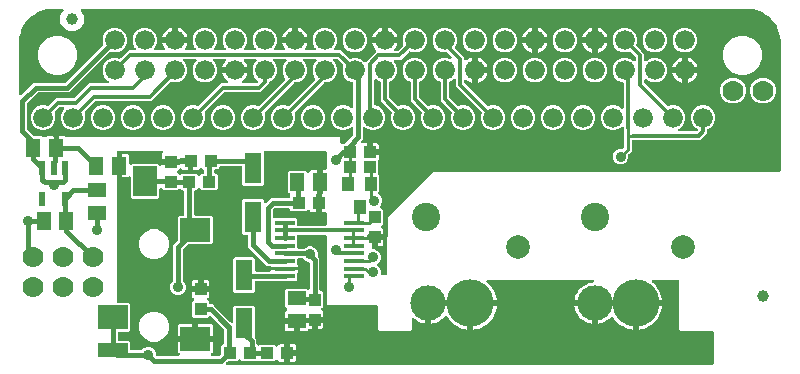
<source format=gbr>
G04 EAGLE Gerber RS-274X export*
G75*
%MOMM*%
%FSLAX34Y34*%
%LPD*%
%INTop Copper*%
%IPPOS*%
%AMOC8*
5,1,8,0,0,1.08239X$1,22.5*%
G01*
%ADD10C,1.676400*%
%ADD11C,1.000000*%
%ADD12R,1.750000X0.400000*%
%ADD13R,1.000000X1.075000*%
%ADD14R,1.075000X1.000000*%
%ADD15R,0.550000X1.200000*%
%ADD16R,1.240000X1.500000*%
%ADD17R,2.500000X2.000000*%
%ADD18R,2.000000X2.500000*%
%ADD19R,2.500000X1.200000*%
%ADD20R,1.400000X2.600000*%
%ADD21R,1.500000X1.240000*%
%ADD22R,1.500000X1.300000*%
%ADD23R,1.300000X1.500000*%
%ADD24C,3.000000*%
%ADD25C,2.400000*%
%ADD26C,4.000000*%
%ADD27C,2.000000*%
%ADD28C,1.778000*%
%ADD29R,1.000000X1.200000*%
%ADD30C,0.406400*%
%ADD31C,0.906400*%
%ADD32C,0.304800*%
%ADD33C,0.254000*%

G36*
X312968Y78556D02*
X312968Y78556D01*
X313087Y78563D01*
X313125Y78576D01*
X313166Y78581D01*
X313276Y78624D01*
X313389Y78661D01*
X313424Y78683D01*
X313461Y78698D01*
X313557Y78767D01*
X313658Y78831D01*
X313686Y78861D01*
X313719Y78884D01*
X313795Y78976D01*
X313876Y79063D01*
X313896Y79098D01*
X313921Y79129D01*
X313972Y79237D01*
X314030Y79341D01*
X314040Y79381D01*
X314057Y79417D01*
X314079Y79534D01*
X314109Y79649D01*
X314113Y79709D01*
X314117Y79729D01*
X314115Y79750D01*
X314119Y79810D01*
X314119Y111052D01*
X314587Y111521D01*
X314648Y111599D01*
X314716Y111671D01*
X314745Y111724D01*
X314782Y111772D01*
X314822Y111863D01*
X314870Y111950D01*
X314885Y112008D01*
X314909Y112064D01*
X314924Y112162D01*
X314949Y112257D01*
X314955Y112357D01*
X314959Y112378D01*
X314957Y112390D01*
X314959Y112418D01*
X314959Y127744D01*
X353586Y166371D01*
X646190Y166371D01*
X646308Y166386D01*
X646427Y166393D01*
X646465Y166406D01*
X646506Y166411D01*
X646616Y166454D01*
X646729Y166491D01*
X646764Y166513D01*
X646801Y166528D01*
X646897Y166598D01*
X646998Y166661D01*
X647026Y166691D01*
X647059Y166714D01*
X647135Y166806D01*
X647216Y166893D01*
X647236Y166928D01*
X647261Y166959D01*
X647312Y167067D01*
X647370Y167171D01*
X647380Y167211D01*
X647397Y167247D01*
X647419Y167364D01*
X647449Y167479D01*
X647453Y167540D01*
X647457Y167560D01*
X647455Y167580D01*
X647459Y167640D01*
X647459Y276604D01*
X647457Y276626D01*
X647455Y276704D01*
X647133Y280801D01*
X647119Y280868D01*
X647115Y280937D01*
X647075Y281093D01*
X644543Y288886D01*
X644492Y288994D01*
X644449Y289104D01*
X644416Y289155D01*
X644407Y289174D01*
X644394Y289190D01*
X644362Y289240D01*
X639546Y295869D01*
X639465Y295956D01*
X639389Y296047D01*
X639342Y296086D01*
X639328Y296101D01*
X639311Y296112D01*
X639265Y296150D01*
X632636Y300966D01*
X632532Y301024D01*
X632432Y301087D01*
X632375Y301110D01*
X632357Y301120D01*
X632338Y301125D01*
X632282Y301147D01*
X624489Y303679D01*
X624421Y303692D01*
X624356Y303714D01*
X624197Y303737D01*
X620100Y304059D01*
X620078Y304058D01*
X620000Y304063D01*
X56297Y304063D01*
X56166Y304047D01*
X56034Y304036D01*
X56009Y304027D01*
X55982Y304023D01*
X55859Y303975D01*
X55734Y303931D01*
X55711Y303916D01*
X55686Y303906D01*
X55579Y303829D01*
X55469Y303755D01*
X55451Y303735D01*
X55429Y303720D01*
X55344Y303617D01*
X55256Y303519D01*
X55243Y303495D01*
X55226Y303475D01*
X55170Y303355D01*
X55108Y303238D01*
X55102Y303211D01*
X55090Y303187D01*
X55066Y303057D01*
X55035Y302928D01*
X55036Y302901D01*
X55031Y302875D01*
X55039Y302743D01*
X55041Y302610D01*
X55049Y302584D01*
X55050Y302557D01*
X55091Y302431D01*
X55127Y302304D01*
X55144Y302269D01*
X55148Y302255D01*
X55160Y302236D01*
X55198Y302159D01*
X57626Y297955D01*
X57626Y292595D01*
X54946Y287954D01*
X50305Y285274D01*
X44945Y285274D01*
X40304Y287954D01*
X37624Y292595D01*
X37624Y297955D01*
X40052Y302159D01*
X40103Y302282D01*
X40160Y302401D01*
X40165Y302428D01*
X40175Y302453D01*
X40195Y302584D01*
X40219Y302714D01*
X40218Y302740D01*
X40222Y302767D01*
X40208Y302899D01*
X40200Y303031D01*
X40191Y303057D01*
X40188Y303083D01*
X40142Y303208D01*
X40102Y303333D01*
X40087Y303356D01*
X40078Y303382D01*
X40002Y303490D01*
X39931Y303602D01*
X39912Y303621D01*
X39896Y303643D01*
X39796Y303729D01*
X39700Y303820D01*
X39676Y303833D01*
X39656Y303851D01*
X39537Y303910D01*
X39421Y303974D01*
X39395Y303980D01*
X39371Y303992D01*
X39241Y304020D01*
X39113Y304053D01*
X39075Y304055D01*
X39060Y304059D01*
X39038Y304058D01*
X38953Y304063D01*
X30000Y304063D01*
X29978Y304061D01*
X29900Y304059D01*
X25803Y303737D01*
X25736Y303723D01*
X25667Y303719D01*
X25511Y303679D01*
X17718Y301147D01*
X17610Y301096D01*
X17500Y301053D01*
X17449Y301020D01*
X17430Y301011D01*
X17414Y300998D01*
X17364Y300966D01*
X10735Y296150D01*
X10648Y296069D01*
X10557Y295993D01*
X10518Y295946D01*
X10503Y295932D01*
X10492Y295915D01*
X10454Y295869D01*
X5638Y289240D01*
X5580Y289136D01*
X5517Y289036D01*
X5494Y288979D01*
X5484Y288961D01*
X5479Y288942D01*
X5457Y288886D01*
X2925Y281093D01*
X2912Y281025D01*
X2890Y280960D01*
X2867Y280801D01*
X2545Y276704D01*
X2546Y276682D01*
X2541Y276604D01*
X2541Y232333D01*
X2558Y232196D01*
X2571Y232057D01*
X2578Y232038D01*
X2581Y232018D01*
X2632Y231889D01*
X2679Y231758D01*
X2690Y231741D01*
X2698Y231722D01*
X2779Y231610D01*
X2857Y231495D01*
X2873Y231481D01*
X2884Y231465D01*
X2992Y231376D01*
X3096Y231284D01*
X3114Y231275D01*
X3129Y231262D01*
X3255Y231203D01*
X3379Y231140D01*
X3399Y231135D01*
X3417Y231126D01*
X3553Y231100D01*
X3689Y231070D01*
X3710Y231070D01*
X3729Y231067D01*
X3868Y231075D01*
X4007Y231080D01*
X4027Y231085D01*
X4047Y231086D01*
X4179Y231129D01*
X4313Y231168D01*
X4330Y231178D01*
X4349Y231184D01*
X4467Y231259D01*
X4587Y231329D01*
X4608Y231348D01*
X4618Y231355D01*
X4632Y231370D01*
X4707Y231436D01*
X12074Y238802D01*
X14826Y241555D01*
X41281Y241555D01*
X41379Y241567D01*
X41478Y241570D01*
X41536Y241587D01*
X41596Y241595D01*
X41688Y241631D01*
X41783Y241659D01*
X41835Y241689D01*
X41892Y241712D01*
X41972Y241770D01*
X42057Y241820D01*
X42133Y241886D01*
X42149Y241898D01*
X42157Y241908D01*
X42178Y241926D01*
X73446Y273194D01*
X73464Y273217D01*
X73486Y273236D01*
X73561Y273342D01*
X73641Y273445D01*
X73652Y273472D01*
X73669Y273496D01*
X73715Y273618D01*
X73767Y273737D01*
X73771Y273766D01*
X73782Y273794D01*
X73796Y273923D01*
X73817Y274051D01*
X73814Y274081D01*
X73817Y274110D01*
X73799Y274238D01*
X73787Y274368D01*
X73777Y274396D01*
X73773Y274425D01*
X73721Y274577D01*
X73285Y275628D01*
X73285Y279772D01*
X74871Y283599D01*
X77801Y286529D01*
X81628Y288115D01*
X85772Y288115D01*
X89599Y286529D01*
X92529Y283599D01*
X94115Y279772D01*
X94115Y275628D01*
X92529Y271801D01*
X89599Y268871D01*
X85772Y267285D01*
X81628Y267285D01*
X80577Y267721D01*
X80549Y267728D01*
X80522Y267742D01*
X80396Y267770D01*
X80270Y267805D01*
X80241Y267805D01*
X80212Y267812D01*
X80082Y267808D01*
X79952Y267810D01*
X79924Y267803D01*
X79894Y267802D01*
X79770Y267766D01*
X79643Y267736D01*
X79617Y267722D01*
X79589Y267714D01*
X79477Y267648D01*
X79362Y267587D01*
X79340Y267567D01*
X79315Y267552D01*
X79194Y267446D01*
X45174Y233425D01*
X18719Y233425D01*
X18621Y233413D01*
X18522Y233410D01*
X18464Y233393D01*
X18404Y233385D01*
X18312Y233349D01*
X18217Y233321D01*
X18165Y233291D01*
X18108Y233268D01*
X18028Y233210D01*
X17943Y233160D01*
X17867Y233094D01*
X17851Y233082D01*
X17843Y233072D01*
X17822Y233054D01*
X9516Y224748D01*
X9456Y224670D01*
X9388Y224598D01*
X9359Y224545D01*
X9322Y224497D01*
X9282Y224406D01*
X9234Y224319D01*
X9219Y224261D01*
X9195Y224205D01*
X9180Y224107D01*
X9155Y224011D01*
X9149Y223911D01*
X9145Y223891D01*
X9147Y223879D01*
X9145Y223851D01*
X9145Y202869D01*
X9157Y202771D01*
X9160Y202672D01*
X9177Y202614D01*
X9185Y202554D01*
X9221Y202462D01*
X9249Y202367D01*
X9279Y202315D01*
X9302Y202258D01*
X9360Y202178D01*
X9410Y202093D01*
X9476Y202017D01*
X9488Y202001D01*
X9498Y201993D01*
X9516Y201972D01*
X14894Y196594D01*
X14972Y196534D01*
X15044Y196466D01*
X15097Y196437D01*
X15145Y196400D01*
X15236Y196360D01*
X15323Y196312D01*
X15381Y196297D01*
X15437Y196273D01*
X15535Y196258D01*
X15631Y196233D01*
X15731Y196227D01*
X15751Y196223D01*
X15763Y196225D01*
X15791Y196223D01*
X21672Y196223D01*
X21942Y195953D01*
X22020Y195892D01*
X22093Y195824D01*
X22146Y195795D01*
X22193Y195758D01*
X22284Y195718D01*
X22371Y195670D01*
X22430Y195655D01*
X22485Y195631D01*
X22583Y195616D01*
X22679Y195591D01*
X22779Y195585D01*
X22799Y195581D01*
X22812Y195583D01*
X22840Y195581D01*
X24702Y195581D01*
X24800Y195593D01*
X24899Y195596D01*
X24957Y195613D01*
X25017Y195621D01*
X25110Y195657D01*
X25205Y195685D01*
X25257Y195715D01*
X25313Y195738D01*
X25393Y195796D01*
X25479Y195846D01*
X25554Y195912D01*
X25570Y195924D01*
X25578Y195934D01*
X25599Y195953D01*
X25870Y196223D01*
X26449Y196558D01*
X27096Y196731D01*
X31106Y196731D01*
X31113Y196613D01*
X31126Y196575D01*
X31131Y196534D01*
X31174Y196424D01*
X31211Y196311D01*
X31233Y196276D01*
X31248Y196239D01*
X31318Y196143D01*
X31381Y196042D01*
X31411Y196014D01*
X31435Y195981D01*
X31526Y195906D01*
X31613Y195824D01*
X31648Y195804D01*
X31679Y195779D01*
X31787Y195728D01*
X31891Y195670D01*
X31931Y195660D01*
X31967Y195643D01*
X32084Y195621D01*
X32199Y195591D01*
X32260Y195587D01*
X32280Y195583D01*
X32300Y195585D01*
X32360Y195581D01*
X34900Y195581D01*
X35018Y195596D01*
X35137Y195603D01*
X35175Y195616D01*
X35215Y195621D01*
X35326Y195664D01*
X35439Y195701D01*
X35474Y195723D01*
X35511Y195738D01*
X35607Y195808D01*
X35708Y195871D01*
X35736Y195901D01*
X35768Y195924D01*
X35844Y196016D01*
X35926Y196103D01*
X35945Y196138D01*
X35971Y196169D01*
X36022Y196277D01*
X36079Y196381D01*
X36090Y196421D01*
X36107Y196457D01*
X36129Y196574D01*
X36159Y196689D01*
X36162Y196731D01*
X40164Y196731D01*
X40811Y196558D01*
X41390Y196223D01*
X41661Y195953D01*
X41739Y195892D01*
X41811Y195824D01*
X41864Y195795D01*
X41912Y195758D01*
X42003Y195718D01*
X42089Y195670D01*
X42148Y195655D01*
X42204Y195631D01*
X42302Y195616D01*
X42397Y195591D01*
X42497Y195585D01*
X42518Y195581D01*
X42530Y195583D01*
X42558Y195581D01*
X274321Y195581D01*
X274321Y191182D01*
X274336Y191064D01*
X274343Y190945D01*
X274356Y190907D01*
X274361Y190866D01*
X274404Y190756D01*
X274441Y190643D01*
X274463Y190608D01*
X274478Y190571D01*
X274548Y190475D01*
X274611Y190374D01*
X274641Y190346D01*
X274664Y190313D01*
X274756Y190237D01*
X274843Y190156D01*
X274878Y190136D01*
X274909Y190111D01*
X275017Y190060D01*
X275121Y190002D01*
X275161Y189992D01*
X275197Y189975D01*
X275314Y189953D01*
X275429Y189923D01*
X275490Y189919D01*
X275510Y189915D01*
X275530Y189917D01*
X275590Y189913D01*
X277619Y189913D01*
X277717Y189925D01*
X277816Y189928D01*
X277874Y189945D01*
X277934Y189953D01*
X278026Y189989D01*
X278121Y190017D01*
X278173Y190047D01*
X278230Y190070D01*
X278310Y190128D01*
X278395Y190178D01*
X278471Y190244D01*
X278487Y190256D01*
X278495Y190266D01*
X278516Y190284D01*
X285124Y196892D01*
X285184Y196970D01*
X285252Y197042D01*
X285281Y197095D01*
X285318Y197143D01*
X285358Y197234D01*
X285406Y197321D01*
X285421Y197379D01*
X285445Y197435D01*
X285460Y197533D01*
X285485Y197629D01*
X285491Y197729D01*
X285495Y197749D01*
X285493Y197761D01*
X285495Y197789D01*
X285495Y202932D01*
X285480Y203056D01*
X285473Y203164D01*
X285467Y203181D01*
X285465Y203209D01*
X285458Y203228D01*
X285455Y203248D01*
X285404Y203378D01*
X285401Y203386D01*
X285375Y203467D01*
X285368Y203477D01*
X285357Y203508D01*
X285346Y203525D01*
X285338Y203544D01*
X285257Y203656D01*
X285231Y203695D01*
X285205Y203735D01*
X285200Y203740D01*
X285179Y203771D01*
X285163Y203785D01*
X285152Y203801D01*
X285044Y203890D01*
X284986Y203941D01*
X284973Y203953D01*
X284971Y203955D01*
X284940Y203982D01*
X284922Y203991D01*
X284907Y204004D01*
X284781Y204063D01*
X284657Y204126D01*
X284637Y204131D01*
X284619Y204139D01*
X284482Y204165D01*
X284347Y204196D01*
X284326Y204195D01*
X284307Y204199D01*
X284245Y204195D01*
X284226Y204196D01*
X284221Y204196D01*
X284178Y204191D01*
X284168Y204190D01*
X284029Y204186D01*
X284009Y204181D01*
X283989Y204179D01*
X283928Y204159D01*
X283905Y204157D01*
X283848Y204134D01*
X283723Y204098D01*
X283706Y204088D01*
X283687Y204081D01*
X283639Y204051D01*
X283610Y204040D01*
X283545Y203993D01*
X283449Y203936D01*
X283428Y203918D01*
X283418Y203911D01*
X283404Y203896D01*
X283365Y203862D01*
X283352Y203853D01*
X283346Y203846D01*
X283329Y203830D01*
X282759Y203261D01*
X278932Y201675D01*
X274788Y201675D01*
X270961Y203261D01*
X268031Y206191D01*
X266445Y210018D01*
X266445Y214162D01*
X268031Y217989D01*
X270961Y220919D01*
X274788Y222505D01*
X278932Y222505D01*
X282759Y220919D01*
X283329Y220350D01*
X283438Y220265D01*
X283545Y220176D01*
X283564Y220168D01*
X283580Y220155D01*
X283708Y220100D01*
X283833Y220041D01*
X283853Y220037D01*
X283872Y220029D01*
X284010Y220007D01*
X284146Y219981D01*
X284166Y219982D01*
X284186Y219979D01*
X284325Y219992D01*
X284463Y220001D01*
X284482Y220007D01*
X284502Y220009D01*
X284633Y220056D01*
X284765Y220099D01*
X284783Y220110D01*
X284802Y220116D01*
X284916Y220194D01*
X285034Y220269D01*
X285048Y220284D01*
X285065Y220295D01*
X285157Y220399D01*
X285252Y220500D01*
X285262Y220518D01*
X285275Y220533D01*
X285338Y220657D01*
X285406Y220779D01*
X285411Y220799D01*
X285420Y220817D01*
X285450Y220953D01*
X285485Y221087D01*
X285487Y221115D01*
X285490Y221127D01*
X285489Y221147D01*
X285495Y221248D01*
X285495Y240761D01*
X285492Y240790D01*
X285494Y240820D01*
X285472Y240948D01*
X285455Y241076D01*
X285445Y241104D01*
X285440Y241133D01*
X285386Y241252D01*
X285338Y241372D01*
X285321Y241396D01*
X285309Y241423D01*
X285228Y241524D01*
X285152Y241630D01*
X285129Y241648D01*
X285110Y241671D01*
X285007Y241750D01*
X284907Y241832D01*
X284880Y241845D01*
X284856Y241863D01*
X284712Y241934D01*
X281001Y243471D01*
X278071Y246401D01*
X276485Y250228D01*
X276485Y254372D01*
X277131Y255931D01*
X277139Y255959D01*
X277152Y255986D01*
X277181Y256112D01*
X277215Y256238D01*
X277216Y256267D01*
X277222Y256296D01*
X277218Y256426D01*
X277220Y256556D01*
X277213Y256584D01*
X277212Y256614D01*
X277176Y256738D01*
X277146Y256865D01*
X277132Y256891D01*
X277124Y256919D01*
X277058Y257031D01*
X276997Y257146D01*
X276977Y257168D01*
X276962Y257193D01*
X276856Y257314D01*
X272669Y261502D01*
X272590Y261562D01*
X272518Y261630D01*
X272465Y261659D01*
X272417Y261696D01*
X272326Y261736D01*
X272240Y261784D01*
X272181Y261799D01*
X272125Y261823D01*
X272027Y261838D01*
X271932Y261863D01*
X271832Y261869D01*
X271811Y261873D01*
X271799Y261871D01*
X271771Y261873D01*
X269720Y261873D01*
X269582Y261856D01*
X269443Y261843D01*
X269424Y261836D01*
X269404Y261833D01*
X269275Y261782D01*
X269144Y261735D01*
X269127Y261724D01*
X269108Y261716D01*
X268996Y261635D01*
X268881Y261557D01*
X268867Y261541D01*
X268851Y261530D01*
X268762Y261422D01*
X268670Y261318D01*
X268661Y261300D01*
X268648Y261285D01*
X268589Y261159D01*
X268526Y261035D01*
X268521Y261015D01*
X268513Y260997D01*
X268487Y260860D01*
X268456Y260725D01*
X268457Y260704D01*
X268453Y260685D01*
X268462Y260546D01*
X268466Y260407D01*
X268471Y260387D01*
X268473Y260367D01*
X268515Y260235D01*
X268554Y260101D01*
X268564Y260084D01*
X268571Y260065D01*
X268645Y259947D01*
X268716Y259827D01*
X268734Y259806D01*
X268741Y259796D01*
X268756Y259782D01*
X268822Y259707D01*
X270329Y258199D01*
X271915Y254372D01*
X271915Y250228D01*
X270329Y246401D01*
X267399Y243471D01*
X263572Y241885D01*
X261411Y241885D01*
X261313Y241873D01*
X261214Y241870D01*
X261156Y241853D01*
X261095Y241845D01*
X261003Y241809D01*
X260908Y241781D01*
X260856Y241751D01*
X260800Y241728D01*
X260720Y241670D01*
X260634Y241620D01*
X260559Y241553D01*
X260542Y241542D01*
X260535Y241532D01*
X260513Y241514D01*
X236104Y217104D01*
X236086Y217081D01*
X236063Y217062D01*
X235989Y216955D01*
X235909Y216853D01*
X235897Y216826D01*
X235880Y216802D01*
X235834Y216680D01*
X235783Y216561D01*
X235778Y216532D01*
X235768Y216504D01*
X235753Y216375D01*
X235733Y216247D01*
X235736Y216217D01*
X235732Y216188D01*
X235751Y216060D01*
X235763Y215930D01*
X235773Y215902D01*
X235777Y215873D01*
X235829Y215721D01*
X236475Y214162D01*
X236475Y210018D01*
X234889Y206191D01*
X231959Y203261D01*
X228132Y201675D01*
X223988Y201675D01*
X220161Y203261D01*
X217231Y206191D01*
X215645Y210018D01*
X215645Y214162D01*
X217231Y217989D01*
X220161Y220919D01*
X223988Y222505D01*
X228132Y222505D01*
X229691Y221859D01*
X229719Y221851D01*
X229746Y221838D01*
X229872Y221809D01*
X229998Y221775D01*
X230027Y221774D01*
X230056Y221768D01*
X230186Y221772D01*
X230316Y221770D01*
X230344Y221777D01*
X230374Y221778D01*
X230498Y221814D01*
X230625Y221844D01*
X230651Y221858D01*
X230679Y221866D01*
X230791Y221932D01*
X230906Y221993D01*
X230928Y222013D01*
X230953Y222028D01*
X231074Y222134D01*
X253108Y244168D01*
X253181Y244262D01*
X253260Y244351D01*
X253278Y244387D01*
X253303Y244419D01*
X253350Y244529D01*
X253405Y244635D01*
X253413Y244674D01*
X253429Y244711D01*
X253448Y244829D01*
X253474Y244945D01*
X253473Y244985D01*
X253479Y245025D01*
X253468Y245144D01*
X253465Y245263D01*
X253453Y245302D01*
X253450Y245342D01*
X253409Y245454D01*
X253376Y245568D01*
X253356Y245603D01*
X253342Y245641D01*
X253275Y245740D01*
X253215Y245842D01*
X253175Y245888D01*
X253163Y245904D01*
X253148Y245918D01*
X253108Y245963D01*
X252671Y246401D01*
X251085Y250228D01*
X251085Y254372D01*
X252671Y258199D01*
X254178Y259707D01*
X254263Y259816D01*
X254352Y259923D01*
X254360Y259942D01*
X254373Y259958D01*
X254428Y260086D01*
X254487Y260211D01*
X254491Y260231D01*
X254499Y260250D01*
X254521Y260388D01*
X254547Y260524D01*
X254546Y260544D01*
X254549Y260564D01*
X254536Y260702D01*
X254527Y260841D01*
X254521Y260860D01*
X254519Y260880D01*
X254472Y261012D01*
X254429Y261143D01*
X254418Y261161D01*
X254412Y261180D01*
X254334Y261295D01*
X254259Y261412D01*
X254244Y261426D01*
X254233Y261443D01*
X254129Y261535D01*
X254028Y261630D01*
X254010Y261640D01*
X253995Y261653D01*
X253870Y261717D01*
X253749Y261784D01*
X253729Y261789D01*
X253711Y261798D01*
X253576Y261828D01*
X253441Y261863D01*
X253413Y261865D01*
X253401Y261868D01*
X253381Y261867D01*
X253280Y261873D01*
X244320Y261873D01*
X244182Y261856D01*
X244043Y261843D01*
X244024Y261836D01*
X244004Y261833D01*
X243875Y261782D01*
X243744Y261735D01*
X243727Y261724D01*
X243708Y261716D01*
X243596Y261635D01*
X243481Y261557D01*
X243467Y261541D01*
X243451Y261530D01*
X243362Y261422D01*
X243270Y261318D01*
X243261Y261300D01*
X243248Y261285D01*
X243189Y261159D01*
X243126Y261035D01*
X243121Y261015D01*
X243113Y260997D01*
X243087Y260860D01*
X243056Y260725D01*
X243057Y260704D01*
X243053Y260685D01*
X243062Y260546D01*
X243066Y260407D01*
X243071Y260387D01*
X243073Y260367D01*
X243115Y260235D01*
X243154Y260101D01*
X243164Y260084D01*
X243171Y260065D01*
X243245Y259947D01*
X243316Y259827D01*
X243334Y259806D01*
X243341Y259796D01*
X243356Y259782D01*
X243422Y259707D01*
X244929Y258199D01*
X246515Y254372D01*
X246515Y250228D01*
X244929Y246401D01*
X241999Y243471D01*
X238172Y241885D01*
X236011Y241885D01*
X235913Y241873D01*
X235814Y241870D01*
X235756Y241853D01*
X235695Y241845D01*
X235603Y241809D01*
X235508Y241781D01*
X235456Y241751D01*
X235400Y241728D01*
X235320Y241670D01*
X235234Y241620D01*
X235159Y241553D01*
X235142Y241542D01*
X235135Y241532D01*
X235113Y241514D01*
X210704Y217104D01*
X210686Y217081D01*
X210663Y217062D01*
X210589Y216955D01*
X210509Y216853D01*
X210497Y216826D01*
X210480Y216802D01*
X210434Y216680D01*
X210383Y216561D01*
X210378Y216532D01*
X210368Y216504D01*
X210353Y216375D01*
X210333Y216247D01*
X210336Y216217D01*
X210332Y216188D01*
X210351Y216060D01*
X210363Y215930D01*
X210373Y215902D01*
X210377Y215873D01*
X210429Y215721D01*
X211075Y214162D01*
X211075Y210018D01*
X209489Y206191D01*
X206559Y203261D01*
X202732Y201675D01*
X198588Y201675D01*
X194761Y203261D01*
X191831Y206191D01*
X190245Y210018D01*
X190245Y214162D01*
X191831Y217989D01*
X194761Y220919D01*
X198588Y222505D01*
X202732Y222505D01*
X204291Y221859D01*
X204319Y221851D01*
X204346Y221838D01*
X204472Y221809D01*
X204598Y221775D01*
X204627Y221774D01*
X204656Y221768D01*
X204786Y221772D01*
X204916Y221770D01*
X204944Y221777D01*
X204974Y221778D01*
X205098Y221814D01*
X205225Y221844D01*
X205251Y221858D01*
X205279Y221866D01*
X205391Y221932D01*
X205506Y221993D01*
X205528Y222013D01*
X205553Y222028D01*
X205674Y222134D01*
X227708Y244168D01*
X227781Y244262D01*
X227860Y244351D01*
X227878Y244387D01*
X227903Y244419D01*
X227950Y244529D01*
X228005Y244635D01*
X228013Y244674D01*
X228029Y244711D01*
X228048Y244829D01*
X228074Y244945D01*
X228073Y244985D01*
X228079Y245025D01*
X228068Y245144D01*
X228065Y245263D01*
X228053Y245302D01*
X228050Y245342D01*
X228009Y245454D01*
X227976Y245568D01*
X227956Y245603D01*
X227942Y245641D01*
X227875Y245740D01*
X227815Y245842D01*
X227775Y245888D01*
X227763Y245904D01*
X227748Y245918D01*
X227708Y245963D01*
X227271Y246401D01*
X225685Y250228D01*
X225685Y254372D01*
X227271Y258199D01*
X228778Y259707D01*
X228863Y259816D01*
X228952Y259923D01*
X228960Y259942D01*
X228973Y259958D01*
X229028Y260086D01*
X229087Y260211D01*
X229091Y260231D01*
X229099Y260250D01*
X229121Y260388D01*
X229147Y260524D01*
X229146Y260544D01*
X229149Y260564D01*
X229136Y260702D01*
X229127Y260841D01*
X229121Y260860D01*
X229119Y260880D01*
X229072Y261012D01*
X229029Y261143D01*
X229018Y261161D01*
X229012Y261180D01*
X228934Y261295D01*
X228859Y261412D01*
X228844Y261426D01*
X228833Y261443D01*
X228729Y261535D01*
X228628Y261630D01*
X228610Y261640D01*
X228595Y261653D01*
X228470Y261717D01*
X228349Y261784D01*
X228329Y261789D01*
X228311Y261798D01*
X228176Y261828D01*
X228041Y261863D01*
X228013Y261865D01*
X228001Y261868D01*
X227981Y261867D01*
X227880Y261873D01*
X218920Y261873D01*
X218782Y261856D01*
X218643Y261843D01*
X218624Y261836D01*
X218604Y261833D01*
X218475Y261782D01*
X218344Y261735D01*
X218327Y261724D01*
X218308Y261716D01*
X218196Y261635D01*
X218081Y261557D01*
X218067Y261541D01*
X218051Y261530D01*
X217962Y261422D01*
X217870Y261318D01*
X217861Y261300D01*
X217848Y261285D01*
X217789Y261159D01*
X217726Y261035D01*
X217721Y261015D01*
X217713Y260997D01*
X217687Y260860D01*
X217656Y260725D01*
X217657Y260704D01*
X217653Y260685D01*
X217662Y260546D01*
X217666Y260407D01*
X217671Y260387D01*
X217673Y260367D01*
X217715Y260235D01*
X217754Y260101D01*
X217764Y260084D01*
X217771Y260065D01*
X217845Y259947D01*
X217916Y259827D01*
X217934Y259806D01*
X217941Y259796D01*
X217956Y259782D01*
X218022Y259707D01*
X219529Y258199D01*
X221115Y254372D01*
X221115Y250228D01*
X219529Y246401D01*
X216599Y243471D01*
X215040Y242825D01*
X215015Y242810D01*
X214987Y242801D01*
X214877Y242732D01*
X214764Y242667D01*
X214743Y242647D01*
X214718Y242631D01*
X214629Y242537D01*
X214536Y242446D01*
X214520Y242421D01*
X214500Y242399D01*
X214437Y242286D01*
X214369Y242175D01*
X214361Y242147D01*
X214346Y242121D01*
X214314Y241995D01*
X214276Y241871D01*
X214274Y241842D01*
X214267Y241813D01*
X214257Y241652D01*
X214257Y240977D01*
X207213Y233933D01*
X177259Y233933D01*
X177161Y233921D01*
X177062Y233918D01*
X177004Y233901D01*
X176943Y233893D01*
X176851Y233857D01*
X176756Y233829D01*
X176704Y233799D01*
X176648Y233776D01*
X176568Y233718D01*
X176482Y233668D01*
X176407Y233602D01*
X176390Y233590D01*
X176383Y233580D01*
X176361Y233562D01*
X159904Y217104D01*
X159886Y217081D01*
X159863Y217062D01*
X159789Y216955D01*
X159709Y216853D01*
X159697Y216826D01*
X159680Y216802D01*
X159634Y216680D01*
X159583Y216561D01*
X159578Y216532D01*
X159568Y216504D01*
X159553Y216375D01*
X159533Y216247D01*
X159536Y216217D01*
X159532Y216188D01*
X159551Y216060D01*
X159563Y215930D01*
X159573Y215902D01*
X159577Y215873D01*
X159629Y215721D01*
X160275Y214162D01*
X160275Y210018D01*
X158689Y206191D01*
X155759Y203261D01*
X151932Y201675D01*
X147788Y201675D01*
X143961Y203261D01*
X141031Y206191D01*
X139445Y210018D01*
X139445Y214162D01*
X141031Y217989D01*
X143961Y220919D01*
X147788Y222505D01*
X151932Y222505D01*
X153491Y221859D01*
X153519Y221851D01*
X153546Y221838D01*
X153672Y221809D01*
X153798Y221775D01*
X153827Y221774D01*
X153856Y221768D01*
X153986Y221772D01*
X154116Y221770D01*
X154144Y221777D01*
X154174Y221778D01*
X154298Y221814D01*
X154425Y221844D01*
X154451Y221858D01*
X154479Y221866D01*
X154591Y221932D01*
X154706Y221993D01*
X154728Y222013D01*
X154753Y222028D01*
X154874Y222134D01*
X171332Y238591D01*
X173787Y241047D01*
X178300Y241047D01*
X178379Y241057D01*
X178458Y241057D01*
X178536Y241077D01*
X178615Y241087D01*
X178689Y241116D01*
X178766Y241136D01*
X178837Y241174D01*
X178911Y241204D01*
X178975Y241250D01*
X179045Y241289D01*
X179103Y241343D01*
X179168Y241390D01*
X179219Y241452D01*
X179277Y241506D01*
X179320Y241574D01*
X179371Y241635D01*
X179405Y241707D01*
X179448Y241775D01*
X179472Y241851D01*
X179507Y241923D01*
X179522Y242001D01*
X179546Y242077D01*
X179551Y242157D01*
X179566Y242235D01*
X179561Y242315D01*
X179566Y242395D01*
X179552Y242473D01*
X179547Y242553D01*
X179522Y242629D01*
X179507Y242707D01*
X179473Y242779D01*
X179449Y242855D01*
X179406Y242923D01*
X179372Y242995D01*
X179321Y243056D01*
X179278Y243124D01*
X179220Y243179D01*
X179170Y243240D01*
X179048Y243341D01*
X179047Y243342D01*
X179046Y243342D01*
X179046Y243343D01*
X178184Y243969D01*
X176969Y245184D01*
X175958Y246575D01*
X175177Y248107D01*
X174646Y249742D01*
X174597Y250051D01*
X184320Y250051D01*
X184438Y250066D01*
X184557Y250073D01*
X184595Y250085D01*
X184635Y250091D01*
X184746Y250134D01*
X184859Y250171D01*
X184893Y250193D01*
X184931Y250208D01*
X185027Y250277D01*
X185128Y250341D01*
X185156Y250371D01*
X185188Y250394D01*
X185264Y250486D01*
X185296Y250520D01*
X185301Y250512D01*
X185331Y250484D01*
X185355Y250451D01*
X185446Y250375D01*
X185533Y250294D01*
X185568Y250274D01*
X185600Y250249D01*
X185707Y250198D01*
X185812Y250140D01*
X185851Y250130D01*
X185887Y250113D01*
X186004Y250091D01*
X186120Y250061D01*
X186180Y250057D01*
X186200Y250053D01*
X186220Y250055D01*
X186280Y250051D01*
X196003Y250051D01*
X195954Y249742D01*
X195423Y248107D01*
X194642Y246575D01*
X193631Y245184D01*
X192416Y243969D01*
X191554Y243343D01*
X191496Y243288D01*
X191432Y243242D01*
X191381Y243180D01*
X191322Y243125D01*
X191280Y243058D01*
X191229Y242997D01*
X191195Y242924D01*
X191152Y242857D01*
X191127Y242781D01*
X191093Y242709D01*
X191078Y242630D01*
X191054Y242554D01*
X191049Y242475D01*
X191034Y242396D01*
X191039Y242317D01*
X191034Y242237D01*
X191048Y242159D01*
X191053Y242079D01*
X191078Y242003D01*
X191093Y241924D01*
X191127Y241852D01*
X191151Y241777D01*
X191194Y241709D01*
X191228Y241637D01*
X191279Y241575D01*
X191322Y241508D01*
X191380Y241453D01*
X191431Y241391D01*
X191495Y241345D01*
X191553Y241290D01*
X191623Y241251D01*
X191688Y241204D01*
X191762Y241175D01*
X191832Y241136D01*
X191909Y241116D01*
X191984Y241087D01*
X192063Y241077D01*
X192140Y241057D01*
X192298Y241047D01*
X192299Y241047D01*
X192300Y241047D01*
X203741Y241047D01*
X203839Y241059D01*
X203938Y241062D01*
X203996Y241079D01*
X204057Y241087D01*
X204149Y241123D01*
X204244Y241151D01*
X204296Y241181D01*
X204352Y241204D01*
X204432Y241262D01*
X204518Y241312D01*
X204593Y241378D01*
X204610Y241390D01*
X204617Y241400D01*
X204638Y241418D01*
X204848Y241628D01*
X204921Y241722D01*
X205000Y241811D01*
X205018Y241847D01*
X205043Y241879D01*
X205090Y241989D01*
X205145Y242095D01*
X205153Y242134D01*
X205169Y242171D01*
X205188Y242289D01*
X205214Y242405D01*
X205213Y242445D01*
X205219Y242485D01*
X205208Y242604D01*
X205205Y242723D01*
X205193Y242762D01*
X205190Y242802D01*
X205149Y242914D01*
X205116Y243028D01*
X205096Y243063D01*
X205082Y243101D01*
X205015Y243200D01*
X204955Y243302D01*
X204915Y243347D01*
X204903Y243364D01*
X204888Y243378D01*
X204848Y243423D01*
X201871Y246401D01*
X200285Y250228D01*
X200285Y254372D01*
X201871Y258199D01*
X203378Y259707D01*
X203463Y259816D01*
X203552Y259923D01*
X203560Y259942D01*
X203573Y259958D01*
X203628Y260086D01*
X203687Y260211D01*
X203691Y260231D01*
X203699Y260250D01*
X203721Y260388D01*
X203747Y260524D01*
X203746Y260544D01*
X203749Y260564D01*
X203736Y260702D01*
X203727Y260841D01*
X203721Y260860D01*
X203719Y260880D01*
X203672Y261012D01*
X203629Y261143D01*
X203618Y261161D01*
X203612Y261180D01*
X203534Y261295D01*
X203459Y261412D01*
X203444Y261426D01*
X203433Y261443D01*
X203329Y261535D01*
X203228Y261630D01*
X203210Y261640D01*
X203195Y261653D01*
X203070Y261717D01*
X202949Y261784D01*
X202929Y261789D01*
X202911Y261798D01*
X202776Y261828D01*
X202641Y261863D01*
X202613Y261865D01*
X202601Y261868D01*
X202581Y261867D01*
X202480Y261873D01*
X194238Y261873D01*
X194100Y261856D01*
X193962Y261843D01*
X193943Y261836D01*
X193922Y261833D01*
X193793Y261782D01*
X193662Y261735D01*
X193646Y261724D01*
X193627Y261716D01*
X193514Y261635D01*
X193399Y261557D01*
X193386Y261541D01*
X193369Y261530D01*
X193281Y261422D01*
X193189Y261318D01*
X193180Y261300D01*
X193167Y261285D01*
X193108Y261159D01*
X193044Y261035D01*
X193040Y261015D01*
X193031Y260997D01*
X193005Y260861D01*
X192975Y260725D01*
X192975Y260704D01*
X192971Y260685D01*
X192980Y260546D01*
X192984Y260407D01*
X192990Y260387D01*
X192991Y260367D01*
X193034Y260235D01*
X193073Y260101D01*
X193083Y260084D01*
X193089Y260065D01*
X193164Y259947D01*
X193234Y259827D01*
X193253Y259806D01*
X193259Y259796D01*
X193274Y259782D01*
X193341Y259706D01*
X193631Y259416D01*
X194642Y258025D01*
X195423Y256493D01*
X195954Y254858D01*
X196003Y254549D01*
X186280Y254549D01*
X186162Y254534D01*
X186043Y254527D01*
X186005Y254514D01*
X185965Y254509D01*
X185854Y254466D01*
X185741Y254429D01*
X185707Y254407D01*
X185669Y254392D01*
X185573Y254323D01*
X185472Y254259D01*
X185444Y254229D01*
X185412Y254206D01*
X185336Y254114D01*
X185304Y254080D01*
X185299Y254088D01*
X185269Y254116D01*
X185245Y254149D01*
X185154Y254225D01*
X185067Y254306D01*
X185032Y254326D01*
X185000Y254351D01*
X184893Y254402D01*
X184788Y254460D01*
X184749Y254470D01*
X184713Y254487D01*
X184596Y254509D01*
X184480Y254539D01*
X184420Y254543D01*
X184400Y254547D01*
X184380Y254545D01*
X184320Y254549D01*
X174597Y254549D01*
X174646Y254858D01*
X175177Y256493D01*
X175958Y258025D01*
X176969Y259416D01*
X177259Y259706D01*
X177345Y259816D01*
X177433Y259923D01*
X177442Y259942D01*
X177454Y259958D01*
X177510Y260085D01*
X177569Y260211D01*
X177573Y260231D01*
X177581Y260250D01*
X177603Y260387D01*
X177629Y260524D01*
X177627Y260544D01*
X177631Y260564D01*
X177618Y260702D01*
X177609Y260841D01*
X177603Y260860D01*
X177601Y260880D01*
X177554Y261012D01*
X177511Y261143D01*
X177500Y261160D01*
X177493Y261180D01*
X177415Y261295D01*
X177341Y261412D01*
X177326Y261426D01*
X177315Y261443D01*
X177210Y261535D01*
X177109Y261630D01*
X177091Y261640D01*
X177076Y261653D01*
X176952Y261717D01*
X176831Y261784D01*
X176811Y261789D01*
X176793Y261798D01*
X176657Y261828D01*
X176523Y261863D01*
X176495Y261865D01*
X176483Y261868D01*
X176462Y261867D01*
X176362Y261873D01*
X168120Y261873D01*
X167982Y261856D01*
X167843Y261843D01*
X167824Y261836D01*
X167804Y261833D01*
X167675Y261782D01*
X167544Y261735D01*
X167527Y261724D01*
X167508Y261716D01*
X167396Y261635D01*
X167281Y261557D01*
X167267Y261541D01*
X167251Y261530D01*
X167162Y261422D01*
X167070Y261318D01*
X167061Y261300D01*
X167048Y261285D01*
X166989Y261159D01*
X166926Y261035D01*
X166921Y261015D01*
X166913Y260997D01*
X166887Y260860D01*
X166856Y260725D01*
X166857Y260704D01*
X166853Y260685D01*
X166862Y260546D01*
X166866Y260407D01*
X166871Y260387D01*
X166873Y260367D01*
X166915Y260235D01*
X166954Y260101D01*
X166964Y260084D01*
X166971Y260065D01*
X167045Y259947D01*
X167116Y259827D01*
X167134Y259806D01*
X167141Y259796D01*
X167156Y259782D01*
X167222Y259707D01*
X168729Y258199D01*
X170315Y254372D01*
X170315Y250228D01*
X168729Y246401D01*
X165799Y243471D01*
X161972Y241885D01*
X157828Y241885D01*
X154001Y243471D01*
X151071Y246401D01*
X149485Y250228D01*
X149485Y254372D01*
X151071Y258199D01*
X152578Y259707D01*
X152663Y259816D01*
X152752Y259923D01*
X152760Y259942D01*
X152773Y259958D01*
X152828Y260086D01*
X152887Y260211D01*
X152891Y260231D01*
X152899Y260250D01*
X152921Y260388D01*
X152947Y260524D01*
X152946Y260544D01*
X152949Y260564D01*
X152936Y260702D01*
X152927Y260841D01*
X152921Y260860D01*
X152919Y260880D01*
X152872Y261012D01*
X152829Y261143D01*
X152818Y261161D01*
X152812Y261180D01*
X152734Y261295D01*
X152659Y261412D01*
X152644Y261426D01*
X152633Y261443D01*
X152529Y261535D01*
X152428Y261630D01*
X152410Y261640D01*
X152395Y261653D01*
X152270Y261717D01*
X152149Y261784D01*
X152129Y261789D01*
X152111Y261798D01*
X151976Y261828D01*
X151841Y261863D01*
X151813Y261865D01*
X151801Y261868D01*
X151781Y261867D01*
X151680Y261873D01*
X142720Y261873D01*
X142582Y261856D01*
X142443Y261843D01*
X142424Y261836D01*
X142404Y261833D01*
X142275Y261782D01*
X142144Y261735D01*
X142127Y261724D01*
X142108Y261716D01*
X141996Y261635D01*
X141881Y261557D01*
X141867Y261541D01*
X141851Y261530D01*
X141762Y261422D01*
X141670Y261318D01*
X141661Y261300D01*
X141648Y261285D01*
X141589Y261159D01*
X141526Y261035D01*
X141521Y261015D01*
X141513Y260997D01*
X141487Y260860D01*
X141456Y260725D01*
X141457Y260704D01*
X141453Y260685D01*
X141462Y260546D01*
X141466Y260407D01*
X141471Y260387D01*
X141473Y260367D01*
X141515Y260235D01*
X141554Y260101D01*
X141564Y260084D01*
X141571Y260065D01*
X141645Y259947D01*
X141716Y259827D01*
X141734Y259806D01*
X141741Y259796D01*
X141756Y259782D01*
X141822Y259707D01*
X143329Y258199D01*
X144915Y254372D01*
X144915Y250228D01*
X143329Y246401D01*
X140399Y243471D01*
X136572Y241885D01*
X132428Y241885D01*
X131548Y242250D01*
X131519Y242258D01*
X131493Y242271D01*
X131367Y242300D01*
X131241Y242334D01*
X131212Y242334D01*
X131183Y242341D01*
X131053Y242337D01*
X130923Y242339D01*
X130895Y242332D01*
X130865Y242331D01*
X130740Y242295D01*
X130614Y242265D01*
X130588Y242251D01*
X130560Y242243D01*
X130448Y242177D01*
X130333Y242116D01*
X130311Y242096D01*
X130286Y242081D01*
X130165Y241975D01*
X114503Y226313D01*
X68039Y226313D01*
X67941Y226301D01*
X67842Y226298D01*
X67784Y226281D01*
X67723Y226273D01*
X67631Y226237D01*
X67536Y226209D01*
X67484Y226179D01*
X67428Y226156D01*
X67348Y226098D01*
X67262Y226048D01*
X67187Y225982D01*
X67170Y225970D01*
X67163Y225960D01*
X67141Y225942D01*
X58304Y217104D01*
X58286Y217081D01*
X58263Y217062D01*
X58189Y216956D01*
X58109Y216853D01*
X58097Y216826D01*
X58080Y216802D01*
X58034Y216680D01*
X57983Y216561D01*
X57978Y216532D01*
X57968Y216504D01*
X57953Y216375D01*
X57933Y216247D01*
X57936Y216217D01*
X57932Y216188D01*
X57951Y216060D01*
X57963Y215930D01*
X57973Y215902D01*
X57977Y215873D01*
X58029Y215721D01*
X58675Y214162D01*
X58675Y210018D01*
X57089Y206191D01*
X54159Y203261D01*
X50332Y201675D01*
X46188Y201675D01*
X42361Y203261D01*
X39431Y206191D01*
X37845Y210018D01*
X37845Y214162D01*
X39431Y217989D01*
X40508Y219067D01*
X40593Y219176D01*
X40682Y219283D01*
X40690Y219302D01*
X40703Y219318D01*
X40758Y219445D01*
X40817Y219571D01*
X40821Y219591D01*
X40829Y219610D01*
X40851Y219748D01*
X40877Y219884D01*
X40876Y219904D01*
X40879Y219924D01*
X40866Y220063D01*
X40857Y220201D01*
X40851Y220220D01*
X40849Y220240D01*
X40802Y220372D01*
X40759Y220503D01*
X40748Y220521D01*
X40742Y220540D01*
X40664Y220655D01*
X40589Y220772D01*
X40574Y220786D01*
X40563Y220803D01*
X40459Y220895D01*
X40358Y220990D01*
X40340Y221000D01*
X40325Y221013D01*
X40201Y221076D01*
X40079Y221144D01*
X40059Y221149D01*
X40041Y221158D01*
X39906Y221188D01*
X39771Y221223D01*
X39743Y221225D01*
X39731Y221228D01*
X39711Y221227D01*
X39610Y221233D01*
X37559Y221233D01*
X37461Y221221D01*
X37362Y221218D01*
X37304Y221201D01*
X37243Y221193D01*
X37151Y221157D01*
X37056Y221129D01*
X37004Y221099D01*
X36948Y221076D01*
X36868Y221018D01*
X36782Y220968D01*
X36707Y220902D01*
X36690Y220890D01*
X36683Y220880D01*
X36661Y220862D01*
X32904Y217104D01*
X32886Y217081D01*
X32863Y217062D01*
X32789Y216956D01*
X32709Y216853D01*
X32697Y216826D01*
X32680Y216802D01*
X32634Y216680D01*
X32583Y216561D01*
X32578Y216532D01*
X32568Y216504D01*
X32553Y216375D01*
X32533Y216247D01*
X32536Y216217D01*
X32532Y216188D01*
X32551Y216060D01*
X32563Y215930D01*
X32573Y215902D01*
X32577Y215873D01*
X32629Y215721D01*
X33275Y214162D01*
X33275Y210018D01*
X31689Y206191D01*
X28759Y203261D01*
X24932Y201675D01*
X20788Y201675D01*
X16961Y203261D01*
X14031Y206191D01*
X12445Y210018D01*
X12445Y214162D01*
X14031Y217989D01*
X16961Y220919D01*
X20788Y222505D01*
X24932Y222505D01*
X26491Y221859D01*
X26519Y221851D01*
X26546Y221838D01*
X26672Y221809D01*
X26798Y221775D01*
X26827Y221774D01*
X26856Y221768D01*
X26986Y221772D01*
X27116Y221770D01*
X27144Y221777D01*
X27174Y221778D01*
X27298Y221814D01*
X27425Y221844D01*
X27451Y221858D01*
X27479Y221866D01*
X27591Y221932D01*
X27706Y221993D01*
X27728Y222013D01*
X27753Y222028D01*
X27874Y222134D01*
X34087Y228347D01*
X48801Y228347D01*
X48899Y228359D01*
X48998Y228362D01*
X49056Y228379D01*
X49117Y228387D01*
X49209Y228423D01*
X49304Y228451D01*
X49356Y228481D01*
X49412Y228504D01*
X49492Y228562D01*
X49578Y228612D01*
X49653Y228678D01*
X49670Y228690D01*
X49677Y228700D01*
X49699Y228718D01*
X62027Y241047D01*
X77272Y241047D01*
X77341Y241055D01*
X77411Y241054D01*
X77498Y241075D01*
X77587Y241087D01*
X77652Y241112D01*
X77720Y241129D01*
X77800Y241171D01*
X77883Y241204D01*
X77940Y241245D01*
X78001Y241277D01*
X78068Y241338D01*
X78140Y241390D01*
X78185Y241444D01*
X78237Y241491D01*
X78286Y241566D01*
X78343Y241635D01*
X78373Y241699D01*
X78411Y241757D01*
X78441Y241842D01*
X78479Y241923D01*
X78492Y241992D01*
X78515Y242058D01*
X78522Y242147D01*
X78539Y242235D01*
X78534Y242305D01*
X78540Y242375D01*
X78524Y242463D01*
X78519Y242553D01*
X78497Y242619D01*
X78485Y242688D01*
X78448Y242770D01*
X78421Y242855D01*
X78383Y242914D01*
X78355Y242978D01*
X78299Y243048D01*
X78251Y243124D01*
X78200Y243172D01*
X78156Y243227D01*
X78084Y243280D01*
X78019Y243342D01*
X77958Y243376D01*
X77902Y243418D01*
X77807Y243464D01*
X74871Y246401D01*
X73285Y250228D01*
X73285Y254372D01*
X74871Y258199D01*
X77801Y261129D01*
X81628Y262715D01*
X85772Y262715D01*
X87331Y262069D01*
X87359Y262061D01*
X87386Y262048D01*
X87512Y262019D01*
X87638Y261985D01*
X87667Y261984D01*
X87696Y261978D01*
X87826Y261982D01*
X87956Y261980D01*
X87984Y261987D01*
X88014Y261988D01*
X88138Y262024D01*
X88265Y262054D01*
X88291Y262068D01*
X88319Y262076D01*
X88431Y262142D01*
X88546Y262203D01*
X88568Y262223D01*
X88593Y262238D01*
X88714Y262344D01*
X95357Y268987D01*
X100020Y268987D01*
X100158Y269004D01*
X100297Y269017D01*
X100316Y269024D01*
X100336Y269027D01*
X100465Y269078D01*
X100596Y269125D01*
X100613Y269136D01*
X100632Y269144D01*
X100744Y269225D01*
X100859Y269303D01*
X100873Y269319D01*
X100889Y269330D01*
X100978Y269438D01*
X101070Y269542D01*
X101079Y269560D01*
X101092Y269575D01*
X101151Y269701D01*
X101214Y269825D01*
X101219Y269845D01*
X101227Y269863D01*
X101253Y270000D01*
X101284Y270135D01*
X101283Y270156D01*
X101287Y270175D01*
X101278Y270314D01*
X101274Y270453D01*
X101269Y270473D01*
X101267Y270493D01*
X101225Y270625D01*
X101186Y270759D01*
X101176Y270776D01*
X101169Y270795D01*
X101095Y270913D01*
X101024Y271033D01*
X101006Y271054D01*
X100999Y271064D01*
X100984Y271078D01*
X100918Y271153D01*
X100271Y271801D01*
X98685Y275628D01*
X98685Y279772D01*
X100271Y283599D01*
X103201Y286529D01*
X107028Y288115D01*
X111172Y288115D01*
X114999Y286529D01*
X117929Y283599D01*
X119515Y279772D01*
X119515Y275628D01*
X117929Y271801D01*
X117282Y271153D01*
X117197Y271044D01*
X117108Y270937D01*
X117100Y270918D01*
X117087Y270902D01*
X117032Y270774D01*
X116973Y270649D01*
X116969Y270629D01*
X116961Y270610D01*
X116939Y270472D01*
X116913Y270336D01*
X116914Y270316D01*
X116911Y270296D01*
X116924Y270157D01*
X116933Y270019D01*
X116939Y270000D01*
X116941Y269980D01*
X116988Y269849D01*
X117031Y269717D01*
X117042Y269699D01*
X117048Y269680D01*
X117126Y269566D01*
X117201Y269448D01*
X117216Y269434D01*
X117227Y269417D01*
X117331Y269325D01*
X117432Y269230D01*
X117450Y269220D01*
X117465Y269207D01*
X117589Y269144D01*
X117711Y269076D01*
X117731Y269071D01*
X117749Y269062D01*
X117885Y269032D01*
X118019Y268997D01*
X118047Y268995D01*
X118059Y268992D01*
X118079Y268993D01*
X118180Y268987D01*
X124838Y268987D01*
X124878Y268992D01*
X124917Y268989D01*
X125035Y269012D01*
X125154Y269027D01*
X125191Y269041D01*
X125230Y269049D01*
X125338Y269100D01*
X125450Y269144D01*
X125482Y269167D01*
X125518Y269184D01*
X125610Y269260D01*
X125707Y269330D01*
X125732Y269361D01*
X125763Y269386D01*
X125833Y269483D01*
X125910Y269575D01*
X125927Y269611D01*
X125950Y269644D01*
X125994Y269755D01*
X126045Y269863D01*
X126053Y269902D01*
X126067Y269939D01*
X126082Y270058D01*
X126105Y270175D01*
X126103Y270215D01*
X126108Y270255D01*
X126093Y270374D01*
X126085Y270493D01*
X126073Y270531D01*
X126068Y270570D01*
X126024Y270682D01*
X125987Y270795D01*
X125966Y270829D01*
X125951Y270866D01*
X125865Y271002D01*
X125158Y271975D01*
X124377Y273507D01*
X123846Y275142D01*
X123797Y275451D01*
X133520Y275451D01*
X133638Y275466D01*
X133757Y275473D01*
X133795Y275485D01*
X133835Y275491D01*
X133946Y275534D01*
X134059Y275571D01*
X134093Y275593D01*
X134131Y275608D01*
X134227Y275677D01*
X134328Y275741D01*
X134356Y275771D01*
X134388Y275794D01*
X134464Y275886D01*
X134496Y275920D01*
X134501Y275912D01*
X134531Y275884D01*
X134555Y275851D01*
X134646Y275775D01*
X134733Y275694D01*
X134768Y275674D01*
X134800Y275649D01*
X134907Y275598D01*
X135012Y275540D01*
X135051Y275530D01*
X135087Y275513D01*
X135204Y275491D01*
X135320Y275461D01*
X135380Y275457D01*
X135400Y275453D01*
X135420Y275455D01*
X135480Y275451D01*
X145203Y275451D01*
X145154Y275142D01*
X144623Y273507D01*
X143842Y271975D01*
X143135Y271002D01*
X143116Y270967D01*
X143090Y270937D01*
X143039Y270828D01*
X142982Y270723D01*
X142972Y270685D01*
X142955Y270649D01*
X142932Y270532D01*
X142902Y270415D01*
X142902Y270375D01*
X142895Y270336D01*
X142902Y270217D01*
X142902Y270097D01*
X142912Y270059D01*
X142915Y270019D01*
X142952Y269905D01*
X142981Y269789D01*
X143001Y269754D01*
X143013Y269717D01*
X143077Y269615D01*
X143134Y269510D01*
X143162Y269481D01*
X143183Y269448D01*
X143270Y269366D01*
X143352Y269279D01*
X143386Y269257D01*
X143415Y269230D01*
X143520Y269172D01*
X143620Y269108D01*
X143658Y269096D01*
X143693Y269076D01*
X143809Y269047D01*
X143923Y269009D01*
X143963Y269007D01*
X144001Y268997D01*
X144162Y268987D01*
X150820Y268987D01*
X150958Y269004D01*
X151097Y269017D01*
X151116Y269024D01*
X151136Y269027D01*
X151265Y269078D01*
X151396Y269125D01*
X151413Y269136D01*
X151432Y269144D01*
X151544Y269225D01*
X151659Y269303D01*
X151673Y269319D01*
X151689Y269330D01*
X151778Y269438D01*
X151870Y269542D01*
X151879Y269560D01*
X151892Y269575D01*
X151951Y269701D01*
X152014Y269825D01*
X152019Y269845D01*
X152027Y269863D01*
X152053Y270000D01*
X152084Y270135D01*
X152083Y270156D01*
X152087Y270175D01*
X152078Y270314D01*
X152074Y270453D01*
X152069Y270473D01*
X152067Y270493D01*
X152025Y270625D01*
X151986Y270759D01*
X151976Y270776D01*
X151969Y270795D01*
X151895Y270913D01*
X151824Y271033D01*
X151806Y271054D01*
X151799Y271064D01*
X151784Y271078D01*
X151718Y271153D01*
X151071Y271801D01*
X149485Y275628D01*
X149485Y279772D01*
X151071Y283599D01*
X154001Y286529D01*
X157828Y288115D01*
X161972Y288115D01*
X165799Y286529D01*
X168729Y283599D01*
X170315Y279772D01*
X170315Y275628D01*
X168729Y271801D01*
X168082Y271153D01*
X167997Y271044D01*
X167908Y270937D01*
X167900Y270918D01*
X167887Y270902D01*
X167832Y270774D01*
X167773Y270649D01*
X167769Y270629D01*
X167761Y270610D01*
X167739Y270472D01*
X167713Y270336D01*
X167714Y270316D01*
X167711Y270296D01*
X167724Y270157D01*
X167733Y270019D01*
X167739Y270000D01*
X167741Y269980D01*
X167788Y269849D01*
X167831Y269717D01*
X167842Y269699D01*
X167848Y269680D01*
X167926Y269566D01*
X168001Y269448D01*
X168016Y269434D01*
X168027Y269417D01*
X168131Y269325D01*
X168232Y269230D01*
X168250Y269220D01*
X168265Y269207D01*
X168389Y269144D01*
X168511Y269076D01*
X168531Y269071D01*
X168549Y269062D01*
X168685Y269032D01*
X168819Y268997D01*
X168847Y268995D01*
X168859Y268992D01*
X168879Y268993D01*
X168980Y268987D01*
X176220Y268987D01*
X176358Y269004D01*
X176497Y269017D01*
X176516Y269024D01*
X176536Y269027D01*
X176665Y269078D01*
X176796Y269125D01*
X176813Y269136D01*
X176832Y269144D01*
X176944Y269225D01*
X177059Y269303D01*
X177073Y269319D01*
X177089Y269330D01*
X177178Y269438D01*
X177270Y269542D01*
X177279Y269560D01*
X177292Y269575D01*
X177351Y269701D01*
X177414Y269825D01*
X177419Y269845D01*
X177427Y269863D01*
X177453Y270000D01*
X177484Y270135D01*
X177483Y270156D01*
X177487Y270175D01*
X177478Y270314D01*
X177474Y270453D01*
X177469Y270473D01*
X177467Y270493D01*
X177425Y270625D01*
X177386Y270759D01*
X177376Y270776D01*
X177369Y270795D01*
X177295Y270913D01*
X177224Y271033D01*
X177206Y271054D01*
X177199Y271064D01*
X177184Y271078D01*
X177118Y271153D01*
X176471Y271801D01*
X174885Y275628D01*
X174885Y279772D01*
X176471Y283599D01*
X179401Y286529D01*
X183228Y288115D01*
X187372Y288115D01*
X191199Y286529D01*
X194129Y283599D01*
X195715Y279772D01*
X195715Y275628D01*
X194129Y271801D01*
X193482Y271153D01*
X193397Y271044D01*
X193308Y270937D01*
X193300Y270918D01*
X193287Y270902D01*
X193232Y270774D01*
X193173Y270649D01*
X193169Y270629D01*
X193161Y270610D01*
X193139Y270472D01*
X193113Y270336D01*
X193114Y270316D01*
X193111Y270296D01*
X193124Y270157D01*
X193133Y270019D01*
X193139Y270000D01*
X193141Y269980D01*
X193188Y269849D01*
X193231Y269717D01*
X193242Y269699D01*
X193248Y269680D01*
X193326Y269566D01*
X193401Y269448D01*
X193416Y269434D01*
X193427Y269417D01*
X193531Y269325D01*
X193632Y269230D01*
X193650Y269220D01*
X193665Y269207D01*
X193789Y269144D01*
X193911Y269076D01*
X193931Y269071D01*
X193949Y269062D01*
X194085Y269032D01*
X194219Y268997D01*
X194247Y268995D01*
X194259Y268992D01*
X194279Y268993D01*
X194380Y268987D01*
X201620Y268987D01*
X201758Y269004D01*
X201897Y269017D01*
X201916Y269024D01*
X201936Y269027D01*
X202065Y269078D01*
X202196Y269125D01*
X202213Y269136D01*
X202232Y269144D01*
X202344Y269225D01*
X202459Y269303D01*
X202473Y269319D01*
X202489Y269330D01*
X202578Y269438D01*
X202670Y269542D01*
X202679Y269560D01*
X202692Y269575D01*
X202751Y269701D01*
X202814Y269825D01*
X202819Y269845D01*
X202827Y269863D01*
X202853Y270000D01*
X202884Y270135D01*
X202883Y270156D01*
X202887Y270175D01*
X202878Y270314D01*
X202874Y270453D01*
X202869Y270473D01*
X202867Y270493D01*
X202825Y270625D01*
X202786Y270759D01*
X202776Y270776D01*
X202769Y270795D01*
X202695Y270913D01*
X202624Y271033D01*
X202606Y271054D01*
X202599Y271064D01*
X202584Y271078D01*
X202518Y271153D01*
X201871Y271801D01*
X200285Y275628D01*
X200285Y279772D01*
X201871Y283599D01*
X204801Y286529D01*
X208628Y288115D01*
X212772Y288115D01*
X216599Y286529D01*
X219529Y283599D01*
X221115Y279772D01*
X221115Y275628D01*
X219529Y271801D01*
X218882Y271153D01*
X218797Y271044D01*
X218708Y270937D01*
X218700Y270918D01*
X218687Y270902D01*
X218632Y270774D01*
X218573Y270649D01*
X218569Y270629D01*
X218561Y270610D01*
X218539Y270472D01*
X218513Y270336D01*
X218514Y270316D01*
X218511Y270296D01*
X218524Y270157D01*
X218533Y270019D01*
X218539Y270000D01*
X218541Y269980D01*
X218588Y269849D01*
X218631Y269717D01*
X218642Y269699D01*
X218648Y269680D01*
X218726Y269566D01*
X218801Y269448D01*
X218816Y269434D01*
X218827Y269417D01*
X218931Y269325D01*
X219032Y269230D01*
X219050Y269220D01*
X219065Y269207D01*
X219189Y269144D01*
X219311Y269076D01*
X219331Y269071D01*
X219349Y269062D01*
X219485Y269032D01*
X219619Y268997D01*
X219647Y268995D01*
X219659Y268992D01*
X219679Y268993D01*
X219780Y268987D01*
X226438Y268987D01*
X226478Y268992D01*
X226517Y268989D01*
X226635Y269012D01*
X226754Y269027D01*
X226791Y269041D01*
X226830Y269049D01*
X226938Y269100D01*
X227050Y269144D01*
X227082Y269167D01*
X227118Y269184D01*
X227210Y269260D01*
X227307Y269330D01*
X227332Y269361D01*
X227363Y269386D01*
X227433Y269483D01*
X227510Y269575D01*
X227527Y269611D01*
X227550Y269644D01*
X227594Y269755D01*
X227645Y269863D01*
X227653Y269902D01*
X227667Y269939D01*
X227682Y270058D01*
X227705Y270175D01*
X227703Y270215D01*
X227708Y270255D01*
X227693Y270374D01*
X227685Y270493D01*
X227673Y270531D01*
X227668Y270570D01*
X227624Y270682D01*
X227587Y270795D01*
X227566Y270829D01*
X227551Y270866D01*
X227465Y271002D01*
X226758Y271975D01*
X225977Y273507D01*
X225446Y275142D01*
X225397Y275451D01*
X235120Y275451D01*
X235238Y275466D01*
X235357Y275473D01*
X235395Y275485D01*
X235435Y275491D01*
X235546Y275534D01*
X235659Y275571D01*
X235693Y275593D01*
X235731Y275608D01*
X235827Y275677D01*
X235928Y275741D01*
X235956Y275771D01*
X235988Y275794D01*
X236064Y275886D01*
X236096Y275920D01*
X236101Y275912D01*
X236131Y275884D01*
X236155Y275851D01*
X236246Y275775D01*
X236333Y275694D01*
X236368Y275674D01*
X236400Y275649D01*
X236507Y275598D01*
X236612Y275540D01*
X236651Y275530D01*
X236687Y275513D01*
X236804Y275491D01*
X236920Y275461D01*
X236980Y275457D01*
X237000Y275453D01*
X237020Y275455D01*
X237080Y275451D01*
X246803Y275451D01*
X246754Y275142D01*
X246223Y273507D01*
X245442Y271975D01*
X244735Y271002D01*
X244716Y270967D01*
X244690Y270937D01*
X244639Y270828D01*
X244582Y270723D01*
X244572Y270685D01*
X244555Y270649D01*
X244532Y270532D01*
X244502Y270415D01*
X244502Y270375D01*
X244495Y270336D01*
X244502Y270217D01*
X244502Y270097D01*
X244512Y270059D01*
X244515Y270019D01*
X244552Y269905D01*
X244581Y269789D01*
X244601Y269754D01*
X244613Y269717D01*
X244677Y269615D01*
X244734Y269510D01*
X244762Y269481D01*
X244783Y269448D01*
X244870Y269366D01*
X244952Y269279D01*
X244986Y269257D01*
X245015Y269230D01*
X245120Y269172D01*
X245220Y269108D01*
X245258Y269096D01*
X245293Y269076D01*
X245409Y269047D01*
X245523Y269009D01*
X245563Y269007D01*
X245601Y268997D01*
X245762Y268987D01*
X252420Y268987D01*
X252558Y269004D01*
X252697Y269017D01*
X252716Y269024D01*
X252736Y269027D01*
X252865Y269078D01*
X252996Y269125D01*
X253013Y269136D01*
X253032Y269144D01*
X253144Y269225D01*
X253259Y269303D01*
X253273Y269319D01*
X253289Y269330D01*
X253378Y269438D01*
X253470Y269542D01*
X253479Y269560D01*
X253492Y269575D01*
X253551Y269701D01*
X253614Y269825D01*
X253619Y269845D01*
X253627Y269863D01*
X253653Y270000D01*
X253684Y270135D01*
X253683Y270156D01*
X253687Y270175D01*
X253678Y270314D01*
X253674Y270453D01*
X253669Y270473D01*
X253667Y270493D01*
X253625Y270625D01*
X253586Y270759D01*
X253576Y270776D01*
X253569Y270795D01*
X253495Y270913D01*
X253424Y271033D01*
X253406Y271054D01*
X253399Y271064D01*
X253384Y271078D01*
X253318Y271153D01*
X252671Y271801D01*
X251085Y275628D01*
X251085Y279772D01*
X252671Y283599D01*
X255601Y286529D01*
X259428Y288115D01*
X263572Y288115D01*
X267399Y286529D01*
X270329Y283599D01*
X271915Y279772D01*
X271915Y275628D01*
X270329Y271801D01*
X269682Y271153D01*
X269597Y271044D01*
X269508Y270937D01*
X269500Y270918D01*
X269487Y270902D01*
X269432Y270774D01*
X269373Y270649D01*
X269369Y270629D01*
X269361Y270610D01*
X269339Y270472D01*
X269313Y270336D01*
X269314Y270316D01*
X269311Y270296D01*
X269324Y270157D01*
X269333Y270019D01*
X269339Y270000D01*
X269341Y269980D01*
X269388Y269849D01*
X269431Y269717D01*
X269442Y269699D01*
X269448Y269680D01*
X269526Y269566D01*
X269601Y269448D01*
X269616Y269434D01*
X269627Y269417D01*
X269731Y269325D01*
X269832Y269230D01*
X269850Y269220D01*
X269865Y269207D01*
X269989Y269144D01*
X270111Y269076D01*
X270131Y269071D01*
X270149Y269062D01*
X270285Y269032D01*
X270419Y268997D01*
X270447Y268995D01*
X270459Y268992D01*
X270479Y268993D01*
X270580Y268987D01*
X275243Y268987D01*
X281886Y262344D01*
X281909Y262326D01*
X281928Y262303D01*
X282035Y262229D01*
X282137Y262149D01*
X282164Y262137D01*
X282188Y262120D01*
X282310Y262074D01*
X282429Y262023D01*
X282458Y262018D01*
X282486Y262008D01*
X282615Y261993D01*
X282743Y261973D01*
X282773Y261976D01*
X282802Y261972D01*
X282930Y261991D01*
X283060Y262003D01*
X283088Y262013D01*
X283117Y262017D01*
X283269Y262069D01*
X284828Y262715D01*
X288972Y262715D01*
X292799Y261129D01*
X294507Y259422D01*
X294601Y259349D01*
X294690Y259270D01*
X294726Y259252D01*
X294758Y259227D01*
X294868Y259179D01*
X294973Y259125D01*
X295013Y259117D01*
X295050Y259101D01*
X295168Y259082D01*
X295284Y259056D01*
X295324Y259057D01*
X295364Y259051D01*
X295483Y259062D01*
X295602Y259065D01*
X295640Y259077D01*
X295681Y259080D01*
X295793Y259121D01*
X295907Y259154D01*
X295942Y259174D01*
X295980Y259188D01*
X296079Y259255D01*
X296181Y259315D01*
X296226Y259355D01*
X296243Y259367D01*
X296257Y259382D01*
X296302Y259422D01*
X302776Y265896D01*
X304819Y267939D01*
X304892Y268033D01*
X304971Y268122D01*
X304989Y268158D01*
X305014Y268190D01*
X305061Y268299D01*
X305115Y268405D01*
X305124Y268445D01*
X305140Y268482D01*
X305159Y268600D01*
X305185Y268716D01*
X305184Y268756D01*
X305190Y268796D01*
X305179Y268915D01*
X305175Y269034D01*
X305164Y269073D01*
X305160Y269113D01*
X305120Y269225D01*
X305087Y269339D01*
X305066Y269374D01*
X305053Y269412D01*
X304986Y269511D01*
X304925Y269613D01*
X304886Y269658D01*
X304874Y269675D01*
X304859Y269689D01*
X304819Y269734D01*
X303969Y270584D01*
X302958Y271975D01*
X302177Y273507D01*
X301646Y275142D01*
X301597Y275451D01*
X311320Y275451D01*
X311438Y275466D01*
X311557Y275473D01*
X311595Y275485D01*
X311635Y275491D01*
X311746Y275534D01*
X311859Y275571D01*
X311893Y275593D01*
X311931Y275608D01*
X312027Y275677D01*
X312128Y275741D01*
X312156Y275771D01*
X312188Y275794D01*
X312264Y275886D01*
X312296Y275920D01*
X312301Y275912D01*
X312331Y275884D01*
X312355Y275851D01*
X312446Y275775D01*
X312533Y275694D01*
X312568Y275674D01*
X312600Y275649D01*
X312707Y275598D01*
X312812Y275540D01*
X312851Y275530D01*
X312887Y275513D01*
X313004Y275491D01*
X313120Y275461D01*
X313180Y275457D01*
X313200Y275453D01*
X313220Y275455D01*
X313280Y275451D01*
X323003Y275451D01*
X322954Y275142D01*
X322423Y273507D01*
X321642Y271975D01*
X320631Y270584D01*
X320566Y270519D01*
X320480Y270409D01*
X320392Y270301D01*
X320383Y270283D01*
X320371Y270267D01*
X320315Y270139D01*
X320256Y270014D01*
X320252Y269994D01*
X320244Y269975D01*
X320222Y269838D01*
X320196Y269701D01*
X320198Y269681D01*
X320194Y269661D01*
X320207Y269523D01*
X320216Y269384D01*
X320222Y269365D01*
X320224Y269345D01*
X320271Y269213D01*
X320314Y269081D01*
X320325Y269064D01*
X320332Y269045D01*
X320410Y268930D01*
X320484Y268813D01*
X320499Y268799D01*
X320510Y268782D01*
X320614Y268690D01*
X320716Y268595D01*
X320734Y268585D01*
X320749Y268572D01*
X320873Y268508D01*
X320994Y268441D01*
X321014Y268436D01*
X321032Y268427D01*
X321168Y268397D01*
X321302Y268362D01*
X321330Y268360D01*
X321342Y268357D01*
X321363Y268358D01*
X321463Y268352D01*
X322486Y268352D01*
X322584Y268364D01*
X322683Y268367D01*
X322741Y268384D01*
X322802Y268392D01*
X322894Y268428D01*
X322989Y268455D01*
X323041Y268486D01*
X323097Y268509D01*
X323177Y268567D01*
X323263Y268617D01*
X323338Y268683D01*
X323355Y268695D01*
X323362Y268705D01*
X323384Y268723D01*
X327565Y272905D01*
X327583Y272929D01*
X327606Y272948D01*
X327680Y273054D01*
X327760Y273156D01*
X327772Y273184D01*
X327789Y273208D01*
X327835Y273329D01*
X327886Y273448D01*
X327891Y273477D01*
X327902Y273505D01*
X327916Y273634D01*
X327936Y273762D01*
X327934Y273792D01*
X327937Y273821D01*
X327919Y273950D01*
X327907Y274079D01*
X327897Y274107D01*
X327892Y274136D01*
X327840Y274288D01*
X327285Y275628D01*
X327285Y279772D01*
X328871Y283599D01*
X331801Y286529D01*
X335628Y288115D01*
X339772Y288115D01*
X343599Y286529D01*
X346529Y283599D01*
X348115Y279772D01*
X348115Y275628D01*
X346529Y271801D01*
X343599Y268871D01*
X339772Y267285D01*
X335628Y267285D01*
X333850Y268022D01*
X333821Y268030D01*
X333795Y268043D01*
X333669Y268072D01*
X333543Y268106D01*
X333514Y268106D01*
X333485Y268113D01*
X333355Y268109D01*
X333225Y268111D01*
X333197Y268104D01*
X333167Y268103D01*
X333042Y268067D01*
X332916Y268037D01*
X332890Y268023D01*
X332862Y268015D01*
X332750Y267949D01*
X332635Y267888D01*
X332613Y267868D01*
X332588Y267853D01*
X332467Y267747D01*
X325958Y261238D01*
X321155Y261238D01*
X321017Y261221D01*
X320878Y261208D01*
X320859Y261201D01*
X320839Y261198D01*
X320710Y261147D01*
X320579Y261100D01*
X320562Y261089D01*
X320543Y261081D01*
X320431Y261000D01*
X320316Y260922D01*
X320302Y260906D01*
X320286Y260895D01*
X320197Y260787D01*
X320105Y260683D01*
X320096Y260665D01*
X320083Y260650D01*
X320024Y260524D01*
X319961Y260400D01*
X319956Y260380D01*
X319948Y260362D01*
X319922Y260225D01*
X319891Y260090D01*
X319892Y260069D01*
X319888Y260049D01*
X319897Y259911D01*
X319901Y259772D01*
X319906Y259752D01*
X319908Y259732D01*
X319950Y259600D01*
X319989Y259466D01*
X320000Y259449D01*
X320006Y259430D01*
X320080Y259312D01*
X320151Y259192D01*
X320169Y259171D01*
X320176Y259161D01*
X320191Y259147D01*
X320257Y259071D01*
X321129Y258199D01*
X322715Y254372D01*
X322715Y250228D01*
X321129Y246401D01*
X318199Y243471D01*
X316640Y242825D01*
X316615Y242810D01*
X316587Y242801D01*
X316477Y242732D01*
X316364Y242667D01*
X316343Y242647D01*
X316318Y242631D01*
X316229Y242537D01*
X316136Y242446D01*
X316120Y242421D01*
X316100Y242399D01*
X316037Y242286D01*
X315969Y242175D01*
X315961Y242147D01*
X315946Y242121D01*
X315914Y241995D01*
X315876Y241871D01*
X315874Y241842D01*
X315867Y241813D01*
X315857Y241652D01*
X315857Y229449D01*
X315869Y229351D01*
X315872Y229252D01*
X315889Y229194D01*
X315897Y229133D01*
X315933Y229041D01*
X315961Y228946D01*
X315991Y228894D01*
X316014Y228838D01*
X316072Y228758D01*
X316122Y228672D01*
X316188Y228597D01*
X316200Y228580D01*
X316210Y228573D01*
X316228Y228551D01*
X322646Y222134D01*
X322669Y222116D01*
X322688Y222093D01*
X322794Y222019D01*
X322897Y221939D01*
X322924Y221927D01*
X322948Y221910D01*
X323070Y221864D01*
X323189Y221813D01*
X323218Y221808D01*
X323246Y221798D01*
X323375Y221783D01*
X323503Y221763D01*
X323533Y221766D01*
X323562Y221762D01*
X323690Y221781D01*
X323820Y221793D01*
X323848Y221803D01*
X323877Y221807D01*
X324029Y221859D01*
X325588Y222505D01*
X329732Y222505D01*
X333559Y220919D01*
X336489Y217989D01*
X338075Y214162D01*
X338075Y210018D01*
X336489Y206191D01*
X333559Y203261D01*
X329732Y201675D01*
X325588Y201675D01*
X321761Y203261D01*
X318831Y206191D01*
X317245Y210018D01*
X317245Y214162D01*
X317891Y215721D01*
X317899Y215749D01*
X317912Y215776D01*
X317941Y215902D01*
X317975Y216028D01*
X317976Y216057D01*
X317982Y216086D01*
X317978Y216216D01*
X317980Y216346D01*
X317973Y216374D01*
X317972Y216404D01*
X317936Y216528D01*
X317906Y216655D01*
X317892Y216681D01*
X317884Y216709D01*
X317818Y216821D01*
X317757Y216936D01*
X317737Y216958D01*
X317722Y216983D01*
X317616Y217104D01*
X308743Y225977D01*
X308743Y241652D01*
X308740Y241682D01*
X308742Y241711D01*
X308720Y241839D01*
X308703Y241968D01*
X308693Y241995D01*
X308688Y242024D01*
X308634Y242143D01*
X308586Y242264D01*
X308569Y242287D01*
X308557Y242314D01*
X308476Y242416D01*
X308400Y242521D01*
X308377Y242540D01*
X308358Y242563D01*
X308255Y242641D01*
X308155Y242724D01*
X308128Y242736D01*
X308104Y242754D01*
X307960Y242825D01*
X306401Y243471D01*
X305443Y244428D01*
X305334Y244513D01*
X305227Y244602D01*
X305208Y244610D01*
X305192Y244623D01*
X305065Y244678D01*
X304939Y244737D01*
X304919Y244741D01*
X304900Y244749D01*
X304762Y244771D01*
X304626Y244797D01*
X304606Y244796D01*
X304586Y244799D01*
X304447Y244786D01*
X304309Y244777D01*
X304290Y244771D01*
X304270Y244769D01*
X304138Y244722D01*
X304007Y244679D01*
X303989Y244668D01*
X303970Y244662D01*
X303855Y244584D01*
X303738Y244509D01*
X303724Y244494D01*
X303707Y244483D01*
X303615Y244379D01*
X303520Y244278D01*
X303510Y244260D01*
X303497Y244245D01*
X303434Y244121D01*
X303366Y243999D01*
X303361Y243979D01*
X303352Y243961D01*
X303322Y243826D01*
X303287Y243691D01*
X303285Y243663D01*
X303282Y243651D01*
X303283Y243631D01*
X303277Y243530D01*
X303277Y223774D01*
X303292Y223656D01*
X303299Y223537D01*
X303312Y223499D01*
X303317Y223458D01*
X303360Y223348D01*
X303397Y223235D01*
X303419Y223200D01*
X303434Y223163D01*
X303503Y223067D01*
X303567Y222966D01*
X303597Y222938D01*
X303620Y222905D01*
X303712Y222829D01*
X303799Y222748D01*
X303834Y222728D01*
X303865Y222703D01*
X303973Y222652D01*
X304077Y222594D01*
X304117Y222584D01*
X304153Y222567D01*
X304205Y222557D01*
X308159Y220919D01*
X311089Y217989D01*
X312675Y214162D01*
X312675Y210018D01*
X311089Y206191D01*
X308159Y203261D01*
X304332Y201675D01*
X300188Y201675D01*
X296361Y203261D01*
X295791Y203830D01*
X295711Y203892D01*
X295646Y203953D01*
X295614Y203971D01*
X295575Y204004D01*
X295556Y204012D01*
X295540Y204025D01*
X295430Y204073D01*
X295368Y204107D01*
X295341Y204114D01*
X295287Y204139D01*
X295267Y204143D01*
X295248Y204151D01*
X295112Y204173D01*
X295060Y204186D01*
X295032Y204188D01*
X294974Y204199D01*
X294954Y204198D01*
X294934Y204201D01*
X294795Y204188D01*
X294657Y204179D01*
X294638Y204173D01*
X294618Y204171D01*
X294487Y204124D01*
X294355Y204081D01*
X294337Y204070D01*
X294318Y204064D01*
X294283Y204040D01*
X294279Y204037D01*
X294204Y203986D01*
X294086Y203911D01*
X294072Y203896D01*
X294055Y203885D01*
X294029Y203855D01*
X294025Y203853D01*
X294005Y203828D01*
X293963Y203781D01*
X293868Y203680D01*
X293858Y203662D01*
X293845Y203647D01*
X293829Y203615D01*
X293823Y203608D01*
X293795Y203549D01*
X293782Y203523D01*
X293714Y203401D01*
X293709Y203381D01*
X293700Y203363D01*
X293693Y203334D01*
X293687Y203320D01*
X293669Y203223D01*
X293635Y203093D01*
X293633Y203065D01*
X293630Y203053D01*
X293631Y203033D01*
X293631Y203025D01*
X293627Y203008D01*
X293628Y202990D01*
X293625Y202932D01*
X293625Y193896D01*
X292228Y192500D01*
X292139Y192384D01*
X292047Y192271D01*
X292041Y192259D01*
X292033Y192248D01*
X291975Y192114D01*
X291914Y191982D01*
X291912Y191969D01*
X291907Y191956D01*
X291884Y191812D01*
X291858Y191669D01*
X291859Y191656D01*
X291857Y191642D01*
X291871Y191496D01*
X291881Y191352D01*
X291885Y191339D01*
X291887Y191326D01*
X291936Y191188D01*
X291982Y191050D01*
X291990Y191039D01*
X291994Y191026D01*
X292076Y190906D01*
X292155Y190784D01*
X292165Y190774D01*
X292173Y190763D01*
X292282Y190667D01*
X292389Y190568D01*
X292401Y190562D01*
X292411Y190553D01*
X292541Y190487D01*
X292669Y190418D01*
X292683Y190414D01*
X292695Y190408D01*
X292836Y190376D01*
X292978Y190341D01*
X292992Y190342D01*
X293005Y190339D01*
X293150Y190343D01*
X293296Y190344D01*
X293314Y190348D01*
X293323Y190348D01*
X293339Y190353D01*
X293454Y190376D01*
X293620Y190421D01*
X296831Y190421D01*
X296831Y184110D01*
X296846Y183992D01*
X296853Y183873D01*
X296865Y183835D01*
X296871Y183795D01*
X296914Y183684D01*
X296951Y183571D01*
X296973Y183537D01*
X296988Y183499D01*
X297057Y183403D01*
X297121Y183302D01*
X297151Y183274D01*
X297174Y183242D01*
X297266Y183166D01*
X297353Y183084D01*
X297388Y183065D01*
X297419Y183039D01*
X297527Y182988D01*
X297631Y182931D01*
X297671Y182921D01*
X297707Y182903D01*
X297824Y182881D01*
X297939Y182851D01*
X297999Y182847D01*
X298019Y182844D01*
X298040Y182845D01*
X298100Y182841D01*
X299291Y182841D01*
X299291Y181650D01*
X299306Y181532D01*
X299313Y181413D01*
X299326Y181375D01*
X299331Y181334D01*
X299375Y181224D01*
X299411Y181111D01*
X299433Y181076D01*
X299448Y181039D01*
X299518Y180942D01*
X299581Y180842D01*
X299611Y180814D01*
X299635Y180781D01*
X299726Y180705D01*
X299813Y180624D01*
X299848Y180604D01*
X299880Y180579D01*
X299987Y180528D01*
X300092Y180470D01*
X300131Y180460D01*
X300167Y180443D01*
X300284Y180421D01*
X300400Y180391D01*
X300460Y180387D01*
X300480Y180383D01*
X300500Y180385D01*
X300560Y180381D01*
X307246Y180381D01*
X307246Y177546D01*
X307073Y176899D01*
X306908Y176614D01*
X306872Y176529D01*
X306827Y176448D01*
X306811Y176383D01*
X306785Y176321D01*
X306771Y176229D01*
X306748Y176140D01*
X306741Y176023D01*
X306738Y176006D01*
X306739Y175998D01*
X306738Y175979D01*
X306738Y164043D01*
X306750Y163945D01*
X306753Y163846D01*
X306770Y163787D01*
X306778Y163727D01*
X306814Y163635D01*
X306842Y163540D01*
X306872Y163488D01*
X306895Y163432D01*
X306953Y163351D01*
X307003Y163266D01*
X307069Y163191D01*
X307081Y163174D01*
X307091Y163166D01*
X307109Y163145D01*
X307363Y162892D01*
X307363Y149208D01*
X307042Y148888D01*
X306969Y148794D01*
X306891Y148704D01*
X306872Y148668D01*
X306847Y148636D01*
X306800Y148527D01*
X306746Y148421D01*
X306737Y148382D01*
X306721Y148345D01*
X306702Y148227D01*
X306676Y148111D01*
X306678Y148070D01*
X306671Y148030D01*
X306682Y147912D01*
X306686Y147793D01*
X306697Y147754D01*
X306701Y147714D01*
X306741Y147602D01*
X306774Y147487D01*
X306795Y147453D01*
X306809Y147415D01*
X306875Y147316D01*
X306936Y147213D01*
X306976Y147168D01*
X306987Y147151D01*
X307002Y147138D01*
X307042Y147093D01*
X308881Y145254D01*
X309881Y142841D01*
X309881Y140229D01*
X308881Y137816D01*
X308519Y137455D01*
X308434Y137345D01*
X308346Y137238D01*
X308337Y137219D01*
X308324Y137203D01*
X308269Y137075D01*
X308210Y136950D01*
X308206Y136930D01*
X308198Y136911D01*
X308176Y136773D01*
X308150Y136637D01*
X308151Y136617D01*
X308148Y136597D01*
X308161Y136458D01*
X308170Y136320D01*
X308176Y136301D01*
X308178Y136281D01*
X308225Y136150D01*
X308268Y136018D01*
X308279Y136000D01*
X308286Y135981D01*
X308364Y135867D01*
X308438Y135749D01*
X308453Y135735D01*
X308464Y135718D01*
X308568Y135626D01*
X308670Y135531D01*
X308688Y135521D01*
X308703Y135508D01*
X308827Y135445D01*
X308948Y135377D01*
X308968Y135372D01*
X308986Y135363D01*
X309122Y135333D01*
X309256Y135298D01*
X309284Y135296D01*
X309296Y135293D01*
X309317Y135294D01*
X309369Y135291D01*
X310563Y134097D01*
X310563Y121663D01*
X309420Y120520D01*
X309343Y120421D01*
X309260Y120326D01*
X309245Y120295D01*
X309225Y120269D01*
X309175Y120153D01*
X309119Y120041D01*
X309112Y120008D01*
X309098Y119977D01*
X309079Y119853D01*
X309052Y119730D01*
X309054Y119696D01*
X309049Y119663D01*
X309060Y119537D01*
X309066Y119412D01*
X309075Y119380D01*
X309078Y119346D01*
X309121Y119228D01*
X309157Y119107D01*
X309175Y119079D01*
X309186Y119047D01*
X309257Y118943D01*
X309322Y118835D01*
X309346Y118812D01*
X309365Y118784D01*
X309459Y118700D01*
X309549Y118612D01*
X309589Y118586D01*
X309603Y118573D01*
X309622Y118563D01*
X309683Y118523D01*
X310090Y118288D01*
X310563Y117815D01*
X310898Y117236D01*
X311071Y116589D01*
X311071Y113379D01*
X304760Y113379D01*
X304642Y113364D01*
X304523Y113357D01*
X304485Y113344D01*
X304445Y113339D01*
X304334Y113296D01*
X304221Y113259D01*
X304187Y113237D01*
X304149Y113222D01*
X304053Y113153D01*
X303952Y113089D01*
X303924Y113059D01*
X303892Y113036D01*
X303816Y112944D01*
X303734Y112857D01*
X303715Y112822D01*
X303689Y112791D01*
X303638Y112683D01*
X303581Y112579D01*
X303571Y112539D01*
X303553Y112503D01*
X303533Y112396D01*
X303529Y112426D01*
X303485Y112536D01*
X303449Y112649D01*
X303427Y112684D01*
X303412Y112721D01*
X303342Y112817D01*
X303279Y112918D01*
X303249Y112946D01*
X303225Y112979D01*
X303134Y113055D01*
X303047Y113136D01*
X303012Y113156D01*
X302980Y113181D01*
X302873Y113232D01*
X302768Y113290D01*
X302729Y113300D01*
X302693Y113317D01*
X302576Y113339D01*
X302460Y113369D01*
X302400Y113373D01*
X302380Y113377D01*
X302360Y113375D01*
X302300Y113379D01*
X298300Y113379D01*
X298182Y113364D01*
X298063Y113357D01*
X298025Y113344D01*
X297984Y113339D01*
X297874Y113296D01*
X297761Y113259D01*
X297726Y113237D01*
X297689Y113222D01*
X297593Y113153D01*
X297492Y113089D01*
X297464Y113059D01*
X297431Y113036D01*
X297355Y112944D01*
X297274Y112857D01*
X297254Y112822D01*
X297229Y112791D01*
X297178Y112683D01*
X297120Y112579D01*
X297110Y112539D01*
X297093Y112503D01*
X297071Y112386D01*
X297041Y112271D01*
X297037Y112211D01*
X297033Y112191D01*
X297035Y112170D01*
X297031Y112110D01*
X297031Y111349D01*
X287009Y111349D01*
X287009Y116580D01*
X286994Y116698D01*
X286987Y116817D01*
X286975Y116855D01*
X286970Y116895D01*
X286926Y117006D01*
X286889Y117119D01*
X286867Y117153D01*
X286853Y117191D01*
X286783Y117287D01*
X286719Y117388D01*
X286689Y117416D01*
X286666Y117448D01*
X286574Y117524D01*
X286487Y117606D01*
X286452Y117625D01*
X286421Y117651D01*
X286313Y117702D01*
X286209Y117759D01*
X286170Y117769D01*
X286133Y117787D01*
X286016Y117809D01*
X285901Y117839D01*
X285841Y117843D01*
X285821Y117846D01*
X285820Y117846D01*
X285800Y117845D01*
X285740Y117849D01*
X285622Y117834D01*
X285503Y117827D01*
X285464Y117814D01*
X285424Y117809D01*
X285314Y117765D01*
X285200Y117729D01*
X285166Y117707D01*
X285129Y117692D01*
X285032Y117622D01*
X284932Y117558D01*
X284904Y117529D01*
X284871Y117505D01*
X284795Y117413D01*
X284714Y117327D01*
X284694Y117291D01*
X284668Y117260D01*
X284618Y117153D01*
X284560Y117048D01*
X284550Y117009D01*
X284533Y116973D01*
X284511Y116856D01*
X284481Y116740D01*
X284477Y116680D01*
X284473Y116660D01*
X284474Y116640D01*
X284471Y116580D01*
X284471Y110080D01*
X284471Y103580D01*
X284486Y103462D01*
X284493Y103343D01*
X284505Y103305D01*
X284510Y103265D01*
X284554Y103154D01*
X284591Y103041D01*
X284613Y103007D01*
X284627Y102969D01*
X284697Y102873D01*
X284761Y102772D01*
X284791Y102744D01*
X284814Y102712D01*
X284906Y102636D01*
X284993Y102554D01*
X285028Y102535D01*
X285059Y102509D01*
X285167Y102458D01*
X285271Y102401D01*
X285310Y102391D01*
X285347Y102373D01*
X285464Y102351D01*
X285579Y102321D01*
X285639Y102317D01*
X285659Y102314D01*
X285660Y102314D01*
X285680Y102315D01*
X285740Y102311D01*
X285858Y102326D01*
X285977Y102333D01*
X286015Y102346D01*
X286056Y102351D01*
X286166Y102395D01*
X286280Y102431D01*
X286314Y102453D01*
X286351Y102468D01*
X286448Y102538D01*
X286548Y102602D01*
X286576Y102631D01*
X286609Y102655D01*
X286685Y102747D01*
X286766Y102833D01*
X286786Y102869D01*
X286812Y102900D01*
X286862Y103007D01*
X286920Y103112D01*
X286930Y103151D01*
X286947Y103187D01*
X286969Y103304D01*
X286999Y103420D01*
X287003Y103480D01*
X287007Y103500D01*
X287006Y103520D01*
X287009Y103580D01*
X287009Y108811D01*
X297353Y108811D01*
X297374Y108781D01*
X297466Y108705D01*
X297553Y108624D01*
X297588Y108604D01*
X297619Y108579D01*
X297727Y108528D01*
X297831Y108470D01*
X297871Y108460D01*
X297907Y108443D01*
X298024Y108421D01*
X298139Y108391D01*
X298199Y108387D01*
X298219Y108383D01*
X298240Y108385D01*
X298300Y108381D01*
X301031Y108381D01*
X301031Y101814D01*
X301046Y101696D01*
X301053Y101577D01*
X301065Y101539D01*
X301071Y101498D01*
X301114Y101388D01*
X301151Y101275D01*
X301173Y101240D01*
X301188Y101203D01*
X301257Y101107D01*
X301321Y101006D01*
X301351Y100978D01*
X301374Y100945D01*
X301466Y100869D01*
X301553Y100788D01*
X301588Y100768D01*
X301619Y100743D01*
X301727Y100692D01*
X301831Y100634D01*
X301871Y100624D01*
X301907Y100607D01*
X302024Y100585D01*
X302139Y100555D01*
X302199Y100551D01*
X302219Y100547D01*
X302240Y100549D01*
X302300Y100545D01*
X303566Y100545D01*
X305979Y99545D01*
X307825Y97699D01*
X308825Y95286D01*
X308825Y92674D01*
X307825Y90261D01*
X306091Y88527D01*
X306018Y88433D01*
X305940Y88344D01*
X305921Y88308D01*
X305896Y88276D01*
X305849Y88167D01*
X305795Y88061D01*
X305786Y88022D01*
X305770Y87984D01*
X305751Y87867D01*
X305725Y87751D01*
X305727Y87710D01*
X305720Y87670D01*
X305731Y87552D01*
X305735Y87433D01*
X305746Y87394D01*
X305750Y87354D01*
X305790Y87242D01*
X305823Y87127D01*
X305844Y87092D01*
X305858Y87054D01*
X305925Y86956D01*
X305985Y86853D01*
X306025Y86808D01*
X306036Y86791D01*
X306052Y86778D01*
X306091Y86732D01*
X307825Y84999D01*
X308825Y82586D01*
X308825Y79810D01*
X308840Y79692D01*
X308847Y79573D01*
X308860Y79535D01*
X308865Y79494D01*
X308908Y79384D01*
X308945Y79271D01*
X308967Y79236D01*
X308982Y79199D01*
X309051Y79103D01*
X309115Y79002D01*
X309145Y78974D01*
X309168Y78941D01*
X309260Y78865D01*
X309347Y78784D01*
X309382Y78764D01*
X309413Y78739D01*
X309521Y78688D01*
X309625Y78630D01*
X309665Y78620D01*
X309701Y78603D01*
X309818Y78581D01*
X309933Y78551D01*
X309993Y78547D01*
X310013Y78543D01*
X310034Y78545D01*
X310094Y78541D01*
X312850Y78541D01*
X312968Y78556D01*
G37*
G36*
X589398Y2556D02*
X589398Y2556D01*
X589517Y2563D01*
X589555Y2576D01*
X589596Y2581D01*
X589706Y2624D01*
X589819Y2661D01*
X589854Y2683D01*
X589891Y2698D01*
X589987Y2767D01*
X590088Y2831D01*
X590116Y2861D01*
X590149Y2884D01*
X590225Y2976D01*
X590306Y3063D01*
X590326Y3098D01*
X590351Y3129D01*
X590402Y3237D01*
X590460Y3341D01*
X590470Y3381D01*
X590487Y3417D01*
X590509Y3534D01*
X590539Y3649D01*
X590543Y3709D01*
X590547Y3729D01*
X590545Y3750D01*
X590549Y3810D01*
X590549Y30190D01*
X590534Y30308D01*
X590527Y30427D01*
X590514Y30465D01*
X590509Y30506D01*
X590466Y30616D01*
X590429Y30729D01*
X590407Y30764D01*
X590392Y30801D01*
X590323Y30897D01*
X590259Y30998D01*
X590229Y31026D01*
X590206Y31059D01*
X590114Y31135D01*
X590027Y31216D01*
X589992Y31236D01*
X589961Y31261D01*
X589853Y31312D01*
X589749Y31370D01*
X589709Y31380D01*
X589673Y31397D01*
X589556Y31419D01*
X589441Y31449D01*
X589381Y31453D01*
X589361Y31457D01*
X589340Y31455D01*
X589280Y31459D01*
X562608Y31459D01*
X561119Y32948D01*
X561119Y73660D01*
X561104Y73778D01*
X561097Y73897D01*
X561084Y73935D01*
X561079Y73976D01*
X561036Y74086D01*
X560999Y74199D01*
X560977Y74234D01*
X560962Y74271D01*
X560893Y74367D01*
X560829Y74468D01*
X560799Y74496D01*
X560776Y74529D01*
X560684Y74605D01*
X560597Y74686D01*
X560562Y74706D01*
X560531Y74731D01*
X560423Y74782D01*
X560319Y74840D01*
X560279Y74850D01*
X560243Y74867D01*
X560126Y74889D01*
X560011Y74919D01*
X559951Y74923D01*
X559931Y74927D01*
X559910Y74925D01*
X559850Y74929D01*
X539449Y74929D01*
X539399Y74923D01*
X539347Y74925D01*
X539241Y74903D01*
X539134Y74889D01*
X539086Y74871D01*
X539036Y74860D01*
X538939Y74812D01*
X538838Y74772D01*
X538797Y74742D01*
X538751Y74720D01*
X538668Y74649D01*
X538581Y74586D01*
X538548Y74546D01*
X538509Y74513D01*
X538447Y74424D01*
X538378Y74341D01*
X538356Y74294D01*
X538327Y74252D01*
X538288Y74151D01*
X538242Y74053D01*
X538233Y74003D01*
X538215Y73955D01*
X538203Y73847D01*
X538183Y73741D01*
X538186Y73689D01*
X538180Y73638D01*
X538196Y73531D01*
X538202Y73423D01*
X538218Y73374D01*
X538225Y73324D01*
X538267Y73223D01*
X538300Y73121D01*
X538328Y73077D01*
X538347Y73030D01*
X538413Y72944D01*
X538471Y72852D01*
X538508Y72817D01*
X538539Y72776D01*
X538658Y72668D01*
X539704Y71834D01*
X541494Y70044D01*
X543072Y68064D01*
X544419Y65921D01*
X545518Y63640D01*
X546354Y61250D01*
X546917Y58782D01*
X547057Y57539D01*
X525930Y57539D01*
X525812Y57524D01*
X525693Y57517D01*
X525655Y57504D01*
X525615Y57499D01*
X525504Y57456D01*
X525391Y57419D01*
X525357Y57397D01*
X525319Y57382D01*
X525223Y57312D01*
X525122Y57249D01*
X525094Y57219D01*
X525062Y57195D01*
X524986Y57104D01*
X524904Y57017D01*
X524885Y56982D01*
X524859Y56951D01*
X524808Y56843D01*
X524751Y56739D01*
X524740Y56699D01*
X524723Y56663D01*
X524701Y56546D01*
X524671Y56431D01*
X524667Y56370D01*
X524663Y56350D01*
X524665Y56330D01*
X524661Y56270D01*
X524661Y54999D01*
X524659Y54999D01*
X524659Y56270D01*
X524644Y56388D01*
X524637Y56507D01*
X524624Y56545D01*
X524619Y56585D01*
X524575Y56696D01*
X524539Y56809D01*
X524517Y56844D01*
X524502Y56881D01*
X524432Y56977D01*
X524369Y57078D01*
X524339Y57106D01*
X524315Y57139D01*
X524224Y57214D01*
X524137Y57296D01*
X524102Y57316D01*
X524070Y57341D01*
X523963Y57392D01*
X523858Y57450D01*
X523819Y57460D01*
X523783Y57477D01*
X523666Y57499D01*
X523551Y57529D01*
X523490Y57533D01*
X523470Y57537D01*
X523450Y57535D01*
X523390Y57539D01*
X491430Y57539D01*
X491312Y57524D01*
X491193Y57517D01*
X491155Y57504D01*
X491115Y57499D01*
X491004Y57456D01*
X490891Y57419D01*
X490857Y57397D01*
X490819Y57382D01*
X490723Y57312D01*
X490622Y57249D01*
X490594Y57219D01*
X490562Y57195D01*
X490486Y57104D01*
X490404Y57017D01*
X490385Y56982D01*
X490359Y56951D01*
X490308Y56843D01*
X490251Y56739D01*
X490240Y56699D01*
X490223Y56663D01*
X490201Y56546D01*
X490171Y56431D01*
X490167Y56370D01*
X490163Y56350D01*
X490165Y56330D01*
X490161Y56270D01*
X490161Y54999D01*
X490159Y54999D01*
X490159Y56270D01*
X490144Y56388D01*
X490137Y56507D01*
X490124Y56545D01*
X490119Y56585D01*
X490075Y56696D01*
X490039Y56809D01*
X490017Y56844D01*
X490002Y56881D01*
X489932Y56977D01*
X489869Y57078D01*
X489839Y57106D01*
X489815Y57139D01*
X489724Y57214D01*
X489637Y57296D01*
X489602Y57316D01*
X489570Y57341D01*
X489463Y57392D01*
X489358Y57450D01*
X489319Y57460D01*
X489283Y57477D01*
X489166Y57499D01*
X489051Y57529D01*
X488990Y57533D01*
X488970Y57537D01*
X488950Y57535D01*
X488890Y57539D01*
X472802Y57539D01*
X472919Y58430D01*
X473515Y60650D01*
X474394Y62775D01*
X475544Y64766D01*
X476944Y66590D01*
X478570Y68216D01*
X480394Y69616D01*
X482385Y70766D01*
X484510Y71645D01*
X486730Y72241D01*
X487954Y72402D01*
X488028Y72421D01*
X488104Y72431D01*
X488181Y72461D01*
X488261Y72482D01*
X488328Y72520D01*
X488399Y72548D01*
X488466Y72596D01*
X488539Y72637D01*
X488595Y72690D01*
X488657Y72734D01*
X488710Y72799D01*
X488770Y72856D01*
X488811Y72921D01*
X488859Y72979D01*
X488895Y73055D01*
X488939Y73125D01*
X488962Y73198D01*
X488995Y73267D01*
X489011Y73349D01*
X489036Y73428D01*
X489040Y73504D01*
X489055Y73580D01*
X489050Y73662D01*
X489054Y73746D01*
X489040Y73821D01*
X489035Y73897D01*
X489009Y73976D01*
X488993Y74058D01*
X488961Y74127D01*
X488937Y74199D01*
X488892Y74270D01*
X488857Y74345D01*
X488808Y74403D01*
X488767Y74468D01*
X488706Y74525D01*
X488653Y74589D01*
X488591Y74634D01*
X488535Y74686D01*
X488462Y74726D01*
X488395Y74775D01*
X488324Y74803D01*
X488257Y74840D01*
X488176Y74860D01*
X488099Y74891D01*
X488023Y74900D01*
X487949Y74919D01*
X487788Y74929D01*
X399449Y74929D01*
X399399Y74923D01*
X399347Y74925D01*
X399241Y74903D01*
X399134Y74889D01*
X399086Y74871D01*
X399036Y74860D01*
X398939Y74812D01*
X398838Y74772D01*
X398797Y74742D01*
X398751Y74720D01*
X398668Y74649D01*
X398581Y74586D01*
X398548Y74546D01*
X398509Y74513D01*
X398447Y74424D01*
X398378Y74341D01*
X398356Y74294D01*
X398327Y74252D01*
X398288Y74151D01*
X398242Y74053D01*
X398233Y74003D01*
X398215Y73955D01*
X398203Y73847D01*
X398183Y73741D01*
X398186Y73689D01*
X398180Y73638D01*
X398196Y73531D01*
X398202Y73423D01*
X398218Y73374D01*
X398225Y73324D01*
X398267Y73223D01*
X398300Y73121D01*
X398328Y73077D01*
X398347Y73030D01*
X398413Y72944D01*
X398471Y72852D01*
X398508Y72817D01*
X398539Y72776D01*
X398658Y72668D01*
X399704Y71834D01*
X401494Y70044D01*
X403072Y68064D01*
X404419Y65921D01*
X405518Y63640D01*
X406354Y61250D01*
X406917Y58782D01*
X407057Y57539D01*
X385930Y57539D01*
X385812Y57524D01*
X385693Y57517D01*
X385655Y57504D01*
X385615Y57499D01*
X385504Y57456D01*
X385391Y57419D01*
X385357Y57397D01*
X385319Y57382D01*
X385223Y57312D01*
X385122Y57249D01*
X385094Y57219D01*
X385062Y57195D01*
X384986Y57104D01*
X384904Y57017D01*
X384885Y56982D01*
X384859Y56951D01*
X384808Y56843D01*
X384751Y56739D01*
X384740Y56699D01*
X384723Y56663D01*
X384701Y56546D01*
X384671Y56431D01*
X384667Y56370D01*
X384663Y56350D01*
X384665Y56330D01*
X384661Y56270D01*
X384661Y54999D01*
X384659Y54999D01*
X384659Y56270D01*
X384644Y56388D01*
X384637Y56507D01*
X384624Y56545D01*
X384619Y56585D01*
X384575Y56696D01*
X384539Y56809D01*
X384517Y56844D01*
X384502Y56881D01*
X384432Y56977D01*
X384369Y57078D01*
X384339Y57106D01*
X384315Y57139D01*
X384224Y57214D01*
X384137Y57296D01*
X384102Y57316D01*
X384070Y57341D01*
X383963Y57392D01*
X383858Y57450D01*
X383819Y57460D01*
X383783Y57477D01*
X383666Y57499D01*
X383551Y57529D01*
X383490Y57533D01*
X383470Y57537D01*
X383450Y57535D01*
X383390Y57539D01*
X350430Y57539D01*
X350312Y57524D01*
X350193Y57517D01*
X350155Y57504D01*
X350115Y57499D01*
X350004Y57456D01*
X349891Y57419D01*
X349857Y57397D01*
X349819Y57382D01*
X349723Y57312D01*
X349622Y57249D01*
X349594Y57219D01*
X349562Y57195D01*
X349486Y57104D01*
X349404Y57017D01*
X349385Y56982D01*
X349359Y56951D01*
X349308Y56843D01*
X349251Y56739D01*
X349240Y56699D01*
X349223Y56663D01*
X349201Y56546D01*
X349171Y56431D01*
X349167Y56370D01*
X349163Y56350D01*
X349165Y56330D01*
X349161Y56270D01*
X349161Y54999D01*
X347890Y54999D01*
X347772Y54984D01*
X347653Y54977D01*
X347615Y54964D01*
X347574Y54959D01*
X347464Y54915D01*
X347351Y54879D01*
X347316Y54857D01*
X347279Y54842D01*
X347183Y54772D01*
X347082Y54709D01*
X347054Y54679D01*
X347021Y54655D01*
X346946Y54564D01*
X346864Y54477D01*
X346844Y54442D01*
X346819Y54410D01*
X346768Y54303D01*
X346710Y54198D01*
X346700Y54159D01*
X346683Y54123D01*
X346661Y54006D01*
X346631Y53891D01*
X346627Y53830D01*
X346623Y53810D01*
X346625Y53790D01*
X346621Y53730D01*
X346621Y37642D01*
X345730Y37759D01*
X343510Y38355D01*
X341385Y39234D01*
X339394Y40384D01*
X337570Y41784D01*
X337368Y41986D01*
X337258Y42071D01*
X337151Y42160D01*
X337132Y42169D01*
X337116Y42181D01*
X336989Y42236D01*
X336863Y42296D01*
X336843Y42299D01*
X336824Y42307D01*
X336687Y42329D01*
X336550Y42355D01*
X336530Y42354D01*
X336510Y42357D01*
X336372Y42344D01*
X336233Y42336D01*
X336214Y42329D01*
X336194Y42328D01*
X336063Y42280D01*
X335931Y42238D01*
X335913Y42227D01*
X335894Y42220D01*
X335779Y42142D01*
X335662Y42067D01*
X335648Y42053D01*
X335631Y42041D01*
X335539Y41937D01*
X335444Y41836D01*
X335434Y41818D01*
X335421Y41803D01*
X335358Y41679D01*
X335290Y41557D01*
X335285Y41538D01*
X335276Y41520D01*
X335246Y41384D01*
X335211Y41249D01*
X335209Y41221D01*
X335206Y41209D01*
X335207Y41189D01*
X335201Y41089D01*
X335201Y32948D01*
X333712Y31459D01*
X307608Y31459D01*
X306119Y32948D01*
X306119Y52070D01*
X306104Y52188D01*
X306097Y52307D01*
X306084Y52345D01*
X306079Y52386D01*
X306036Y52496D01*
X305999Y52609D01*
X305977Y52644D01*
X305962Y52681D01*
X305893Y52778D01*
X305829Y52878D01*
X305799Y52906D01*
X305776Y52939D01*
X305684Y53015D01*
X305597Y53096D01*
X305562Y53116D01*
X305531Y53141D01*
X305423Y53192D01*
X305319Y53250D01*
X305279Y53260D01*
X305243Y53277D01*
X305126Y53299D01*
X305011Y53329D01*
X304951Y53333D01*
X304931Y53337D01*
X304910Y53335D01*
X304850Y53339D01*
X262889Y53339D01*
X262889Y111754D01*
X262874Y111872D01*
X262867Y111991D01*
X262854Y112029D01*
X262849Y112070D01*
X262806Y112180D01*
X262769Y112293D01*
X262747Y112328D01*
X262732Y112365D01*
X262663Y112461D01*
X262599Y112562D01*
X262569Y112590D01*
X262546Y112623D01*
X262454Y112699D01*
X262367Y112780D01*
X262332Y112800D01*
X262301Y112825D01*
X262193Y112876D01*
X262089Y112934D01*
X262049Y112944D01*
X262013Y112961D01*
X261896Y112983D01*
X261781Y113013D01*
X261721Y113017D01*
X261701Y113021D01*
X261680Y113019D01*
X261620Y113023D01*
X239392Y113023D01*
X239274Y113008D01*
X239155Y113001D01*
X239117Y112988D01*
X239076Y112983D01*
X238966Y112940D01*
X238853Y112903D01*
X238818Y112881D01*
X238781Y112866D01*
X238685Y112797D01*
X238584Y112733D01*
X238556Y112703D01*
X238523Y112680D01*
X238447Y112588D01*
X238366Y112501D01*
X238346Y112466D01*
X238321Y112435D01*
X238270Y112327D01*
X238212Y112223D01*
X238202Y112183D01*
X238185Y112147D01*
X238163Y112030D01*
X238133Y111915D01*
X238129Y111855D01*
X238125Y111835D01*
X238127Y111814D01*
X238123Y111754D01*
X238123Y102414D01*
X238138Y102296D01*
X238145Y102177D01*
X238158Y102139D01*
X238163Y102098D01*
X238206Y101988D01*
X238243Y101875D01*
X238265Y101840D01*
X238280Y101803D01*
X238349Y101707D01*
X238413Y101606D01*
X238443Y101578D01*
X238466Y101545D01*
X238558Y101469D01*
X238645Y101388D01*
X238680Y101368D01*
X238711Y101343D01*
X238819Y101292D01*
X238923Y101234D01*
X238963Y101224D01*
X238999Y101207D01*
X239116Y101185D01*
X239231Y101155D01*
X239291Y101151D01*
X239311Y101147D01*
X239332Y101149D01*
X239392Y101145D01*
X243735Y101145D01*
X243833Y101157D01*
X243932Y101160D01*
X243991Y101177D01*
X244051Y101185D01*
X244143Y101221D01*
X244238Y101249D01*
X244290Y101279D01*
X244346Y101302D01*
X244426Y101360D01*
X244512Y101410D01*
X244587Y101476D01*
X244604Y101488D01*
X244612Y101498D01*
X244633Y101517D01*
X245201Y102085D01*
X247614Y103085D01*
X250226Y103085D01*
X252639Y102085D01*
X254485Y100239D01*
X255485Y97826D01*
X255485Y94962D01*
X255492Y94906D01*
X255490Y94839D01*
X255498Y94802D01*
X255499Y94763D01*
X255518Y94699D01*
X255525Y94646D01*
X255544Y94596D01*
X255559Y94529D01*
X255577Y94495D01*
X255588Y94457D01*
X255623Y94398D01*
X255642Y94350D01*
X255672Y94308D01*
X255704Y94246D01*
X255730Y94217D01*
X255749Y94183D01*
X255826Y94096D01*
X255828Y94093D01*
X255830Y94092D01*
X255856Y94063D01*
X256795Y93124D01*
X256795Y66707D01*
X256810Y66589D01*
X256817Y66470D01*
X256830Y66432D01*
X256835Y66391D01*
X256878Y66281D01*
X256915Y66168D01*
X256937Y66133D01*
X256952Y66096D01*
X257021Y66000D01*
X257085Y65899D01*
X257115Y65871D01*
X257138Y65838D01*
X257230Y65762D01*
X257317Y65681D01*
X257352Y65661D01*
X257383Y65636D01*
X257491Y65585D01*
X257595Y65527D01*
X257635Y65517D01*
X257671Y65500D01*
X257788Y65478D01*
X257903Y65448D01*
X257963Y65444D01*
X257983Y65440D01*
X258004Y65442D01*
X258064Y65438D01*
X258572Y65438D01*
X259763Y64247D01*
X259763Y51813D01*
X258620Y50670D01*
X258543Y50571D01*
X258460Y50476D01*
X258445Y50445D01*
X258425Y50419D01*
X258375Y50303D01*
X258319Y50191D01*
X258312Y50158D01*
X258298Y50127D01*
X258279Y50002D01*
X258252Y49880D01*
X258254Y49846D01*
X258249Y49813D01*
X258260Y49687D01*
X258266Y49562D01*
X258275Y49530D01*
X258278Y49496D01*
X258321Y49378D01*
X258357Y49257D01*
X258375Y49229D01*
X258386Y49197D01*
X258457Y49093D01*
X258522Y48985D01*
X258546Y48962D01*
X258565Y48934D01*
X258659Y48850D01*
X258749Y48762D01*
X258789Y48736D01*
X258803Y48723D01*
X258822Y48713D01*
X258883Y48673D01*
X259290Y48438D01*
X259763Y47965D01*
X260098Y47386D01*
X260271Y46739D01*
X260271Y43529D01*
X253960Y43529D01*
X253842Y43514D01*
X253723Y43507D01*
X253685Y43494D01*
X253645Y43489D01*
X253534Y43446D01*
X253421Y43409D01*
X253387Y43387D01*
X253349Y43372D01*
X253253Y43303D01*
X253152Y43239D01*
X253124Y43209D01*
X253092Y43186D01*
X253016Y43094D01*
X252934Y43007D01*
X252915Y42972D01*
X252889Y42941D01*
X252838Y42833D01*
X252781Y42729D01*
X252771Y42689D01*
X252753Y42653D01*
X252733Y42546D01*
X252729Y42576D01*
X252685Y42686D01*
X252649Y42799D01*
X252627Y42834D01*
X252612Y42871D01*
X252542Y42967D01*
X252479Y43068D01*
X252449Y43096D01*
X252425Y43129D01*
X252334Y43205D01*
X252247Y43286D01*
X252212Y43306D01*
X252180Y43331D01*
X252073Y43382D01*
X251968Y43440D01*
X251929Y43450D01*
X251893Y43467D01*
X251776Y43489D01*
X251660Y43519D01*
X251600Y43523D01*
X251580Y43527D01*
X251560Y43525D01*
X251500Y43529D01*
X248800Y43529D01*
X248682Y43514D01*
X248563Y43507D01*
X248525Y43494D01*
X248484Y43489D01*
X248374Y43446D01*
X248261Y43409D01*
X248226Y43387D01*
X248189Y43372D01*
X248093Y43303D01*
X247992Y43239D01*
X247964Y43209D01*
X247931Y43186D01*
X247855Y43094D01*
X247774Y43007D01*
X247754Y42972D01*
X247729Y42941D01*
X247678Y42833D01*
X247620Y42729D01*
X247610Y42689D01*
X247593Y42653D01*
X247577Y42569D01*
X238760Y42569D01*
X238642Y42554D01*
X238523Y42547D01*
X238485Y42534D01*
X238445Y42529D01*
X238334Y42485D01*
X238221Y42449D01*
X238186Y42427D01*
X238149Y42412D01*
X238053Y42342D01*
X237952Y42279D01*
X237924Y42249D01*
X237892Y42225D01*
X237816Y42134D01*
X237734Y42047D01*
X237715Y42012D01*
X237689Y41980D01*
X237638Y41873D01*
X237581Y41769D01*
X237570Y41729D01*
X237553Y41693D01*
X237531Y41576D01*
X237501Y41461D01*
X237497Y41400D01*
X237493Y41380D01*
X237495Y41360D01*
X237491Y41300D01*
X237491Y40029D01*
X237489Y40029D01*
X237489Y41300D01*
X237474Y41418D01*
X237467Y41537D01*
X237454Y41575D01*
X237449Y41615D01*
X237406Y41726D01*
X237369Y41839D01*
X237347Y41874D01*
X237332Y41911D01*
X237262Y42007D01*
X237199Y42108D01*
X237169Y42136D01*
X237145Y42168D01*
X237054Y42244D01*
X236967Y42326D01*
X236932Y42345D01*
X236900Y42371D01*
X236793Y42422D01*
X236689Y42479D01*
X236649Y42490D01*
X236613Y42507D01*
X236496Y42529D01*
X236381Y42559D01*
X236320Y42563D01*
X236300Y42567D01*
X236280Y42565D01*
X236220Y42569D01*
X227449Y42569D01*
X227449Y46564D01*
X227622Y47211D01*
X227957Y47790D01*
X228430Y48263D01*
X229059Y48626D01*
X229159Y48702D01*
X229263Y48773D01*
X229286Y48798D01*
X229313Y48819D01*
X229391Y48917D01*
X229474Y49011D01*
X229489Y49041D01*
X229510Y49068D01*
X229561Y49183D01*
X229619Y49295D01*
X229626Y49328D01*
X229640Y49358D01*
X229661Y49483D01*
X229688Y49605D01*
X229687Y49639D01*
X229693Y49672D01*
X229682Y49797D01*
X229679Y49923D01*
X229669Y49955D01*
X229666Y49989D01*
X229625Y50108D01*
X229590Y50228D01*
X229573Y50257D01*
X229562Y50289D01*
X229492Y50394D01*
X229429Y50502D01*
X229396Y50539D01*
X229386Y50554D01*
X229370Y50569D01*
X229322Y50623D01*
X227957Y51988D01*
X227957Y66072D01*
X229148Y67263D01*
X245832Y67263D01*
X246499Y66596D01*
X246608Y66511D01*
X246715Y66422D01*
X246734Y66414D01*
X246750Y66401D01*
X246877Y66346D01*
X247003Y66287D01*
X247023Y66283D01*
X247042Y66275D01*
X247180Y66253D01*
X247316Y66227D01*
X247336Y66228D01*
X247356Y66225D01*
X247495Y66238D01*
X247633Y66247D01*
X247652Y66253D01*
X247672Y66255D01*
X247804Y66302D01*
X247935Y66345D01*
X247953Y66356D01*
X247972Y66362D01*
X248087Y66441D01*
X248204Y66515D01*
X248218Y66530D01*
X248235Y66541D01*
X248327Y66645D01*
X248422Y66747D01*
X248432Y66764D01*
X248445Y66779D01*
X248508Y66903D01*
X248576Y67025D01*
X248581Y67045D01*
X248590Y67063D01*
X248620Y67199D01*
X248655Y67333D01*
X248657Y67361D01*
X248660Y67373D01*
X248659Y67393D01*
X248665Y67494D01*
X248665Y88686D01*
X248650Y88804D01*
X248643Y88923D01*
X248630Y88961D01*
X248625Y89002D01*
X248582Y89112D01*
X248545Y89225D01*
X248523Y89260D01*
X248508Y89297D01*
X248439Y89393D01*
X248375Y89494D01*
X248345Y89522D01*
X248322Y89555D01*
X248230Y89631D01*
X248143Y89712D01*
X248108Y89732D01*
X248077Y89757D01*
X247969Y89808D01*
X247865Y89866D01*
X247825Y89876D01*
X247789Y89893D01*
X247744Y89902D01*
X245201Y90955D01*
X243513Y92644D01*
X243434Y92704D01*
X243362Y92772D01*
X243309Y92801D01*
X243261Y92838D01*
X243170Y92878D01*
X243084Y92926D01*
X243025Y92941D01*
X242969Y92965D01*
X242871Y92980D01*
X242776Y93005D01*
X242676Y93011D01*
X242655Y93015D01*
X242643Y93013D01*
X242615Y93015D01*
X239392Y93015D01*
X239274Y93000D01*
X239155Y92993D01*
X239117Y92980D01*
X239076Y92975D01*
X238966Y92932D01*
X238853Y92895D01*
X238818Y92873D01*
X238781Y92858D01*
X238685Y92789D01*
X238584Y92725D01*
X238556Y92695D01*
X238523Y92672D01*
X238447Y92580D01*
X238366Y92493D01*
X238346Y92458D01*
X238321Y92427D01*
X238270Y92319D01*
X238212Y92215D01*
X238202Y92175D01*
X238185Y92139D01*
X238163Y92022D01*
X238133Y91907D01*
X238129Y91847D01*
X238125Y91827D01*
X238127Y91806D01*
X238123Y91746D01*
X238123Y87981D01*
X238134Y87889D01*
X238136Y87797D01*
X238154Y87732D01*
X238163Y87665D01*
X238197Y87579D01*
X238221Y87490D01*
X238273Y87385D01*
X238280Y87369D01*
X238285Y87363D01*
X238293Y87346D01*
X238458Y87061D01*
X238631Y86414D01*
X238631Y85349D01*
X227340Y85349D01*
X216036Y85349D01*
X216034Y85364D01*
X216027Y85483D01*
X216014Y85521D01*
X216009Y85562D01*
X215966Y85672D01*
X215929Y85785D01*
X215907Y85820D01*
X215892Y85857D01*
X215823Y85953D01*
X215759Y86054D01*
X215729Y86082D01*
X215706Y86115D01*
X215614Y86190D01*
X215527Y86272D01*
X215492Y86292D01*
X215461Y86317D01*
X215353Y86368D01*
X215249Y86426D01*
X215210Y86436D01*
X215173Y86453D01*
X215056Y86475D01*
X214941Y86505D01*
X214881Y86509D01*
X214861Y86513D01*
X214840Y86511D01*
X214780Y86515D01*
X212536Y86515D01*
X196595Y102456D01*
X196595Y111788D01*
X196580Y111906D01*
X196573Y112025D01*
X196560Y112063D01*
X196555Y112104D01*
X196512Y112214D01*
X196475Y112327D01*
X196453Y112362D01*
X196438Y112399D01*
X196369Y112495D01*
X196305Y112596D01*
X196275Y112624D01*
X196252Y112657D01*
X196160Y112733D01*
X196073Y112814D01*
X196038Y112834D01*
X196007Y112859D01*
X195899Y112910D01*
X195795Y112968D01*
X195755Y112978D01*
X195719Y112995D01*
X195602Y113017D01*
X195487Y113047D01*
X195427Y113051D01*
X195407Y113055D01*
X195386Y113053D01*
X195326Y113057D01*
X192818Y113057D01*
X191627Y114248D01*
X191627Y141932D01*
X192818Y143123D01*
X208502Y143123D01*
X209693Y141932D01*
X209693Y141035D01*
X209710Y140897D01*
X209723Y140759D01*
X209730Y140740D01*
X209733Y140720D01*
X209784Y140591D01*
X209831Y140460D01*
X209842Y140443D01*
X209850Y140424D01*
X209931Y140312D01*
X210009Y140197D01*
X210025Y140183D01*
X210036Y140167D01*
X210144Y140078D01*
X210248Y139986D01*
X210266Y139977D01*
X210281Y139964D01*
X210407Y139905D01*
X210531Y139842D01*
X210551Y139837D01*
X210569Y139828D01*
X210706Y139802D01*
X210841Y139772D01*
X210862Y139772D01*
X210881Y139769D01*
X211020Y139777D01*
X211159Y139782D01*
X211179Y139787D01*
X211199Y139788D01*
X211331Y139831D01*
X211465Y139870D01*
X211482Y139880D01*
X211501Y139886D01*
X211619Y139961D01*
X211739Y140031D01*
X211760Y140050D01*
X211770Y140057D01*
X211784Y140072D01*
X211859Y140138D01*
X212733Y141012D01*
X212734Y141012D01*
X215486Y143765D01*
X230473Y143765D01*
X230591Y143780D01*
X230710Y143787D01*
X230748Y143800D01*
X230789Y143805D01*
X230899Y143848D01*
X231012Y143885D01*
X231047Y143907D01*
X231084Y143922D01*
X231180Y143991D01*
X231281Y144055D01*
X231309Y144085D01*
X231342Y144108D01*
X231418Y144200D01*
X231499Y144287D01*
X231519Y144322D01*
X231544Y144353D01*
X231595Y144461D01*
X231653Y144565D01*
X231663Y144605D01*
X231680Y144641D01*
X231702Y144758D01*
X231732Y144873D01*
X231736Y144933D01*
X231740Y144953D01*
X231738Y144974D01*
X231742Y145034D01*
X231742Y145542D01*
X231981Y145780D01*
X232066Y145890D01*
X232155Y145997D01*
X232163Y146016D01*
X232176Y146032D01*
X232231Y146160D01*
X232290Y146285D01*
X232294Y146305D01*
X232302Y146324D01*
X232324Y146462D01*
X232350Y146598D01*
X232349Y146618D01*
X232352Y146638D01*
X232339Y146777D01*
X232330Y146915D01*
X232324Y146934D01*
X232322Y146954D01*
X232275Y147085D01*
X232232Y147217D01*
X232221Y147235D01*
X232215Y147254D01*
X232137Y147368D01*
X232062Y147486D01*
X232047Y147500D01*
X232036Y147517D01*
X231932Y147609D01*
X231830Y147704D01*
X231813Y147714D01*
X231798Y147727D01*
X231674Y147790D01*
X231552Y147858D01*
X231532Y147863D01*
X231514Y147872D01*
X231378Y147902D01*
X231244Y147937D01*
X231216Y147939D01*
X231204Y147942D01*
X231184Y147941D01*
X231110Y147946D01*
X229917Y149138D01*
X229917Y165822D01*
X231108Y167013D01*
X245192Y167013D01*
X246557Y165648D01*
X246656Y165571D01*
X246751Y165489D01*
X246781Y165474D01*
X246808Y165453D01*
X246923Y165403D01*
X247036Y165347D01*
X247069Y165340D01*
X247100Y165327D01*
X247224Y165307D01*
X247347Y165281D01*
X247381Y165282D01*
X247414Y165277D01*
X247539Y165288D01*
X247665Y165294D01*
X247697Y165303D01*
X247731Y165307D01*
X247849Y165349D01*
X247969Y165385D01*
X247998Y165403D01*
X248030Y165414D01*
X248134Y165485D01*
X248242Y165550D01*
X248265Y165574D01*
X248293Y165593D01*
X248376Y165687D01*
X248464Y165777D01*
X248491Y165817D01*
X248504Y165831D01*
X248514Y165851D01*
X248554Y165911D01*
X248917Y166540D01*
X249390Y167013D01*
X249969Y167348D01*
X250616Y167521D01*
X254611Y167521D01*
X254611Y158750D01*
X254626Y158632D01*
X254633Y158513D01*
X254646Y158475D01*
X254651Y158435D01*
X254694Y158324D01*
X254731Y158211D01*
X254753Y158176D01*
X254768Y158139D01*
X254838Y158043D01*
X254901Y157942D01*
X254931Y157914D01*
X254955Y157882D01*
X255046Y157806D01*
X255133Y157724D01*
X255168Y157705D01*
X255199Y157679D01*
X255307Y157628D01*
X255411Y157571D01*
X255451Y157560D01*
X255487Y157543D01*
X255604Y157521D01*
X255719Y157491D01*
X255780Y157487D01*
X255800Y157483D01*
X255820Y157485D01*
X255880Y157481D01*
X258420Y157481D01*
X258538Y157496D01*
X258657Y157503D01*
X258695Y157516D01*
X258735Y157521D01*
X258846Y157565D01*
X258959Y157601D01*
X258994Y157623D01*
X259031Y157638D01*
X259127Y157708D01*
X259228Y157771D01*
X259256Y157801D01*
X259288Y157825D01*
X259364Y157916D01*
X259446Y158003D01*
X259465Y158038D01*
X259491Y158070D01*
X259542Y158177D01*
X259599Y158281D01*
X259610Y158321D01*
X259627Y158357D01*
X259649Y158474D01*
X259679Y158589D01*
X259683Y158650D01*
X259687Y158670D01*
X259685Y158690D01*
X259689Y158750D01*
X259689Y167521D01*
X261620Y167521D01*
X261738Y167536D01*
X261857Y167543D01*
X261895Y167556D01*
X261936Y167561D01*
X262046Y167604D01*
X262159Y167641D01*
X262194Y167663D01*
X262231Y167678D01*
X262327Y167747D01*
X262428Y167811D01*
X262456Y167841D01*
X262489Y167864D01*
X262565Y167956D01*
X262646Y168043D01*
X262666Y168078D01*
X262691Y168109D01*
X262742Y168217D01*
X262800Y168321D01*
X262810Y168361D01*
X262827Y168397D01*
X262849Y168514D01*
X262879Y168629D01*
X262883Y168689D01*
X262887Y168709D01*
X262886Y168726D01*
X262887Y168732D01*
X262886Y168741D01*
X262889Y168790D01*
X262889Y182880D01*
X262874Y182998D01*
X262867Y183117D01*
X262854Y183155D01*
X262849Y183196D01*
X262806Y183306D01*
X262769Y183419D01*
X262747Y183454D01*
X262732Y183491D01*
X262663Y183587D01*
X262599Y183688D01*
X262569Y183716D01*
X262546Y183749D01*
X262454Y183825D01*
X262367Y183906D01*
X262332Y183926D01*
X262301Y183951D01*
X262193Y184002D01*
X262089Y184060D01*
X262049Y184070D01*
X262013Y184087D01*
X261896Y184109D01*
X261781Y184139D01*
X261721Y184143D01*
X261701Y184147D01*
X261680Y184145D01*
X261620Y184149D01*
X210962Y184149D01*
X210844Y184134D01*
X210725Y184127D01*
X210687Y184114D01*
X210646Y184109D01*
X210536Y184066D01*
X210423Y184029D01*
X210388Y184007D01*
X210351Y183992D01*
X210255Y183923D01*
X210154Y183859D01*
X210126Y183829D01*
X210093Y183806D01*
X210017Y183714D01*
X209936Y183627D01*
X209916Y183592D01*
X209891Y183561D01*
X209840Y183453D01*
X209782Y183349D01*
X209772Y183309D01*
X209755Y183273D01*
X209733Y183156D01*
X209703Y183041D01*
X209699Y182981D01*
X209695Y182961D01*
X209697Y182940D01*
X209693Y182880D01*
X209693Y155248D01*
X208502Y154057D01*
X192818Y154057D01*
X191627Y155248D01*
X191627Y169926D01*
X191612Y170044D01*
X191605Y170163D01*
X191592Y170201D01*
X191587Y170242D01*
X191544Y170352D01*
X191507Y170465D01*
X191485Y170500D01*
X191470Y170537D01*
X191401Y170633D01*
X191337Y170734D01*
X191307Y170762D01*
X191284Y170795D01*
X191192Y170871D01*
X191105Y170952D01*
X191070Y170972D01*
X191039Y170997D01*
X190931Y171048D01*
X190827Y171106D01*
X190787Y171116D01*
X190751Y171133D01*
X190634Y171155D01*
X190519Y171185D01*
X190459Y171189D01*
X190439Y171193D01*
X190418Y171191D01*
X190358Y171195D01*
X173387Y171195D01*
X173269Y171180D01*
X173150Y171173D01*
X173112Y171160D01*
X173071Y171155D01*
X172961Y171112D01*
X172848Y171075D01*
X172813Y171053D01*
X172776Y171038D01*
X172680Y170969D01*
X172579Y170905D01*
X172551Y170875D01*
X172518Y170852D01*
X172442Y170760D01*
X172361Y170673D01*
X172341Y170638D01*
X172316Y170607D01*
X172265Y170499D01*
X172207Y170395D01*
X172197Y170355D01*
X172180Y170319D01*
X172158Y170202D01*
X172128Y170087D01*
X172124Y170027D01*
X172120Y170007D01*
X172122Y169986D01*
X172118Y169926D01*
X172118Y169418D01*
X170927Y168227D01*
X168774Y168227D01*
X168656Y168212D01*
X168537Y168205D01*
X168499Y168192D01*
X168458Y168187D01*
X168348Y168144D01*
X168235Y168107D01*
X168200Y168085D01*
X168163Y168070D01*
X168067Y168001D01*
X167966Y167937D01*
X167938Y167907D01*
X167905Y167884D01*
X167829Y167792D01*
X167748Y167705D01*
X167728Y167670D01*
X167703Y167639D01*
X167652Y167531D01*
X167594Y167427D01*
X167584Y167387D01*
X167567Y167351D01*
X167545Y167234D01*
X167515Y167119D01*
X167511Y167059D01*
X167507Y167039D01*
X167509Y167018D01*
X167505Y166958D01*
X167505Y165782D01*
X167520Y165664D01*
X167527Y165545D01*
X167540Y165507D01*
X167545Y165466D01*
X167588Y165356D01*
X167625Y165243D01*
X167647Y165208D01*
X167662Y165171D01*
X167731Y165075D01*
X167795Y164974D01*
X167825Y164946D01*
X167848Y164913D01*
X167940Y164837D01*
X168027Y164756D01*
X168062Y164736D01*
X168093Y164711D01*
X168201Y164660D01*
X168305Y164602D01*
X168345Y164592D01*
X168381Y164575D01*
X168498Y164553D01*
X168613Y164523D01*
X168673Y164519D01*
X168693Y164515D01*
X168714Y164517D01*
X168774Y164513D01*
X169657Y164513D01*
X170848Y163322D01*
X170848Y151638D01*
X169657Y150447D01*
X157223Y150447D01*
X155838Y151833D01*
X155743Y151906D01*
X155654Y151985D01*
X155618Y152003D01*
X155586Y152028D01*
X155477Y152075D01*
X155371Y152129D01*
X155332Y152138D01*
X155294Y152154D01*
X155177Y152173D01*
X155061Y152199D01*
X155020Y152198D01*
X154980Y152204D01*
X154862Y152193D01*
X154743Y152189D01*
X154704Y152178D01*
X154664Y152174D01*
X154551Y152134D01*
X154437Y152101D01*
X154403Y152080D01*
X154364Y152067D01*
X154266Y152000D01*
X154163Y151939D01*
X154118Y151899D01*
X154101Y151888D01*
X154088Y151873D01*
X154043Y151833D01*
X152657Y150447D01*
X151774Y150447D01*
X151656Y150432D01*
X151537Y150425D01*
X151499Y150412D01*
X151458Y150407D01*
X151348Y150364D01*
X151235Y150327D01*
X151200Y150305D01*
X151163Y150290D01*
X151067Y150221D01*
X150966Y150157D01*
X150938Y150127D01*
X150905Y150104D01*
X150829Y150012D01*
X150748Y149925D01*
X150728Y149890D01*
X150703Y149859D01*
X150652Y149751D01*
X150594Y149647D01*
X150584Y149607D01*
X150567Y149571D01*
X150545Y149454D01*
X150515Y149339D01*
X150511Y149279D01*
X150507Y149259D01*
X150509Y149238D01*
X150505Y149178D01*
X150505Y130302D01*
X150520Y130184D01*
X150527Y130065D01*
X150540Y130027D01*
X150545Y129986D01*
X150588Y129876D01*
X150625Y129763D01*
X150647Y129728D01*
X150662Y129691D01*
X150731Y129595D01*
X150795Y129494D01*
X150825Y129466D01*
X150848Y129433D01*
X150940Y129357D01*
X151027Y129276D01*
X151062Y129256D01*
X151093Y129231D01*
X151201Y129180D01*
X151305Y129122D01*
X151345Y129112D01*
X151381Y129095D01*
X151498Y129073D01*
X151613Y129043D01*
X151673Y129039D01*
X151693Y129035D01*
X151714Y129037D01*
X151774Y129033D01*
X165182Y129033D01*
X166373Y127842D01*
X166373Y106158D01*
X165182Y104967D01*
X146081Y104967D01*
X145983Y104955D01*
X145884Y104952D01*
X145826Y104935D01*
X145766Y104927D01*
X145674Y104891D01*
X145579Y104863D01*
X145527Y104833D01*
X145470Y104810D01*
X145390Y104752D01*
X145305Y104702D01*
X145229Y104636D01*
X145213Y104624D01*
X145205Y104614D01*
X145184Y104596D01*
X141596Y101008D01*
X141536Y100930D01*
X141468Y100858D01*
X141439Y100805D01*
X141402Y100757D01*
X141362Y100666D01*
X141314Y100579D01*
X141299Y100521D01*
X141275Y100465D01*
X141260Y100367D01*
X141235Y100271D01*
X141229Y100171D01*
X141225Y100151D01*
X141227Y100139D01*
X141225Y100111D01*
X141225Y74325D01*
X141237Y74227D01*
X141240Y74128D01*
X141257Y74070D01*
X141265Y74009D01*
X141301Y73917D01*
X141329Y73822D01*
X141359Y73770D01*
X141382Y73714D01*
X141440Y73634D01*
X141490Y73548D01*
X141556Y73473D01*
X141568Y73456D01*
X141578Y73449D01*
X141596Y73427D01*
X142725Y72299D01*
X143725Y69886D01*
X143725Y67274D01*
X142725Y64861D01*
X140879Y63015D01*
X138466Y62015D01*
X135854Y62015D01*
X133441Y63015D01*
X131595Y64861D01*
X130595Y67274D01*
X130595Y69886D01*
X131595Y72299D01*
X132724Y73427D01*
X132784Y73506D01*
X132852Y73578D01*
X132881Y73631D01*
X132918Y73679D01*
X132958Y73770D01*
X133006Y73856D01*
X133021Y73915D01*
X133045Y73971D01*
X133060Y74069D01*
X133085Y74164D01*
X133091Y74264D01*
X133095Y74285D01*
X133093Y74297D01*
X133095Y74325D01*
X133095Y104004D01*
X136936Y107844D01*
X136996Y107922D01*
X137064Y107994D01*
X137093Y108047D01*
X137130Y108095D01*
X137170Y108186D01*
X137218Y108273D01*
X137233Y108331D01*
X137257Y108387D01*
X137272Y108485D01*
X137297Y108581D01*
X137303Y108681D01*
X137307Y108701D01*
X137305Y108713D01*
X137307Y108741D01*
X137307Y127842D01*
X138498Y129033D01*
X141106Y129033D01*
X141224Y129048D01*
X141343Y129055D01*
X141381Y129068D01*
X141422Y129073D01*
X141532Y129116D01*
X141645Y129153D01*
X141680Y129175D01*
X141717Y129190D01*
X141813Y129259D01*
X141914Y129323D01*
X141942Y129353D01*
X141975Y129376D01*
X142051Y129468D01*
X142132Y129555D01*
X142152Y129590D01*
X142177Y129621D01*
X142228Y129729D01*
X142286Y129833D01*
X142296Y129873D01*
X142313Y129909D01*
X142335Y130026D01*
X142365Y130141D01*
X142369Y130201D01*
X142373Y130221D01*
X142371Y130242D01*
X142375Y130302D01*
X142375Y149178D01*
X142360Y149296D01*
X142353Y149415D01*
X142340Y149453D01*
X142335Y149494D01*
X142292Y149604D01*
X142255Y149717D01*
X142233Y149752D01*
X142218Y149789D01*
X142149Y149885D01*
X142085Y149986D01*
X142055Y150014D01*
X142032Y150047D01*
X141940Y150123D01*
X141853Y150204D01*
X141818Y150224D01*
X141787Y150249D01*
X141679Y150300D01*
X141575Y150358D01*
X141535Y150368D01*
X141499Y150385D01*
X141382Y150407D01*
X141267Y150437D01*
X141207Y150441D01*
X141187Y150445D01*
X141166Y150443D01*
X141106Y150447D01*
X140223Y150447D01*
X139327Y151343D01*
X139233Y151416D01*
X139144Y151495D01*
X139108Y151513D01*
X139076Y151538D01*
X138967Y151585D01*
X138861Y151639D01*
X138822Y151648D01*
X138784Y151664D01*
X138667Y151683D01*
X138551Y151709D01*
X138510Y151708D01*
X138470Y151714D01*
X138352Y151703D01*
X138233Y151699D01*
X138194Y151688D01*
X138154Y151684D01*
X138042Y151644D01*
X137927Y151611D01*
X137892Y151590D01*
X137854Y151577D01*
X137756Y151510D01*
X137653Y151449D01*
X137608Y151409D01*
X137591Y151398D01*
X137578Y151383D01*
X137532Y151343D01*
X136652Y150462D01*
X124968Y150462D01*
X123539Y151891D01*
X123430Y151976D01*
X123323Y152065D01*
X123304Y152073D01*
X123288Y152086D01*
X123160Y152141D01*
X123035Y152200D01*
X123015Y152204D01*
X122996Y152212D01*
X122858Y152234D01*
X122722Y152260D01*
X122702Y152259D01*
X122682Y152262D01*
X122543Y152249D01*
X122405Y152240D01*
X122386Y152234D01*
X122366Y152232D01*
X122234Y152185D01*
X122103Y152142D01*
X122085Y152131D01*
X122066Y152125D01*
X121951Y152046D01*
X121834Y151972D01*
X121820Y151957D01*
X121803Y151946D01*
X121711Y151842D01*
X121616Y151740D01*
X121606Y151723D01*
X121593Y151708D01*
X121529Y151583D01*
X121462Y151462D01*
X121457Y151442D01*
X121448Y151424D01*
X121418Y151288D01*
X121383Y151154D01*
X121381Y151126D01*
X121378Y151114D01*
X121379Y151094D01*
X121373Y150993D01*
X121373Y144658D01*
X120182Y143467D01*
X98498Y143467D01*
X97307Y144658D01*
X97307Y161130D01*
X97290Y161268D01*
X97277Y161406D01*
X97270Y161425D01*
X97267Y161445D01*
X97216Y161574D01*
X97169Y161706D01*
X97158Y161722D01*
X97150Y161741D01*
X97069Y161853D01*
X96991Y161969D01*
X96975Y161982D01*
X96964Y161998D01*
X96856Y162087D01*
X96752Y162179D01*
X96734Y162188D01*
X96719Y162201D01*
X96593Y162261D01*
X96469Y162324D01*
X96449Y162328D01*
X96431Y162337D01*
X96294Y162363D01*
X96159Y162393D01*
X96138Y162393D01*
X96119Y162397D01*
X95980Y162388D01*
X95841Y162384D01*
X95821Y162378D01*
X95801Y162377D01*
X95669Y162334D01*
X95535Y162295D01*
X95518Y162285D01*
X95499Y162279D01*
X95381Y162204D01*
X95261Y162134D01*
X95240Y162115D01*
X95230Y162109D01*
X95216Y162094D01*
X95140Y162027D01*
X95030Y161917D01*
X94451Y161582D01*
X93804Y161409D01*
X89509Y161409D01*
X89509Y170180D01*
X89494Y170298D01*
X89487Y170417D01*
X89474Y170455D01*
X89469Y170495D01*
X89425Y170606D01*
X89389Y170719D01*
X89367Y170754D01*
X89352Y170791D01*
X89282Y170887D01*
X89219Y170988D01*
X89189Y171016D01*
X89165Y171048D01*
X89074Y171124D01*
X88987Y171206D01*
X88952Y171225D01*
X88920Y171251D01*
X88813Y171302D01*
X88709Y171359D01*
X88669Y171370D01*
X88633Y171387D01*
X88516Y171409D01*
X88401Y171439D01*
X88340Y171443D01*
X88320Y171447D01*
X88300Y171445D01*
X88240Y171449D01*
X86360Y171449D01*
X86242Y171434D01*
X86123Y171427D01*
X86085Y171414D01*
X86044Y171409D01*
X85934Y171365D01*
X85821Y171329D01*
X85786Y171307D01*
X85749Y171292D01*
X85653Y171222D01*
X85552Y171159D01*
X85524Y171129D01*
X85491Y171105D01*
X85415Y171014D01*
X85334Y170927D01*
X85314Y170892D01*
X85289Y170860D01*
X85238Y170753D01*
X85180Y170649D01*
X85170Y170609D01*
X85153Y170573D01*
X85131Y170456D01*
X85101Y170341D01*
X85097Y170280D01*
X85093Y170260D01*
X85095Y170240D01*
X85091Y170180D01*
X85091Y56302D01*
X85106Y56184D01*
X85113Y56065D01*
X85126Y56027D01*
X85131Y55986D01*
X85174Y55876D01*
X85211Y55763D01*
X85233Y55728D01*
X85248Y55691D01*
X85317Y55595D01*
X85381Y55494D01*
X85411Y55466D01*
X85434Y55433D01*
X85526Y55357D01*
X85613Y55276D01*
X85648Y55256D01*
X85679Y55231D01*
X85787Y55180D01*
X85891Y55122D01*
X85931Y55112D01*
X85967Y55095D01*
X86084Y55073D01*
X86199Y55043D01*
X86259Y55039D01*
X86279Y55035D01*
X86300Y55037D01*
X86360Y55033D01*
X95182Y55033D01*
X96373Y53842D01*
X96373Y32158D01*
X95182Y30967D01*
X87174Y30967D01*
X87056Y30952D01*
X86937Y30945D01*
X86899Y30932D01*
X86858Y30927D01*
X86748Y30884D01*
X86635Y30847D01*
X86600Y30825D01*
X86563Y30810D01*
X86467Y30741D01*
X86366Y30677D01*
X86338Y30647D01*
X86305Y30624D01*
X86229Y30532D01*
X86148Y30445D01*
X86128Y30410D01*
X86103Y30379D01*
X86052Y30271D01*
X85994Y30167D01*
X85984Y30127D01*
X85967Y30091D01*
X85945Y29974D01*
X85915Y29859D01*
X85911Y29799D01*
X85907Y29779D01*
X85909Y29758D01*
X85905Y29698D01*
X85905Y24302D01*
X85920Y24184D01*
X85927Y24065D01*
X85940Y24027D01*
X85945Y23986D01*
X85988Y23876D01*
X86025Y23763D01*
X86047Y23728D01*
X86062Y23691D01*
X86131Y23595D01*
X86195Y23494D01*
X86225Y23466D01*
X86248Y23433D01*
X86340Y23357D01*
X86427Y23276D01*
X86462Y23256D01*
X86493Y23231D01*
X86601Y23180D01*
X86705Y23122D01*
X86745Y23112D01*
X86781Y23095D01*
X86898Y23073D01*
X87013Y23043D01*
X87073Y23039D01*
X87093Y23035D01*
X87114Y23037D01*
X87174Y23033D01*
X95182Y23033D01*
X96373Y21842D01*
X96373Y16764D01*
X96388Y16646D01*
X96395Y16527D01*
X96408Y16489D01*
X96413Y16448D01*
X96456Y16338D01*
X96493Y16225D01*
X96515Y16190D01*
X96530Y16153D01*
X96599Y16057D01*
X96663Y15956D01*
X96693Y15928D01*
X96716Y15895D01*
X96808Y15819D01*
X96895Y15738D01*
X96930Y15718D01*
X96961Y15693D01*
X97069Y15642D01*
X97173Y15584D01*
X97213Y15574D01*
X97249Y15557D01*
X97366Y15535D01*
X97481Y15505D01*
X97541Y15501D01*
X97561Y15497D01*
X97582Y15499D01*
X97642Y15495D01*
X106015Y15495D01*
X106113Y15507D01*
X106212Y15510D01*
X106271Y15527D01*
X106331Y15535D01*
X106423Y15571D01*
X106518Y15599D01*
X106570Y15629D01*
X106626Y15652D01*
X106706Y15710D01*
X106792Y15760D01*
X106867Y15826D01*
X106884Y15838D01*
X106891Y15848D01*
X106913Y15866D01*
X108041Y16995D01*
X110454Y17995D01*
X113066Y17995D01*
X115479Y16995D01*
X117325Y15149D01*
X118325Y12736D01*
X118325Y11681D01*
X118340Y11564D01*
X118347Y11445D01*
X118359Y11406D01*
X118365Y11365D01*
X118408Y11255D01*
X118444Y11143D01*
X118466Y11108D01*
X118482Y11070D01*
X118551Y10974D01*
X118614Y10874D01*
X118644Y10846D01*
X118668Y10812D01*
X118760Y10737D01*
X118846Y10656D01*
X118882Y10636D01*
X118913Y10610D01*
X119021Y10559D01*
X119124Y10502D01*
X119164Y10492D01*
X119201Y10474D01*
X119317Y10452D01*
X119432Y10422D01*
X119493Y10418D01*
X119513Y10414D01*
X119534Y10416D01*
X119593Y10412D01*
X137502Y10392D01*
X137646Y10410D01*
X137792Y10425D01*
X137805Y10430D01*
X137817Y10431D01*
X137953Y10485D01*
X138091Y10536D01*
X138101Y10543D01*
X138113Y10548D01*
X138232Y10634D01*
X138352Y10718D01*
X138360Y10727D01*
X138371Y10735D01*
X138464Y10848D01*
X138560Y10958D01*
X138565Y10970D01*
X138574Y10980D01*
X138636Y11112D01*
X138701Y11243D01*
X138704Y11255D01*
X138709Y11267D01*
X138737Y11411D01*
X138768Y11554D01*
X138767Y11567D01*
X138770Y11579D01*
X138761Y11726D01*
X138755Y11872D01*
X138751Y11884D01*
X138750Y11897D01*
X138705Y12036D01*
X138663Y12176D01*
X138656Y12187D01*
X138652Y12199D01*
X138574Y12323D01*
X138499Y12448D01*
X138489Y12457D01*
X138483Y12468D01*
X138376Y12568D01*
X138272Y12671D01*
X138257Y12681D01*
X138251Y12686D01*
X138237Y12694D01*
X138138Y12760D01*
X137780Y12967D01*
X137307Y13440D01*
X136972Y14019D01*
X136799Y14666D01*
X136799Y22461D01*
X150570Y22461D01*
X150688Y22476D01*
X150807Y22483D01*
X150845Y22496D01*
X150885Y22501D01*
X150996Y22544D01*
X151109Y22581D01*
X151144Y22603D01*
X151181Y22618D01*
X151277Y22688D01*
X151378Y22751D01*
X151406Y22781D01*
X151438Y22805D01*
X151514Y22896D01*
X151596Y22983D01*
X151615Y23018D01*
X151641Y23049D01*
X151692Y23157D01*
X151749Y23261D01*
X151760Y23301D01*
X151777Y23337D01*
X151799Y23454D01*
X151829Y23569D01*
X151833Y23630D01*
X151837Y23650D01*
X151835Y23670D01*
X151839Y23730D01*
X151839Y25001D01*
X151841Y25001D01*
X151841Y23730D01*
X151856Y23612D01*
X151863Y23493D01*
X151876Y23455D01*
X151881Y23415D01*
X151925Y23304D01*
X151961Y23191D01*
X151983Y23156D01*
X151998Y23119D01*
X152068Y23023D01*
X152131Y22922D01*
X152161Y22894D01*
X152185Y22861D01*
X152276Y22786D01*
X152363Y22704D01*
X152398Y22684D01*
X152430Y22659D01*
X152537Y22608D01*
X152641Y22550D01*
X152681Y22540D01*
X152717Y22523D01*
X152834Y22501D01*
X152949Y22471D01*
X153010Y22467D01*
X153030Y22463D01*
X153050Y22465D01*
X153110Y22461D01*
X166881Y22461D01*
X166881Y14666D01*
X166708Y14019D01*
X166373Y13440D01*
X165900Y12967D01*
X165488Y12729D01*
X165372Y12641D01*
X165255Y12556D01*
X165246Y12545D01*
X165235Y12537D01*
X165144Y12423D01*
X165052Y12311D01*
X165046Y12299D01*
X165037Y12287D01*
X164978Y12155D01*
X164916Y12024D01*
X164913Y12010D01*
X164908Y11997D01*
X164883Y11854D01*
X164856Y11712D01*
X164857Y11698D01*
X164854Y11683D01*
X164866Y11539D01*
X164875Y11394D01*
X164880Y11381D01*
X164881Y11367D01*
X164928Y11230D01*
X164973Y11092D01*
X164981Y11080D01*
X164985Y11066D01*
X165065Y10945D01*
X165143Y10823D01*
X165153Y10813D01*
X165161Y10801D01*
X165269Y10704D01*
X165374Y10605D01*
X165387Y10598D01*
X165397Y10588D01*
X165526Y10520D01*
X165653Y10451D01*
X165666Y10447D01*
X165679Y10441D01*
X165820Y10407D01*
X165960Y10371D01*
X165980Y10370D01*
X165988Y10368D01*
X166006Y10368D01*
X166121Y10360D01*
X171461Y10355D01*
X171552Y10366D01*
X171644Y10368D01*
X171709Y10386D01*
X171776Y10394D01*
X171862Y10428D01*
X171950Y10452D01*
X172009Y10486D01*
X172072Y10511D01*
X172147Y10565D01*
X172226Y10610D01*
X172316Y10688D01*
X172330Y10697D01*
X172335Y10704D01*
X172348Y10715D01*
X172939Y11291D01*
X173006Y11375D01*
X173079Y11453D01*
X173105Y11499D01*
X173137Y11540D01*
X173181Y11638D01*
X173233Y11731D01*
X173246Y11782D01*
X173267Y11830D01*
X173285Y11936D01*
X173312Y12039D01*
X173317Y12122D01*
X173321Y12144D01*
X173320Y12160D01*
X173322Y12200D01*
X173322Y18542D01*
X174513Y19733D01*
X174685Y19733D01*
X174804Y19748D01*
X174922Y19755D01*
X174961Y19768D01*
X175001Y19773D01*
X175112Y19816D01*
X175225Y19853D01*
X175259Y19875D01*
X175297Y19890D01*
X175393Y19959D01*
X175494Y20023D01*
X175521Y20053D01*
X175554Y20076D01*
X175630Y20168D01*
X175712Y20255D01*
X175731Y20290D01*
X175757Y20321D01*
X175808Y20429D01*
X175865Y20533D01*
X175875Y20573D01*
X175892Y20609D01*
X175915Y20726D01*
X175945Y20841D01*
X175948Y20901D01*
X175952Y20921D01*
X175951Y20942D01*
X175955Y21002D01*
X175955Y32498D01*
X175942Y32596D01*
X175939Y32695D01*
X175922Y32753D01*
X175915Y32813D01*
X175878Y32905D01*
X175851Y33000D01*
X175820Y33052D01*
X175798Y33109D01*
X175740Y33189D01*
X175689Y33274D01*
X175623Y33350D01*
X175611Y33366D01*
X175602Y33374D01*
X175583Y33395D01*
X165156Y43822D01*
X165062Y43895D01*
X164973Y43973D01*
X164937Y43992D01*
X164905Y44017D01*
X164796Y44064D01*
X164690Y44118D01*
X164650Y44127D01*
X164613Y44143D01*
X164495Y44162D01*
X164380Y44188D01*
X164339Y44186D01*
X164299Y44193D01*
X164181Y44182D01*
X164062Y44178D01*
X164023Y44167D01*
X163983Y44163D01*
X163871Y44123D01*
X163756Y44090D01*
X163721Y44069D01*
X163683Y44055D01*
X163585Y43988D01*
X163482Y43928D01*
X163437Y43888D01*
X163420Y43877D01*
X163407Y43862D01*
X163361Y43822D01*
X162052Y42512D01*
X150368Y42512D01*
X149177Y43703D01*
X149177Y56137D01*
X150320Y57280D01*
X150397Y57379D01*
X150480Y57474D01*
X150495Y57505D01*
X150515Y57531D01*
X150565Y57647D01*
X150621Y57759D01*
X150628Y57792D01*
X150642Y57823D01*
X150661Y57947D01*
X150688Y58070D01*
X150686Y58104D01*
X150691Y58137D01*
X150680Y58263D01*
X150674Y58388D01*
X150665Y58420D01*
X150662Y58454D01*
X150619Y58572D01*
X150583Y58693D01*
X150565Y58721D01*
X150554Y58753D01*
X150483Y58857D01*
X150418Y58965D01*
X150394Y58988D01*
X150375Y59016D01*
X150281Y59100D01*
X150191Y59188D01*
X150151Y59214D01*
X150137Y59227D01*
X150118Y59237D01*
X150057Y59277D01*
X149650Y59512D01*
X149177Y59985D01*
X148842Y60564D01*
X148669Y61211D01*
X148669Y64421D01*
X154980Y64421D01*
X155098Y64436D01*
X155217Y64443D01*
X155255Y64455D01*
X155295Y64461D01*
X155406Y64504D01*
X155519Y64541D01*
X155553Y64563D01*
X155591Y64578D01*
X155687Y64647D01*
X155788Y64711D01*
X155816Y64741D01*
X155848Y64764D01*
X155924Y64856D01*
X156006Y64943D01*
X156025Y64978D01*
X156051Y65009D01*
X156102Y65117D01*
X156159Y65221D01*
X156169Y65261D01*
X156187Y65297D01*
X156207Y65404D01*
X156211Y65374D01*
X156255Y65264D01*
X156291Y65151D01*
X156313Y65116D01*
X156328Y65079D01*
X156398Y64982D01*
X156461Y64882D01*
X156491Y64854D01*
X156515Y64821D01*
X156606Y64745D01*
X156693Y64664D01*
X156728Y64644D01*
X156760Y64619D01*
X156867Y64568D01*
X156972Y64510D01*
X157011Y64500D01*
X157047Y64483D01*
X157164Y64461D01*
X157280Y64431D01*
X157340Y64427D01*
X157360Y64423D01*
X157380Y64425D01*
X157440Y64421D01*
X163751Y64421D01*
X163751Y61211D01*
X163578Y60564D01*
X163243Y59985D01*
X162770Y59512D01*
X162363Y59277D01*
X162263Y59201D01*
X162158Y59130D01*
X162136Y59105D01*
X162109Y59084D01*
X162031Y58986D01*
X161948Y58892D01*
X161933Y58862D01*
X161912Y58835D01*
X161861Y58720D01*
X161803Y58608D01*
X161796Y58576D01*
X161782Y58545D01*
X161761Y58421D01*
X161734Y58298D01*
X161735Y58264D01*
X161729Y58231D01*
X161740Y58106D01*
X161743Y57980D01*
X161753Y57948D01*
X161756Y57914D01*
X161797Y57796D01*
X161832Y57675D01*
X161849Y57646D01*
X161860Y57614D01*
X161930Y57509D01*
X161993Y57401D01*
X162026Y57364D01*
X162036Y57349D01*
X162052Y57334D01*
X162100Y57280D01*
X163243Y56137D01*
X163243Y55302D01*
X163258Y55184D01*
X163265Y55065D01*
X163278Y55027D01*
X163283Y54987D01*
X163326Y54876D01*
X163363Y54763D01*
X163385Y54729D01*
X163400Y54691D01*
X163469Y54595D01*
X163533Y54494D01*
X163563Y54466D01*
X163586Y54434D01*
X163678Y54358D01*
X163765Y54276D01*
X163800Y54257D01*
X163831Y54231D01*
X163939Y54180D01*
X164043Y54123D01*
X164083Y54113D01*
X164119Y54095D01*
X164236Y54073D01*
X164351Y54043D01*
X164411Y54039D01*
X164431Y54036D01*
X164452Y54037D01*
X164512Y54033D01*
X164739Y54033D01*
X164742Y54033D01*
X164748Y54033D01*
X166430Y54045D01*
X167620Y52854D01*
X167623Y52853D01*
X167627Y52848D01*
X181344Y39330D01*
X181419Y39273D01*
X181488Y39208D01*
X181500Y39201D01*
X181839Y38861D01*
X181949Y38775D01*
X182057Y38686D01*
X182075Y38677D01*
X182090Y38666D01*
X182219Y38609D01*
X182345Y38550D01*
X182364Y38546D01*
X182382Y38539D01*
X182520Y38517D01*
X182658Y38490D01*
X182677Y38491D01*
X182696Y38488D01*
X182835Y38501D01*
X182975Y38510D01*
X182993Y38516D01*
X183012Y38518D01*
X183144Y38565D01*
X183277Y38608D01*
X183294Y38618D01*
X183312Y38625D01*
X183428Y38703D01*
X183546Y38778D01*
X183559Y38792D01*
X183575Y38803D01*
X183668Y38908D01*
X183764Y39010D01*
X183773Y39027D01*
X183786Y39041D01*
X183850Y39166D01*
X183918Y39288D01*
X183922Y39307D01*
X183931Y39324D01*
X183962Y39461D01*
X183997Y39596D01*
X183999Y39623D01*
X184001Y39634D01*
X184001Y39654D01*
X184007Y39757D01*
X184007Y51762D01*
X185198Y52953D01*
X200882Y52953D01*
X202073Y51762D01*
X202073Y26451D01*
X202085Y26353D01*
X202088Y26254D01*
X202105Y26196D01*
X202113Y26136D01*
X202149Y26044D01*
X202177Y25949D01*
X202207Y25896D01*
X202230Y25840D01*
X202288Y25760D01*
X202338Y25675D01*
X202404Y25599D01*
X202416Y25583D01*
X202426Y25575D01*
X202444Y25554D01*
X203455Y24544D01*
X203455Y20751D01*
X203467Y20652D01*
X203470Y20553D01*
X203487Y20495D01*
X203495Y20435D01*
X203531Y20343D01*
X203559Y20248D01*
X203589Y20196D01*
X203612Y20139D01*
X203670Y20059D01*
X203720Y19974D01*
X203786Y19899D01*
X203798Y19882D01*
X203808Y19874D01*
X203827Y19853D01*
X204208Y19472D01*
X204302Y19399D01*
X204391Y19320D01*
X204427Y19302D01*
X204459Y19277D01*
X204568Y19230D01*
X204674Y19176D01*
X204714Y19167D01*
X204751Y19151D01*
X204868Y19132D01*
X204984Y19106D01*
X205025Y19107D01*
X205065Y19101D01*
X205184Y19112D01*
X205302Y19116D01*
X205341Y19127D01*
X205381Y19131D01*
X205493Y19171D01*
X205608Y19204D01*
X205643Y19225D01*
X205681Y19239D01*
X205779Y19305D01*
X205882Y19366D01*
X205927Y19406D01*
X205944Y19417D01*
X205957Y19432D01*
X206003Y19472D01*
X206263Y19733D01*
X218697Y19733D01*
X219840Y18590D01*
X219939Y18513D01*
X220034Y18430D01*
X220065Y18415D01*
X220091Y18395D01*
X220207Y18345D01*
X220319Y18289D01*
X220352Y18282D01*
X220383Y18268D01*
X220507Y18249D01*
X220630Y18222D01*
X220664Y18224D01*
X220697Y18219D01*
X220823Y18230D01*
X220948Y18236D01*
X220980Y18245D01*
X221014Y18248D01*
X221132Y18291D01*
X221253Y18327D01*
X221281Y18345D01*
X221313Y18356D01*
X221417Y18427D01*
X221525Y18492D01*
X221548Y18516D01*
X221576Y18535D01*
X221660Y18629D01*
X221748Y18719D01*
X221774Y18759D01*
X221787Y18773D01*
X221797Y18792D01*
X221837Y18853D01*
X222072Y19260D01*
X222545Y19733D01*
X223124Y20068D01*
X223771Y20241D01*
X226981Y20241D01*
X226981Y13930D01*
X226996Y13812D01*
X227003Y13693D01*
X227015Y13655D01*
X227021Y13615D01*
X227064Y13504D01*
X227101Y13391D01*
X227123Y13357D01*
X227138Y13319D01*
X227207Y13223D01*
X227271Y13122D01*
X227301Y13094D01*
X227324Y13062D01*
X227416Y12986D01*
X227503Y12904D01*
X227538Y12885D01*
X227569Y12859D01*
X227677Y12808D01*
X227781Y12751D01*
X227821Y12741D01*
X227857Y12723D01*
X227964Y12703D01*
X227934Y12699D01*
X227824Y12655D01*
X227711Y12619D01*
X227676Y12597D01*
X227639Y12582D01*
X227542Y12512D01*
X227442Y12449D01*
X227414Y12419D01*
X227381Y12395D01*
X227305Y12304D01*
X227224Y12217D01*
X227204Y12182D01*
X227179Y12150D01*
X227128Y12043D01*
X227070Y11938D01*
X227060Y11899D01*
X227043Y11863D01*
X227021Y11746D01*
X226991Y11630D01*
X226987Y11570D01*
X226983Y11550D01*
X226985Y11530D01*
X226981Y11470D01*
X226981Y5159D01*
X223771Y5159D01*
X223124Y5332D01*
X222545Y5667D01*
X222072Y6140D01*
X221837Y6547D01*
X221761Y6647D01*
X221690Y6752D01*
X221665Y6774D01*
X221644Y6801D01*
X221546Y6879D01*
X221452Y6962D01*
X221422Y6977D01*
X221395Y6998D01*
X221280Y7049D01*
X221168Y7107D01*
X221136Y7114D01*
X221105Y7128D01*
X220981Y7149D01*
X220858Y7176D01*
X220824Y7175D01*
X220791Y7181D01*
X220666Y7170D01*
X220540Y7167D01*
X220508Y7157D01*
X220474Y7154D01*
X220356Y7113D01*
X220235Y7078D01*
X220206Y7061D01*
X220174Y7050D01*
X220069Y6980D01*
X219961Y6917D01*
X219924Y6884D01*
X219909Y6874D01*
X219894Y6858D01*
X219840Y6810D01*
X218697Y5667D01*
X206263Y5667D01*
X206003Y5928D01*
X205908Y6001D01*
X205819Y6080D01*
X205783Y6098D01*
X205751Y6123D01*
X205642Y6170D01*
X205536Y6224D01*
X205497Y6233D01*
X205459Y6249D01*
X205342Y6268D01*
X205226Y6294D01*
X205185Y6293D01*
X205145Y6299D01*
X205027Y6288D01*
X204908Y6284D01*
X204869Y6273D01*
X204829Y6269D01*
X204717Y6229D01*
X204602Y6196D01*
X204567Y6175D01*
X204529Y6162D01*
X204431Y6095D01*
X204328Y6034D01*
X204283Y5994D01*
X204266Y5983D01*
X204253Y5968D01*
X204208Y5928D01*
X203947Y5667D01*
X191513Y5667D01*
X190128Y7053D01*
X190033Y7126D01*
X189944Y7205D01*
X189908Y7223D01*
X189876Y7248D01*
X189767Y7295D01*
X189661Y7349D01*
X189622Y7358D01*
X189584Y7374D01*
X189467Y7393D01*
X189351Y7419D01*
X189310Y7418D01*
X189270Y7424D01*
X189152Y7413D01*
X189033Y7409D01*
X188994Y7398D01*
X188954Y7394D01*
X188841Y7354D01*
X188727Y7321D01*
X188693Y7300D01*
X188654Y7287D01*
X188556Y7220D01*
X188453Y7159D01*
X188408Y7119D01*
X188391Y7108D01*
X188378Y7093D01*
X188333Y7053D01*
X186947Y5667D01*
X179471Y5667D01*
X179373Y5655D01*
X179274Y5652D01*
X179216Y5635D01*
X179156Y5627D01*
X179064Y5591D01*
X178969Y5563D01*
X178916Y5533D01*
X178860Y5510D01*
X178780Y5452D01*
X178695Y5402D01*
X178619Y5336D01*
X178603Y5324D01*
X178595Y5314D01*
X178574Y5296D01*
X178064Y4786D01*
X178052Y4770D01*
X177990Y4709D01*
X177904Y4598D01*
X177815Y4491D01*
X177807Y4473D01*
X177795Y4458D01*
X177739Y4329D01*
X177680Y4203D01*
X177676Y4184D01*
X177668Y4166D01*
X177646Y4027D01*
X177620Y3890D01*
X177621Y3871D01*
X177618Y3852D01*
X177631Y3712D01*
X177640Y3573D01*
X177646Y3555D01*
X177647Y3535D01*
X177695Y3403D01*
X177738Y3271D01*
X177748Y3254D01*
X177755Y3236D01*
X177833Y3120D01*
X177908Y3002D01*
X177922Y2988D01*
X177933Y2972D01*
X178038Y2880D01*
X178140Y2784D01*
X178157Y2775D01*
X178171Y2762D01*
X178296Y2698D01*
X178418Y2630D01*
X178437Y2626D01*
X178454Y2617D01*
X178591Y2586D01*
X178726Y2551D01*
X178753Y2549D01*
X178764Y2547D01*
X178785Y2547D01*
X178887Y2541D01*
X589280Y2541D01*
X589398Y2556D01*
G37*
%LPC*%
G36*
X510504Y172505D02*
X510504Y172505D01*
X508091Y173505D01*
X506245Y175351D01*
X505245Y177764D01*
X505245Y180376D01*
X506245Y182789D01*
X508091Y184635D01*
X510504Y185635D01*
X513178Y185635D01*
X513276Y185647D01*
X513375Y185650D01*
X513434Y185667D01*
X513494Y185675D01*
X513586Y185711D01*
X513681Y185739D01*
X513733Y185769D01*
X513789Y185792D01*
X513869Y185850D01*
X513955Y185900D01*
X514030Y185966D01*
X514047Y185978D01*
X514055Y185988D01*
X514076Y186006D01*
X514486Y186416D01*
X514546Y186495D01*
X514614Y186567D01*
X514643Y186620D01*
X514680Y186668D01*
X514720Y186759D01*
X514768Y186845D01*
X514783Y186904D01*
X514807Y186959D01*
X514822Y187057D01*
X514847Y187153D01*
X514853Y187253D01*
X514857Y187274D01*
X514855Y187286D01*
X514857Y187314D01*
X514857Y200947D01*
X514845Y201045D01*
X514842Y201144D01*
X514825Y201202D01*
X514817Y201263D01*
X514781Y201355D01*
X514753Y201450D01*
X514723Y201502D01*
X514700Y201558D01*
X514642Y201638D01*
X514603Y201704D01*
X514603Y203440D01*
X514586Y203578D01*
X514573Y203717D01*
X514566Y203736D01*
X514563Y203756D01*
X514512Y203885D01*
X514465Y204016D01*
X514454Y204033D01*
X514446Y204052D01*
X514365Y204164D01*
X514287Y204279D01*
X514271Y204293D01*
X514260Y204309D01*
X514152Y204398D01*
X514048Y204490D01*
X514030Y204499D01*
X514015Y204512D01*
X513889Y204571D01*
X513765Y204634D01*
X513745Y204639D01*
X513727Y204647D01*
X513590Y204673D01*
X513455Y204704D01*
X513434Y204703D01*
X513415Y204707D01*
X513276Y204698D01*
X513137Y204694D01*
X513117Y204689D01*
X513097Y204687D01*
X512965Y204645D01*
X512831Y204606D01*
X512814Y204596D01*
X512795Y204589D01*
X512677Y204515D01*
X512557Y204444D01*
X512536Y204426D01*
X512526Y204419D01*
X512512Y204404D01*
X512437Y204338D01*
X511359Y203261D01*
X507532Y201675D01*
X503388Y201675D01*
X499561Y203261D01*
X496631Y206191D01*
X495045Y210018D01*
X495045Y214162D01*
X496631Y217989D01*
X499561Y220919D01*
X503388Y222505D01*
X507532Y222505D01*
X511359Y220919D01*
X512437Y219842D01*
X512546Y219757D01*
X512653Y219668D01*
X512672Y219660D01*
X512688Y219647D01*
X512815Y219592D01*
X512941Y219533D01*
X512961Y219529D01*
X512980Y219521D01*
X513118Y219499D01*
X513254Y219473D01*
X513274Y219474D01*
X513294Y219471D01*
X513433Y219484D01*
X513571Y219493D01*
X513590Y219499D01*
X513610Y219501D01*
X513742Y219548D01*
X513873Y219591D01*
X513891Y219602D01*
X513910Y219608D01*
X514025Y219686D01*
X514142Y219761D01*
X514156Y219776D01*
X514173Y219787D01*
X514265Y219891D01*
X514360Y219992D01*
X514370Y220010D01*
X514383Y220025D01*
X514446Y220149D01*
X514514Y220271D01*
X514519Y220291D01*
X514528Y220309D01*
X514558Y220444D01*
X514593Y220579D01*
X514595Y220607D01*
X514598Y220619D01*
X514597Y220639D01*
X514603Y220740D01*
X514603Y240616D01*
X514588Y240734D01*
X514581Y240853D01*
X514568Y240891D01*
X514563Y240932D01*
X514520Y241042D01*
X514483Y241155D01*
X514461Y241190D01*
X514446Y241227D01*
X514377Y241323D01*
X514313Y241424D01*
X514283Y241452D01*
X514260Y241485D01*
X514168Y241560D01*
X514081Y241642D01*
X514046Y241662D01*
X514015Y241687D01*
X513907Y241738D01*
X513803Y241796D01*
X513763Y241806D01*
X513727Y241823D01*
X513610Y241845D01*
X513495Y241875D01*
X513445Y241878D01*
X509601Y243471D01*
X506671Y246401D01*
X505085Y250228D01*
X505085Y254372D01*
X506671Y258199D01*
X509601Y261129D01*
X513428Y262715D01*
X517572Y262715D01*
X521399Y261129D01*
X522597Y259932D01*
X522707Y259847D01*
X522813Y259758D01*
X522832Y259750D01*
X522848Y259737D01*
X522976Y259682D01*
X523101Y259623D01*
X523121Y259619D01*
X523140Y259611D01*
X523277Y259589D01*
X523414Y259563D01*
X523434Y259564D01*
X523454Y259561D01*
X523593Y259574D01*
X523731Y259583D01*
X523750Y259589D01*
X523770Y259591D01*
X523901Y259638D01*
X524033Y259681D01*
X524051Y259692D01*
X524070Y259698D01*
X524185Y259777D01*
X524302Y259851D01*
X524316Y259866D01*
X524333Y259877D01*
X524425Y259981D01*
X524520Y260083D01*
X524530Y260100D01*
X524543Y260115D01*
X524606Y260239D01*
X524674Y260361D01*
X524679Y260381D01*
X524688Y260399D01*
X524718Y260534D01*
X524753Y260669D01*
X524755Y260697D01*
X524758Y260709D01*
X524757Y260729D01*
X524763Y260830D01*
X524763Y262881D01*
X524751Y262979D01*
X524748Y263078D01*
X524731Y263136D01*
X524723Y263197D01*
X524687Y263289D01*
X524659Y263384D01*
X524629Y263436D01*
X524606Y263492D01*
X524548Y263572D01*
X524498Y263658D01*
X524431Y263733D01*
X524419Y263750D01*
X524410Y263757D01*
X524391Y263779D01*
X520514Y267656D01*
X520491Y267674D01*
X520472Y267697D01*
X520365Y267771D01*
X520263Y267851D01*
X520236Y267863D01*
X520212Y267880D01*
X520090Y267926D01*
X519971Y267977D01*
X519942Y267982D01*
X519914Y267992D01*
X519785Y268007D01*
X519657Y268027D01*
X519627Y268024D01*
X519598Y268028D01*
X519470Y268009D01*
X519340Y267997D01*
X519312Y267987D01*
X519283Y267983D01*
X519131Y267931D01*
X517572Y267285D01*
X513428Y267285D01*
X509601Y268871D01*
X506671Y271801D01*
X505085Y275628D01*
X505085Y279772D01*
X506671Y283599D01*
X509601Y286529D01*
X513428Y288115D01*
X517572Y288115D01*
X521399Y286529D01*
X524329Y283599D01*
X525915Y279772D01*
X525915Y275628D01*
X525269Y274069D01*
X525261Y274041D01*
X525248Y274014D01*
X525219Y273888D01*
X525185Y273762D01*
X525184Y273733D01*
X525178Y273704D01*
X525182Y273574D01*
X525180Y273444D01*
X525187Y273416D01*
X525188Y273386D01*
X525224Y273262D01*
X525254Y273135D01*
X525268Y273109D01*
X525276Y273081D01*
X525342Y272969D01*
X525403Y272854D01*
X525423Y272832D01*
X525438Y272807D01*
X525544Y272686D01*
X529462Y268767D01*
X531877Y266353D01*
X531877Y261070D01*
X531894Y260932D01*
X531907Y260793D01*
X531914Y260774D01*
X531917Y260754D01*
X531968Y260625D01*
X532015Y260494D01*
X532026Y260477D01*
X532034Y260458D01*
X532115Y260346D01*
X532193Y260231D01*
X532209Y260217D01*
X532220Y260201D01*
X532328Y260112D01*
X532432Y260020D01*
X532450Y260011D01*
X532465Y259998D01*
X532591Y259939D01*
X532715Y259876D01*
X532735Y259871D01*
X532753Y259863D01*
X532890Y259837D01*
X533025Y259806D01*
X533046Y259807D01*
X533065Y259803D01*
X533204Y259812D01*
X533343Y259816D01*
X533363Y259821D01*
X533383Y259823D01*
X533515Y259865D01*
X533649Y259904D01*
X533666Y259914D01*
X533685Y259921D01*
X533803Y259995D01*
X533923Y260066D01*
X533944Y260084D01*
X533954Y260091D01*
X533968Y260106D01*
X534043Y260172D01*
X535001Y261129D01*
X538828Y262715D01*
X542972Y262715D01*
X546799Y261129D01*
X549729Y258199D01*
X551315Y254372D01*
X551315Y250228D01*
X549729Y246401D01*
X546799Y243471D01*
X542972Y241885D01*
X538828Y241885D01*
X535001Y243471D01*
X534043Y244428D01*
X533933Y244513D01*
X533826Y244602D01*
X533808Y244610D01*
X533792Y244623D01*
X533664Y244678D01*
X533539Y244737D01*
X533519Y244741D01*
X533500Y244749D01*
X533363Y244771D01*
X533226Y244797D01*
X533206Y244796D01*
X533186Y244799D01*
X533047Y244786D01*
X532909Y244777D01*
X532890Y244771D01*
X532870Y244769D01*
X532739Y244722D01*
X532606Y244679D01*
X532589Y244668D01*
X532570Y244662D01*
X532455Y244583D01*
X532338Y244509D01*
X532324Y244494D01*
X532307Y244483D01*
X532215Y244379D01*
X532120Y244278D01*
X532110Y244260D01*
X532097Y244245D01*
X532034Y244121D01*
X531966Y243999D01*
X531961Y243979D01*
X531952Y243961D01*
X531922Y243826D01*
X531887Y243691D01*
X531885Y243663D01*
X531882Y243651D01*
X531883Y243631D01*
X531877Y243530D01*
X531877Y242029D01*
X531889Y241931D01*
X531892Y241832D01*
X531909Y241774D01*
X531917Y241713D01*
X531953Y241621D01*
X531981Y241526D01*
X532011Y241474D01*
X532034Y241418D01*
X532092Y241338D01*
X532142Y241252D01*
X532209Y241177D01*
X532220Y241160D01*
X532230Y241153D01*
X532248Y241131D01*
X551246Y222134D01*
X551269Y222116D01*
X551288Y222093D01*
X551394Y222019D01*
X551497Y221939D01*
X551524Y221927D01*
X551548Y221910D01*
X551670Y221864D01*
X551789Y221813D01*
X551818Y221808D01*
X551846Y221798D01*
X551975Y221783D01*
X552103Y221763D01*
X552133Y221766D01*
X552162Y221762D01*
X552290Y221781D01*
X552420Y221793D01*
X552448Y221803D01*
X552477Y221807D01*
X552629Y221859D01*
X554188Y222505D01*
X558332Y222505D01*
X562159Y220919D01*
X565089Y217989D01*
X566675Y214162D01*
X566675Y210018D01*
X565089Y206191D01*
X562159Y203261D01*
X561164Y202849D01*
X561104Y202814D01*
X561039Y202788D01*
X560966Y202736D01*
X560888Y202691D01*
X560838Y202643D01*
X560781Y202602D01*
X560724Y202532D01*
X560660Y202470D01*
X560623Y202410D01*
X560579Y202357D01*
X560540Y202275D01*
X560493Y202199D01*
X560473Y202132D01*
X560443Y202069D01*
X560426Y201981D01*
X560400Y201895D01*
X560396Y201825D01*
X560383Y201756D01*
X560389Y201667D01*
X560385Y201577D01*
X560399Y201509D01*
X560403Y201439D01*
X560431Y201354D01*
X560449Y201266D01*
X560480Y201203D01*
X560501Y201137D01*
X560549Y201061D01*
X560589Y200980D01*
X560634Y200927D01*
X560671Y200868D01*
X560737Y200806D01*
X560795Y200738D01*
X560852Y200698D01*
X560903Y200650D01*
X560982Y200607D01*
X561055Y200555D01*
X561120Y200530D01*
X561181Y200496D01*
X561268Y200474D01*
X561352Y200442D01*
X561422Y200434D01*
X561489Y200417D01*
X561650Y200407D01*
X575851Y200407D01*
X575949Y200419D01*
X576048Y200422D01*
X576106Y200439D01*
X576166Y200447D01*
X576259Y200483D01*
X576354Y200510D01*
X576406Y200541D01*
X576462Y200564D01*
X576542Y200622D01*
X576627Y200672D01*
X576703Y200738D01*
X576720Y200750D01*
X576727Y200760D01*
X576748Y200778D01*
X576871Y200901D01*
X576902Y200940D01*
X576938Y200974D01*
X576999Y201066D01*
X577066Y201152D01*
X577086Y201198D01*
X577113Y201240D01*
X577149Y201343D01*
X577192Y201444D01*
X577200Y201493D01*
X577216Y201540D01*
X577225Y201650D01*
X577242Y201758D01*
X577238Y201808D01*
X577242Y201857D01*
X577223Y201966D01*
X577213Y202075D01*
X577196Y202122D01*
X577187Y202171D01*
X577142Y202271D01*
X577105Y202374D01*
X577077Y202415D01*
X577057Y202461D01*
X576988Y202547D01*
X576926Y202637D01*
X576889Y202670D01*
X576858Y202709D01*
X576770Y202775D01*
X576688Y202848D01*
X576644Y202870D01*
X576604Y202900D01*
X576459Y202971D01*
X575761Y203261D01*
X572831Y206191D01*
X571245Y210018D01*
X571245Y214162D01*
X572831Y217989D01*
X575761Y220919D01*
X579588Y222505D01*
X583732Y222505D01*
X587559Y220919D01*
X590489Y217989D01*
X592075Y214162D01*
X592075Y210018D01*
X590489Y206191D01*
X587559Y203261D01*
X586000Y202615D01*
X585975Y202600D01*
X585946Y202591D01*
X585837Y202522D01*
X585724Y202457D01*
X585703Y202437D01*
X585678Y202421D01*
X585589Y202326D01*
X585496Y202236D01*
X585480Y202211D01*
X585460Y202189D01*
X585397Y202076D01*
X585329Y201965D01*
X585321Y201937D01*
X585306Y201911D01*
X585274Y201785D01*
X585236Y201661D01*
X585234Y201632D01*
X585227Y201603D01*
X585217Y201442D01*
X585217Y199187D01*
X582843Y196814D01*
X579323Y193293D01*
X522732Y193293D01*
X522614Y193278D01*
X522495Y193271D01*
X522457Y193258D01*
X522416Y193253D01*
X522306Y193210D01*
X522193Y193173D01*
X522158Y193151D01*
X522121Y193136D01*
X522025Y193067D01*
X521924Y193003D01*
X521896Y192973D01*
X521863Y192950D01*
X521787Y192858D01*
X521706Y192771D01*
X521686Y192736D01*
X521661Y192705D01*
X521610Y192597D01*
X521552Y192493D01*
X521542Y192453D01*
X521525Y192417D01*
X521503Y192300D01*
X521473Y192185D01*
X521469Y192125D01*
X521465Y192105D01*
X521467Y192084D01*
X521463Y192024D01*
X521463Y184052D01*
X518746Y181336D01*
X518686Y181257D01*
X518618Y181185D01*
X518589Y181132D01*
X518552Y181084D01*
X518512Y180993D01*
X518464Y180907D01*
X518449Y180848D01*
X518425Y180793D01*
X518410Y180695D01*
X518385Y180599D01*
X518379Y180499D01*
X518375Y180478D01*
X518377Y180466D01*
X518375Y180438D01*
X518375Y177764D01*
X517375Y175351D01*
X515529Y173505D01*
X513116Y172505D01*
X510504Y172505D01*
G37*
%LPD*%
%LPC*%
G36*
X376388Y201675D02*
X376388Y201675D01*
X372561Y203261D01*
X369631Y206191D01*
X368045Y210018D01*
X368045Y214162D01*
X368691Y215721D01*
X368699Y215749D01*
X368712Y215776D01*
X368741Y215902D01*
X368775Y216028D01*
X368776Y216057D01*
X368782Y216086D01*
X368778Y216216D01*
X368780Y216346D01*
X368773Y216374D01*
X368772Y216404D01*
X368736Y216528D01*
X368706Y216655D01*
X368692Y216681D01*
X368684Y216709D01*
X368618Y216821D01*
X368557Y216936D01*
X368537Y216958D01*
X368522Y216983D01*
X368416Y217104D01*
X359543Y225977D01*
X359543Y241652D01*
X359540Y241682D01*
X359542Y241711D01*
X359520Y241839D01*
X359503Y241968D01*
X359493Y241995D01*
X359488Y242024D01*
X359434Y242143D01*
X359386Y242264D01*
X359369Y242287D01*
X359357Y242314D01*
X359276Y242416D01*
X359200Y242521D01*
X359177Y242540D01*
X359158Y242563D01*
X359055Y242641D01*
X358955Y242724D01*
X358928Y242736D01*
X358904Y242754D01*
X358760Y242825D01*
X357201Y243471D01*
X354271Y246401D01*
X352685Y250228D01*
X352685Y254372D01*
X354271Y258199D01*
X357201Y261129D01*
X361028Y262715D01*
X365172Y262715D01*
X367170Y261887D01*
X367237Y261869D01*
X367301Y261841D01*
X367390Y261827D01*
X367476Y261803D01*
X367546Y261802D01*
X367615Y261791D01*
X367705Y261800D01*
X367794Y261798D01*
X367862Y261814D01*
X367932Y261821D01*
X368016Y261851D01*
X368103Y261872D01*
X368165Y261905D01*
X368231Y261929D01*
X368305Y261979D01*
X368385Y262021D01*
X368436Y262068D01*
X368494Y262107D01*
X368553Y262175D01*
X368620Y262235D01*
X368658Y262293D01*
X368704Y262346D01*
X368745Y262426D01*
X368795Y262501D01*
X368817Y262567D01*
X368849Y262629D01*
X368869Y262716D01*
X368898Y262801D01*
X368903Y262871D01*
X368919Y262939D01*
X368916Y263029D01*
X368923Y263119D01*
X368911Y263187D01*
X368909Y263257D01*
X368884Y263343D01*
X368869Y263432D01*
X368840Y263495D01*
X368821Y263563D01*
X368775Y263640D01*
X368738Y263722D01*
X368695Y263776D01*
X368659Y263836D01*
X368553Y263957D01*
X365596Y266914D01*
X365518Y266974D01*
X365446Y267042D01*
X365393Y267071D01*
X365345Y267108D01*
X365254Y267148D01*
X365168Y267196D01*
X365109Y267211D01*
X365053Y267235D01*
X364955Y267250D01*
X364860Y267275D01*
X364760Y267281D01*
X364739Y267285D01*
X364727Y267283D01*
X364699Y267285D01*
X361028Y267285D01*
X357201Y268871D01*
X354271Y271801D01*
X352685Y275628D01*
X352685Y279772D01*
X354271Y283599D01*
X357201Y286529D01*
X361028Y288115D01*
X365172Y288115D01*
X368999Y286529D01*
X371929Y283599D01*
X373515Y279772D01*
X373515Y275628D01*
X371914Y271764D01*
X371906Y271736D01*
X371893Y271709D01*
X371864Y271582D01*
X371830Y271457D01*
X371830Y271428D01*
X371823Y271399D01*
X371827Y271269D01*
X371825Y271139D01*
X371832Y271111D01*
X371833Y271081D01*
X371869Y270956D01*
X371899Y270830D01*
X371913Y270804D01*
X371921Y270776D01*
X371987Y270664D01*
X372048Y270549D01*
X372068Y270527D01*
X372083Y270502D01*
X372189Y270381D01*
X379477Y263093D01*
X379477Y261736D01*
X379482Y261697D01*
X379479Y261657D01*
X379502Y261540D01*
X379517Y261421D01*
X379531Y261384D01*
X379539Y261345D01*
X379590Y261236D01*
X379634Y261125D01*
X379657Y261093D01*
X379674Y261057D01*
X379750Y260965D01*
X379820Y260868D01*
X379851Y260843D01*
X379876Y260812D01*
X379973Y260741D01*
X380065Y260665D01*
X380101Y260648D01*
X380134Y260625D01*
X380245Y260580D01*
X380353Y260530D01*
X380392Y260522D01*
X380429Y260507D01*
X380548Y260492D01*
X380665Y260470D01*
X380705Y260472D01*
X380745Y260467D01*
X380864Y260482D01*
X380983Y260490D01*
X381021Y260502D01*
X381060Y260507D01*
X381172Y260551D01*
X381285Y260588D01*
X381319Y260609D01*
X381356Y260623D01*
X381492Y260710D01*
X382775Y261642D01*
X384307Y262423D01*
X385942Y262954D01*
X386251Y263003D01*
X386251Y253280D01*
X386266Y253162D01*
X386273Y253043D01*
X386285Y253005D01*
X386291Y252965D01*
X386334Y252854D01*
X386371Y252741D01*
X386393Y252707D01*
X386408Y252669D01*
X386477Y252573D01*
X386541Y252472D01*
X386571Y252444D01*
X386594Y252412D01*
X386686Y252336D01*
X386720Y252304D01*
X386712Y252299D01*
X386684Y252269D01*
X386651Y252245D01*
X386575Y252154D01*
X386494Y252067D01*
X386474Y252032D01*
X386449Y252000D01*
X386398Y251893D01*
X386340Y251788D01*
X386330Y251749D01*
X386313Y251713D01*
X386291Y251596D01*
X386261Y251480D01*
X386257Y251420D01*
X386253Y251400D01*
X386255Y251380D01*
X386251Y251320D01*
X386251Y241597D01*
X385942Y241646D01*
X384307Y242177D01*
X382775Y242958D01*
X381492Y243890D01*
X381457Y243910D01*
X381427Y243935D01*
X381318Y243986D01*
X381213Y244044D01*
X381175Y244053D01*
X381139Y244070D01*
X381022Y244093D01*
X380905Y244123D01*
X380865Y244123D01*
X380826Y244130D01*
X380707Y244123D01*
X380587Y244123D01*
X380549Y244113D01*
X380509Y244110D01*
X380395Y244074D01*
X380279Y244044D01*
X380244Y244025D01*
X380207Y244012D01*
X380105Y243948D01*
X380000Y243891D01*
X379971Y243864D01*
X379938Y243842D01*
X379856Y243755D01*
X379769Y243673D01*
X379747Y243640D01*
X379720Y243611D01*
X379662Y243506D01*
X379598Y243405D01*
X379586Y243367D01*
X379566Y243332D01*
X379537Y243216D01*
X379499Y243102D01*
X379497Y243063D01*
X379487Y243024D01*
X379477Y242864D01*
X379477Y242029D01*
X379489Y241931D01*
X379492Y241832D01*
X379509Y241773D01*
X379517Y241713D01*
X379553Y241621D01*
X379581Y241526D01*
X379611Y241474D01*
X379634Y241418D01*
X379692Y241338D01*
X379742Y241252D01*
X379808Y241177D01*
X379820Y241160D01*
X379830Y241153D01*
X379848Y241131D01*
X398846Y222134D01*
X398869Y222116D01*
X398888Y222093D01*
X398994Y222019D01*
X399097Y221939D01*
X399124Y221927D01*
X399148Y221910D01*
X399270Y221864D01*
X399389Y221813D01*
X399418Y221808D01*
X399446Y221798D01*
X399575Y221783D01*
X399703Y221763D01*
X399733Y221766D01*
X399762Y221762D01*
X399890Y221780D01*
X400020Y221793D01*
X400048Y221803D01*
X400077Y221807D01*
X400229Y221859D01*
X401788Y222505D01*
X405932Y222505D01*
X409759Y220919D01*
X412689Y217989D01*
X414275Y214162D01*
X414275Y210018D01*
X412689Y206191D01*
X409759Y203261D01*
X405932Y201675D01*
X401788Y201675D01*
X397961Y203261D01*
X395031Y206191D01*
X393445Y210018D01*
X393445Y214162D01*
X394091Y215721D01*
X394099Y215749D01*
X394112Y215776D01*
X394141Y215902D01*
X394175Y216028D01*
X394176Y216057D01*
X394182Y216086D01*
X394178Y216216D01*
X394180Y216346D01*
X394173Y216374D01*
X394172Y216404D01*
X394136Y216528D01*
X394106Y216655D01*
X394092Y216681D01*
X394084Y216709D01*
X394018Y216821D01*
X393957Y216936D01*
X393937Y216958D01*
X393922Y216983D01*
X393816Y217104D01*
X374819Y236101D01*
X372363Y238557D01*
X372363Y243770D01*
X372346Y243908D01*
X372333Y244047D01*
X372326Y244066D01*
X372323Y244086D01*
X372272Y244215D01*
X372225Y244346D01*
X372214Y244363D01*
X372206Y244382D01*
X372125Y244494D01*
X372047Y244609D01*
X372031Y244623D01*
X372020Y244639D01*
X371912Y244728D01*
X371808Y244820D01*
X371790Y244829D01*
X371775Y244842D01*
X371649Y244901D01*
X371525Y244964D01*
X371505Y244969D01*
X371487Y244977D01*
X371350Y245003D01*
X371215Y245034D01*
X371194Y245033D01*
X371175Y245037D01*
X371036Y245028D01*
X370897Y245024D01*
X370877Y245019D01*
X370857Y245017D01*
X370725Y244975D01*
X370591Y244936D01*
X370574Y244926D01*
X370555Y244919D01*
X370437Y244845D01*
X370317Y244774D01*
X370296Y244756D01*
X370286Y244749D01*
X370272Y244734D01*
X370197Y244668D01*
X368999Y243471D01*
X367440Y242825D01*
X367415Y242810D01*
X367387Y242801D01*
X367277Y242732D01*
X367164Y242667D01*
X367143Y242647D01*
X367118Y242631D01*
X367029Y242536D01*
X366936Y242446D01*
X366920Y242421D01*
X366900Y242399D01*
X366837Y242286D01*
X366769Y242175D01*
X366761Y242147D01*
X366746Y242121D01*
X366714Y241995D01*
X366676Y241871D01*
X366674Y241842D01*
X366667Y241813D01*
X366657Y241652D01*
X366657Y229449D01*
X366669Y229351D01*
X366672Y229252D01*
X366689Y229194D01*
X366697Y229133D01*
X366733Y229041D01*
X366761Y228946D01*
X366791Y228894D01*
X366814Y228838D01*
X366872Y228758D01*
X366922Y228672D01*
X366988Y228597D01*
X367000Y228580D01*
X367010Y228573D01*
X367028Y228551D01*
X373446Y222134D01*
X373469Y222116D01*
X373488Y222093D01*
X373594Y222019D01*
X373697Y221939D01*
X373724Y221927D01*
X373748Y221910D01*
X373870Y221864D01*
X373989Y221813D01*
X374018Y221808D01*
X374046Y221798D01*
X374175Y221783D01*
X374303Y221763D01*
X374333Y221766D01*
X374362Y221762D01*
X374490Y221781D01*
X374620Y221793D01*
X374648Y221803D01*
X374677Y221807D01*
X374829Y221859D01*
X376388Y222505D01*
X380532Y222505D01*
X384359Y220919D01*
X387289Y217989D01*
X388875Y214162D01*
X388875Y210018D01*
X387289Y206191D01*
X384359Y203261D01*
X380532Y201675D01*
X376388Y201675D01*
G37*
%LPD*%
%LPC*%
G36*
X350988Y201675D02*
X350988Y201675D01*
X347161Y203261D01*
X344231Y206191D01*
X342645Y210018D01*
X342645Y214162D01*
X343291Y215721D01*
X343299Y215749D01*
X343312Y215776D01*
X343341Y215902D01*
X343375Y216028D01*
X343376Y216057D01*
X343382Y216086D01*
X343378Y216216D01*
X343380Y216346D01*
X343373Y216374D01*
X343372Y216404D01*
X343336Y216528D01*
X343306Y216655D01*
X343292Y216681D01*
X343284Y216709D01*
X343218Y216821D01*
X343157Y216936D01*
X343137Y216958D01*
X343122Y216983D01*
X343016Y217104D01*
X334143Y225977D01*
X334143Y241652D01*
X334140Y241682D01*
X334142Y241711D01*
X334120Y241839D01*
X334103Y241968D01*
X334093Y241995D01*
X334088Y242024D01*
X334034Y242143D01*
X333986Y242264D01*
X333969Y242287D01*
X333957Y242314D01*
X333876Y242416D01*
X333800Y242521D01*
X333777Y242540D01*
X333758Y242563D01*
X333655Y242641D01*
X333555Y242724D01*
X333528Y242736D01*
X333504Y242754D01*
X333360Y242825D01*
X331801Y243471D01*
X328871Y246401D01*
X327285Y250228D01*
X327285Y254372D01*
X328871Y258199D01*
X331801Y261129D01*
X335628Y262715D01*
X339772Y262715D01*
X343599Y261129D01*
X346529Y258199D01*
X348115Y254372D01*
X348115Y250228D01*
X346529Y246401D01*
X343599Y243471D01*
X342040Y242825D01*
X342015Y242810D01*
X341987Y242801D01*
X341877Y242732D01*
X341764Y242667D01*
X341743Y242647D01*
X341718Y242631D01*
X341629Y242536D01*
X341536Y242446D01*
X341520Y242421D01*
X341500Y242399D01*
X341437Y242286D01*
X341369Y242175D01*
X341361Y242147D01*
X341346Y242121D01*
X341314Y241995D01*
X341276Y241871D01*
X341274Y241842D01*
X341267Y241813D01*
X341257Y241652D01*
X341257Y229449D01*
X341269Y229351D01*
X341272Y229252D01*
X341289Y229194D01*
X341297Y229133D01*
X341333Y229041D01*
X341361Y228946D01*
X341391Y228894D01*
X341414Y228838D01*
X341472Y228758D01*
X341522Y228672D01*
X341588Y228597D01*
X341600Y228580D01*
X341610Y228573D01*
X341628Y228551D01*
X348046Y222134D01*
X348069Y222116D01*
X348088Y222093D01*
X348194Y222019D01*
X348297Y221939D01*
X348324Y221927D01*
X348348Y221910D01*
X348470Y221864D01*
X348589Y221813D01*
X348618Y221808D01*
X348646Y221798D01*
X348775Y221783D01*
X348903Y221763D01*
X348933Y221766D01*
X348962Y221762D01*
X349090Y221781D01*
X349220Y221793D01*
X349248Y221803D01*
X349277Y221807D01*
X349429Y221859D01*
X350988Y222505D01*
X355132Y222505D01*
X358959Y220919D01*
X361889Y217989D01*
X363475Y214162D01*
X363475Y210018D01*
X361889Y206191D01*
X358959Y203261D01*
X355132Y201675D01*
X350988Y201675D01*
G37*
%LPD*%
%LPC*%
G36*
X611710Y248459D02*
X611710Y248459D01*
X605630Y250977D01*
X600977Y255630D01*
X598459Y261710D01*
X598459Y268290D01*
X600977Y274370D01*
X605630Y279023D01*
X611710Y281541D01*
X618290Y281541D01*
X624370Y279023D01*
X629023Y274370D01*
X631541Y268290D01*
X631541Y261710D01*
X629023Y255630D01*
X624370Y250977D01*
X618290Y248459D01*
X611710Y248459D01*
G37*
%LPD*%
%LPC*%
G36*
X31710Y248459D02*
X31710Y248459D01*
X25630Y250977D01*
X20977Y255630D01*
X18459Y261710D01*
X18459Y268290D01*
X20977Y274370D01*
X25630Y279023D01*
X31710Y281541D01*
X38290Y281541D01*
X44370Y279023D01*
X49023Y274370D01*
X51541Y268290D01*
X51541Y261710D01*
X49023Y255630D01*
X44370Y250977D01*
X38290Y248459D01*
X31710Y248459D01*
G37*
%LPD*%
%LPC*%
G36*
X185198Y63887D02*
X185198Y63887D01*
X184007Y65078D01*
X184007Y92762D01*
X185198Y93953D01*
X200882Y93953D01*
X202073Y92762D01*
X202073Y82914D01*
X202088Y82796D01*
X202095Y82677D01*
X202108Y82639D01*
X202113Y82598D01*
X202156Y82488D01*
X202193Y82375D01*
X202215Y82340D01*
X202230Y82303D01*
X202299Y82207D01*
X202363Y82106D01*
X202393Y82078D01*
X202416Y82045D01*
X202508Y81969D01*
X202595Y81888D01*
X202630Y81868D01*
X202661Y81843D01*
X202769Y81792D01*
X202873Y81734D01*
X202913Y81724D01*
X202949Y81707D01*
X203066Y81685D01*
X203181Y81655D01*
X203241Y81651D01*
X203261Y81647D01*
X203282Y81649D01*
X203342Y81645D01*
X214780Y81645D01*
X214898Y81660D01*
X215017Y81667D01*
X215055Y81680D01*
X215096Y81685D01*
X215206Y81728D01*
X215319Y81765D01*
X215354Y81787D01*
X215391Y81802D01*
X215487Y81871D01*
X215588Y81935D01*
X215616Y81965D01*
X215649Y81988D01*
X215725Y82080D01*
X215806Y82167D01*
X215826Y82202D01*
X215851Y82233D01*
X215902Y82341D01*
X215960Y82445D01*
X215970Y82485D01*
X215987Y82521D01*
X216009Y82638D01*
X216039Y82753D01*
X216043Y82811D01*
X227340Y82811D01*
X238631Y82811D01*
X238631Y81746D01*
X238458Y81099D01*
X238293Y80814D01*
X238257Y80729D01*
X238212Y80648D01*
X238196Y80583D01*
X238170Y80521D01*
X238156Y80429D01*
X238133Y80340D01*
X238126Y80223D01*
X238123Y80206D01*
X238124Y80198D01*
X238123Y80179D01*
X238123Y74738D01*
X236932Y73547D01*
X229581Y73547D01*
X229483Y73535D01*
X229384Y73532D01*
X229327Y73515D01*
X203342Y73515D01*
X203224Y73500D01*
X203105Y73493D01*
X203067Y73480D01*
X203026Y73475D01*
X202916Y73432D01*
X202803Y73395D01*
X202768Y73373D01*
X202731Y73358D01*
X202635Y73289D01*
X202534Y73225D01*
X202506Y73195D01*
X202473Y73172D01*
X202397Y73080D01*
X202316Y72993D01*
X202296Y72958D01*
X202271Y72927D01*
X202220Y72819D01*
X202162Y72715D01*
X202152Y72675D01*
X202135Y72639D01*
X202113Y72522D01*
X202083Y72407D01*
X202079Y72347D01*
X202075Y72327D01*
X202077Y72306D01*
X202073Y72246D01*
X202073Y65078D01*
X200882Y63887D01*
X185198Y63887D01*
G37*
%LPD*%
G36*
X155018Y162767D02*
X155018Y162767D01*
X155137Y162771D01*
X155176Y162782D01*
X155216Y162786D01*
X155328Y162826D01*
X155443Y162859D01*
X155478Y162880D01*
X155516Y162893D01*
X155614Y162960D01*
X155717Y163021D01*
X155762Y163061D01*
X155779Y163072D01*
X155792Y163087D01*
X155838Y163127D01*
X157223Y164513D01*
X158106Y164513D01*
X158224Y164528D01*
X158343Y164535D01*
X158381Y164548D01*
X158422Y164553D01*
X158532Y164596D01*
X158645Y164633D01*
X158680Y164655D01*
X158717Y164670D01*
X158813Y164739D01*
X158914Y164803D01*
X158942Y164833D01*
X158975Y164856D01*
X159051Y164948D01*
X159132Y165035D01*
X159152Y165070D01*
X159177Y165101D01*
X159228Y165209D01*
X159286Y165313D01*
X159296Y165353D01*
X159313Y165389D01*
X159335Y165506D01*
X159365Y165621D01*
X159369Y165681D01*
X159373Y165701D01*
X159371Y165722D01*
X159375Y165782D01*
X159375Y166958D01*
X159360Y167076D01*
X159353Y167195D01*
X159340Y167233D01*
X159335Y167274D01*
X159292Y167384D01*
X159255Y167497D01*
X159233Y167532D01*
X159218Y167569D01*
X159149Y167665D01*
X159085Y167766D01*
X159055Y167794D01*
X159032Y167827D01*
X158940Y167903D01*
X158853Y167984D01*
X158818Y168004D01*
X158787Y168029D01*
X158679Y168080D01*
X158593Y168128D01*
X157350Y169370D01*
X157251Y169447D01*
X157156Y169530D01*
X157125Y169545D01*
X157099Y169565D01*
X156983Y169615D01*
X156871Y169671D01*
X156838Y169678D01*
X156807Y169692D01*
X156683Y169711D01*
X156560Y169737D01*
X156526Y169736D01*
X156493Y169741D01*
X156368Y169730D01*
X156242Y169724D01*
X156210Y169715D01*
X156176Y169712D01*
X156058Y169669D01*
X155937Y169633D01*
X155909Y169615D01*
X155877Y169604D01*
X155773Y169533D01*
X155665Y169468D01*
X155642Y169444D01*
X155614Y169425D01*
X155531Y169331D01*
X155442Y169241D01*
X155415Y169201D01*
X155403Y169187D01*
X155393Y169168D01*
X155353Y169107D01*
X155118Y168700D01*
X154645Y168227D01*
X154066Y167892D01*
X153419Y167719D01*
X150209Y167719D01*
X150209Y174030D01*
X150194Y174148D01*
X150187Y174267D01*
X150174Y174305D01*
X150169Y174345D01*
X150126Y174456D01*
X150089Y174569D01*
X150067Y174603D01*
X150052Y174641D01*
X149983Y174737D01*
X149919Y174838D01*
X149889Y174866D01*
X149866Y174898D01*
X149774Y174974D01*
X149687Y175056D01*
X149652Y175075D01*
X149621Y175101D01*
X149513Y175152D01*
X149409Y175209D01*
X149369Y175219D01*
X149333Y175237D01*
X149216Y175259D01*
X149101Y175289D01*
X149041Y175293D01*
X149021Y175296D01*
X149000Y175295D01*
X148940Y175299D01*
X147749Y175299D01*
X147749Y176490D01*
X147734Y176608D01*
X147727Y176727D01*
X147714Y176765D01*
X147709Y176806D01*
X147665Y176916D01*
X147629Y177029D01*
X147607Y177064D01*
X147592Y177101D01*
X147522Y177197D01*
X147459Y177298D01*
X147429Y177326D01*
X147405Y177359D01*
X147314Y177435D01*
X147227Y177516D01*
X147192Y177536D01*
X147160Y177561D01*
X147053Y177612D01*
X146948Y177670D01*
X146909Y177680D01*
X146873Y177697D01*
X146756Y177719D01*
X146640Y177749D01*
X146580Y177753D01*
X146560Y177757D01*
X146540Y177755D01*
X146480Y177759D01*
X139620Y177759D01*
X139502Y177744D01*
X139383Y177737D01*
X139345Y177724D01*
X139304Y177719D01*
X139194Y177676D01*
X139081Y177639D01*
X139046Y177617D01*
X139009Y177602D01*
X138913Y177533D01*
X138812Y177469D01*
X138784Y177439D01*
X138751Y177416D01*
X138713Y177369D01*
X132040Y177369D01*
X131922Y177354D01*
X131803Y177347D01*
X131765Y177334D01*
X131725Y177329D01*
X131614Y177286D01*
X131501Y177249D01*
X131467Y177227D01*
X131429Y177212D01*
X131333Y177143D01*
X131232Y177079D01*
X131204Y177049D01*
X131172Y177026D01*
X131096Y176934D01*
X131014Y176847D01*
X130995Y176812D01*
X130969Y176781D01*
X130918Y176673D01*
X130861Y176569D01*
X130851Y176529D01*
X130833Y176493D01*
X130813Y176386D01*
X130809Y176416D01*
X130765Y176526D01*
X130729Y176639D01*
X130707Y176674D01*
X130692Y176711D01*
X130622Y176807D01*
X130559Y176908D01*
X130529Y176936D01*
X130505Y176969D01*
X130414Y177045D01*
X130327Y177126D01*
X130292Y177146D01*
X130260Y177171D01*
X130153Y177222D01*
X130048Y177280D01*
X130009Y177290D01*
X129973Y177307D01*
X129856Y177329D01*
X129740Y177359D01*
X129680Y177363D01*
X129660Y177367D01*
X129640Y177365D01*
X129580Y177369D01*
X123269Y177369D01*
X123269Y180579D01*
X123442Y181226D01*
X123777Y181805D01*
X123954Y181983D01*
X124040Y182092D01*
X124128Y182199D01*
X124137Y182218D01*
X124149Y182234D01*
X124205Y182362D01*
X124264Y182487D01*
X124268Y182507D01*
X124276Y182526D01*
X124298Y182664D01*
X124324Y182800D01*
X124322Y182820D01*
X124326Y182840D01*
X124312Y182979D01*
X124304Y183117D01*
X124298Y183136D01*
X124296Y183156D01*
X124249Y183288D01*
X124206Y183419D01*
X124195Y183437D01*
X124188Y183456D01*
X124110Y183571D01*
X124036Y183688D01*
X124021Y183702D01*
X124010Y183719D01*
X123905Y183811D01*
X123804Y183906D01*
X123786Y183916D01*
X123771Y183929D01*
X123647Y183992D01*
X123526Y184060D01*
X123506Y184065D01*
X123488Y184074D01*
X123352Y184104D01*
X123218Y184139D01*
X123190Y184141D01*
X123178Y184144D01*
X123157Y184143D01*
X123057Y184149D01*
X86360Y184149D01*
X86242Y184134D01*
X86123Y184127D01*
X86085Y184114D01*
X86044Y184109D01*
X85934Y184066D01*
X85821Y184029D01*
X85786Y184007D01*
X85749Y183992D01*
X85653Y183923D01*
X85552Y183859D01*
X85524Y183829D01*
X85491Y183806D01*
X85416Y183714D01*
X85334Y183627D01*
X85314Y183592D01*
X85289Y183561D01*
X85238Y183453D01*
X85180Y183349D01*
X85170Y183309D01*
X85153Y183273D01*
X85131Y183156D01*
X85101Y183041D01*
X85097Y182981D01*
X85093Y182961D01*
X85095Y182940D01*
X85091Y182880D01*
X85091Y172720D01*
X85106Y172602D01*
X85113Y172483D01*
X85126Y172445D01*
X85131Y172405D01*
X85174Y172294D01*
X85211Y172181D01*
X85233Y172146D01*
X85248Y172109D01*
X85318Y172013D01*
X85381Y171912D01*
X85411Y171884D01*
X85434Y171852D01*
X85526Y171776D01*
X85613Y171694D01*
X85648Y171675D01*
X85679Y171649D01*
X85787Y171598D01*
X85891Y171541D01*
X85931Y171530D01*
X85967Y171513D01*
X86084Y171491D01*
X86199Y171461D01*
X86260Y171457D01*
X86280Y171453D01*
X86300Y171455D01*
X86360Y171451D01*
X88240Y171451D01*
X88358Y171466D01*
X88477Y171473D01*
X88515Y171486D01*
X88555Y171491D01*
X88666Y171535D01*
X88779Y171571D01*
X88814Y171593D01*
X88851Y171608D01*
X88947Y171678D01*
X89048Y171741D01*
X89076Y171771D01*
X89108Y171795D01*
X89184Y171886D01*
X89266Y171973D01*
X89285Y172008D01*
X89311Y172040D01*
X89362Y172147D01*
X89419Y172251D01*
X89430Y172291D01*
X89447Y172327D01*
X89469Y172444D01*
X89499Y172559D01*
X89503Y172620D01*
X89507Y172640D01*
X89505Y172660D01*
X89509Y172720D01*
X89509Y181491D01*
X93804Y181491D01*
X94451Y181318D01*
X95030Y180983D01*
X95503Y180510D01*
X95838Y179931D01*
X96011Y179284D01*
X96011Y173110D01*
X96028Y172972D01*
X96041Y172833D01*
X96048Y172814D01*
X96051Y172794D01*
X96102Y172665D01*
X96149Y172534D01*
X96160Y172517D01*
X96168Y172498D01*
X96249Y172386D01*
X96327Y172271D01*
X96343Y172258D01*
X96354Y172241D01*
X96462Y172152D01*
X96566Y172060D01*
X96584Y172051D01*
X96599Y172038D01*
X96725Y171979D01*
X96849Y171916D01*
X96869Y171911D01*
X96887Y171903D01*
X97024Y171877D01*
X97159Y171846D01*
X97180Y171847D01*
X97199Y171843D01*
X97338Y171852D01*
X97477Y171856D01*
X97497Y171861D01*
X97517Y171863D01*
X97649Y171905D01*
X97783Y171944D01*
X97800Y171955D01*
X97819Y171961D01*
X97937Y172035D01*
X98057Y172106D01*
X98078Y172124D01*
X98088Y172131D01*
X98102Y172146D01*
X98177Y172212D01*
X98498Y172533D01*
X120182Y172533D01*
X121103Y171612D01*
X121212Y171527D01*
X121319Y171438D01*
X121338Y171430D01*
X121354Y171417D01*
X121481Y171362D01*
X121607Y171303D01*
X121627Y171299D01*
X121646Y171291D01*
X121784Y171269D01*
X121920Y171243D01*
X121940Y171244D01*
X121960Y171241D01*
X122099Y171254D01*
X122237Y171263D01*
X122256Y171269D01*
X122276Y171271D01*
X122408Y171318D01*
X122539Y171361D01*
X122557Y171372D01*
X122576Y171378D01*
X122691Y171457D01*
X122808Y171531D01*
X122822Y171546D01*
X122839Y171557D01*
X122931Y171661D01*
X123026Y171763D01*
X123036Y171780D01*
X123049Y171795D01*
X123113Y171920D01*
X123180Y172041D01*
X123185Y172061D01*
X123194Y172079D01*
X123224Y172215D01*
X123259Y172349D01*
X123260Y172371D01*
X129580Y172371D01*
X129698Y172386D01*
X129817Y172393D01*
X129855Y172405D01*
X129895Y172411D01*
X130006Y172454D01*
X130119Y172491D01*
X130153Y172513D01*
X130191Y172528D01*
X130287Y172597D01*
X130388Y172661D01*
X130416Y172691D01*
X130448Y172714D01*
X130524Y172806D01*
X130606Y172893D01*
X130625Y172928D01*
X130651Y172959D01*
X130702Y173067D01*
X130759Y173171D01*
X130769Y173211D01*
X130787Y173247D01*
X130807Y173354D01*
X130811Y173324D01*
X130855Y173214D01*
X130891Y173101D01*
X130913Y173066D01*
X130928Y173029D01*
X130998Y172932D01*
X131061Y172832D01*
X131091Y172804D01*
X131115Y172771D01*
X131206Y172695D01*
X131293Y172614D01*
X131328Y172594D01*
X131360Y172569D01*
X131467Y172518D01*
X131572Y172460D01*
X131611Y172450D01*
X131647Y172433D01*
X131764Y172411D01*
X131880Y172381D01*
X131940Y172377D01*
X131960Y172373D01*
X131980Y172375D01*
X132040Y172371D01*
X138525Y172371D01*
X138643Y172386D01*
X138762Y172393D01*
X138800Y172405D01*
X138841Y172411D01*
X138951Y172454D01*
X139064Y172491D01*
X139099Y172513D01*
X139136Y172528D01*
X139232Y172597D01*
X139333Y172661D01*
X139361Y172691D01*
X139394Y172714D01*
X139432Y172761D01*
X145211Y172761D01*
X145211Y167719D01*
X142001Y167719D01*
X141354Y167892D01*
X140775Y168227D01*
X140193Y168809D01*
X140094Y168886D01*
X139998Y168968D01*
X139968Y168983D01*
X139941Y169004D01*
X139826Y169054D01*
X139714Y169110D01*
X139681Y169117D01*
X139650Y169130D01*
X139525Y169150D01*
X139402Y169176D01*
X139369Y169175D01*
X139336Y169180D01*
X139210Y169169D01*
X139085Y169163D01*
X139052Y169154D01*
X139019Y169150D01*
X138901Y169108D01*
X138780Y169072D01*
X138751Y169054D01*
X138720Y169043D01*
X138616Y168972D01*
X138508Y168907D01*
X138484Y168883D01*
X138456Y168864D01*
X138373Y168770D01*
X138285Y168680D01*
X138258Y168640D01*
X138246Y168626D01*
X138236Y168607D01*
X138196Y168546D01*
X137843Y167935D01*
X137370Y167462D01*
X136963Y167227D01*
X136863Y167151D01*
X136758Y167080D01*
X136736Y167055D01*
X136709Y167034D01*
X136631Y166936D01*
X136548Y166842D01*
X136533Y166812D01*
X136512Y166785D01*
X136461Y166671D01*
X136403Y166558D01*
X136396Y166526D01*
X136382Y166495D01*
X136361Y166371D01*
X136334Y166248D01*
X136335Y166214D01*
X136329Y166181D01*
X136340Y166056D01*
X136343Y165930D01*
X136353Y165898D01*
X136356Y165864D01*
X136397Y165746D01*
X136432Y165625D01*
X136449Y165596D01*
X136460Y165564D01*
X136529Y165459D01*
X136593Y165351D01*
X136626Y165314D01*
X136636Y165299D01*
X136652Y165284D01*
X136700Y165230D01*
X137922Y164007D01*
X138017Y163934D01*
X138106Y163855D01*
X138142Y163837D01*
X138174Y163812D01*
X138283Y163765D01*
X138389Y163711D01*
X138428Y163702D01*
X138466Y163686D01*
X138583Y163667D01*
X138699Y163641D01*
X138740Y163642D01*
X138780Y163636D01*
X138898Y163647D01*
X139017Y163651D01*
X139056Y163662D01*
X139096Y163666D01*
X139209Y163706D01*
X139323Y163739D01*
X139357Y163760D01*
X139396Y163773D01*
X139494Y163840D01*
X139597Y163901D01*
X139642Y163941D01*
X139659Y163952D01*
X139672Y163967D01*
X139717Y164007D01*
X140223Y164513D01*
X152657Y164513D01*
X154043Y163127D01*
X154137Y163054D01*
X154226Y162975D01*
X154262Y162957D01*
X154294Y162932D01*
X154403Y162885D01*
X154509Y162831D01*
X154548Y162822D01*
X154586Y162806D01*
X154703Y162787D01*
X154819Y162761D01*
X154860Y162762D01*
X154900Y162756D01*
X155018Y162767D01*
G37*
G36*
X261738Y120152D02*
X261738Y120152D01*
X261857Y120159D01*
X261895Y120172D01*
X261936Y120177D01*
X262046Y120220D01*
X262159Y120257D01*
X262194Y120279D01*
X262231Y120294D01*
X262327Y120363D01*
X262428Y120427D01*
X262456Y120457D01*
X262489Y120480D01*
X262565Y120572D01*
X262646Y120659D01*
X262666Y120694D01*
X262691Y120725D01*
X262742Y120833D01*
X262800Y120937D01*
X262810Y120977D01*
X262827Y121013D01*
X262849Y121130D01*
X262879Y121245D01*
X262883Y121305D01*
X262887Y121325D01*
X262885Y121346D01*
X262889Y121406D01*
X262889Y130890D01*
X262874Y131008D01*
X262867Y131127D01*
X262854Y131165D01*
X262849Y131206D01*
X262806Y131316D01*
X262769Y131429D01*
X262747Y131464D01*
X262732Y131501D01*
X262663Y131597D01*
X262599Y131698D01*
X262569Y131726D01*
X262546Y131759D01*
X262454Y131835D01*
X262367Y131916D01*
X262332Y131936D01*
X262301Y131961D01*
X262193Y132012D01*
X262089Y132070D01*
X262049Y132080D01*
X262013Y132097D01*
X261896Y132119D01*
X261781Y132149D01*
X261721Y132153D01*
X261701Y132157D01*
X261680Y132155D01*
X261620Y132159D01*
X258649Y132159D01*
X258649Y138470D01*
X258634Y138588D01*
X258627Y138707D01*
X258614Y138745D01*
X258609Y138785D01*
X258566Y138896D01*
X258529Y139009D01*
X258507Y139043D01*
X258492Y139081D01*
X258423Y139177D01*
X258359Y139278D01*
X258329Y139306D01*
X258306Y139338D01*
X258214Y139414D01*
X258127Y139496D01*
X258092Y139515D01*
X258061Y139541D01*
X257953Y139592D01*
X257849Y139649D01*
X257809Y139659D01*
X257773Y139677D01*
X257666Y139697D01*
X257696Y139701D01*
X257806Y139745D01*
X257919Y139781D01*
X257954Y139803D01*
X257991Y139818D01*
X258087Y139888D01*
X258188Y139951D01*
X258216Y139981D01*
X258249Y140005D01*
X258325Y140096D01*
X258406Y140183D01*
X258426Y140218D01*
X258451Y140250D01*
X258502Y140357D01*
X258560Y140462D01*
X258570Y140501D01*
X258587Y140537D01*
X258609Y140654D01*
X258639Y140770D01*
X258643Y140830D01*
X258647Y140850D01*
X258645Y140870D01*
X258649Y140930D01*
X258649Y147263D01*
X258657Y147263D01*
X258695Y147276D01*
X258735Y147281D01*
X258846Y147324D01*
X258959Y147361D01*
X258994Y147383D01*
X259031Y147398D01*
X259127Y147467D01*
X259228Y147531D01*
X259256Y147561D01*
X259288Y147584D01*
X259364Y147676D01*
X259446Y147763D01*
X259465Y147798D01*
X259491Y147829D01*
X259542Y147937D01*
X259599Y148041D01*
X259610Y148081D01*
X259627Y148117D01*
X259649Y148234D01*
X259679Y148349D01*
X259683Y148409D01*
X259687Y148429D01*
X259685Y148450D01*
X259689Y148510D01*
X259689Y156210D01*
X259674Y156328D01*
X259667Y156447D01*
X259654Y156485D01*
X259649Y156525D01*
X259605Y156636D01*
X259569Y156749D01*
X259547Y156784D01*
X259532Y156821D01*
X259462Y156917D01*
X259399Y157018D01*
X259369Y157046D01*
X259345Y157078D01*
X259254Y157154D01*
X259167Y157236D01*
X259132Y157255D01*
X259100Y157281D01*
X258993Y157332D01*
X258889Y157389D01*
X258849Y157400D01*
X258813Y157417D01*
X258696Y157439D01*
X258581Y157469D01*
X258520Y157473D01*
X258500Y157477D01*
X258480Y157475D01*
X258420Y157479D01*
X255880Y157479D01*
X255762Y157464D01*
X255643Y157457D01*
X255605Y157444D01*
X255565Y157439D01*
X255454Y157395D01*
X255341Y157359D01*
X255306Y157337D01*
X255269Y157322D01*
X255173Y157252D01*
X255072Y157189D01*
X255044Y157159D01*
X255011Y157135D01*
X254936Y157044D01*
X254854Y156957D01*
X254834Y156922D01*
X254809Y156890D01*
X254758Y156783D01*
X254700Y156679D01*
X254690Y156639D01*
X254673Y156603D01*
X254651Y156486D01*
X254621Y156371D01*
X254617Y156310D01*
X254613Y156290D01*
X254615Y156270D01*
X254611Y156210D01*
X254611Y147400D01*
X254604Y147399D01*
X254494Y147356D01*
X254381Y147319D01*
X254346Y147297D01*
X254309Y147282D01*
X254212Y147212D01*
X254112Y147149D01*
X254084Y147119D01*
X254051Y147096D01*
X253976Y147004D01*
X253894Y146917D01*
X253874Y146882D01*
X253849Y146851D01*
X253798Y146743D01*
X253740Y146639D01*
X253730Y146600D01*
X253713Y146563D01*
X253691Y146446D01*
X253661Y146331D01*
X253657Y146271D01*
X253653Y146251D01*
X253655Y146230D01*
X253651Y146170D01*
X253651Y140930D01*
X253666Y140812D01*
X253673Y140693D01*
X253685Y140655D01*
X253691Y140615D01*
X253734Y140504D01*
X253771Y140391D01*
X253793Y140357D01*
X253808Y140319D01*
X253877Y140223D01*
X253941Y140122D01*
X253971Y140094D01*
X253994Y140062D01*
X254086Y139986D01*
X254173Y139904D01*
X254208Y139885D01*
X254239Y139859D01*
X254347Y139808D01*
X254451Y139751D01*
X254491Y139741D01*
X254527Y139723D01*
X254634Y139703D01*
X254604Y139699D01*
X254494Y139655D01*
X254381Y139619D01*
X254346Y139597D01*
X254309Y139582D01*
X254212Y139512D01*
X254112Y139449D01*
X254084Y139419D01*
X254051Y139395D01*
X253975Y139304D01*
X253894Y139217D01*
X253874Y139182D01*
X253849Y139150D01*
X253798Y139043D01*
X253740Y138938D01*
X253730Y138899D01*
X253713Y138863D01*
X253691Y138746D01*
X253661Y138630D01*
X253657Y138570D01*
X253653Y138550D01*
X253655Y138530D01*
X253651Y138470D01*
X253651Y132159D01*
X250441Y132159D01*
X249794Y132332D01*
X249215Y132667D01*
X248742Y133140D01*
X248507Y133547D01*
X248431Y133647D01*
X248360Y133752D01*
X248335Y133774D01*
X248314Y133801D01*
X248216Y133879D01*
X248122Y133962D01*
X248092Y133977D01*
X248065Y133998D01*
X247950Y134049D01*
X247838Y134107D01*
X247806Y134114D01*
X247775Y134128D01*
X247651Y134149D01*
X247528Y134176D01*
X247494Y134175D01*
X247461Y134181D01*
X247336Y134170D01*
X247210Y134167D01*
X247178Y134157D01*
X247144Y134154D01*
X247026Y134113D01*
X246905Y134078D01*
X246876Y134061D01*
X246844Y134050D01*
X246739Y133980D01*
X246631Y133917D01*
X246594Y133884D01*
X246579Y133874D01*
X246564Y133858D01*
X246510Y133810D01*
X245367Y132667D01*
X232933Y132667D01*
X231742Y133858D01*
X231742Y134366D01*
X231727Y134484D01*
X231720Y134603D01*
X231707Y134641D01*
X231702Y134682D01*
X231659Y134792D01*
X231622Y134905D01*
X231600Y134940D01*
X231585Y134977D01*
X231516Y135073D01*
X231452Y135174D01*
X231422Y135202D01*
X231399Y135235D01*
X231307Y135311D01*
X231220Y135392D01*
X231185Y135412D01*
X231154Y135437D01*
X231046Y135488D01*
X230942Y135546D01*
X230902Y135556D01*
X230866Y135573D01*
X230749Y135595D01*
X230634Y135625D01*
X230574Y135629D01*
X230554Y135633D01*
X230533Y135631D01*
X230473Y135635D01*
X219379Y135635D01*
X219281Y135623D01*
X219182Y135620D01*
X219124Y135603D01*
X219064Y135595D01*
X218972Y135559D01*
X218877Y135531D01*
X218825Y135501D01*
X218768Y135478D01*
X218688Y135420D01*
X218603Y135370D01*
X218527Y135304D01*
X218511Y135292D01*
X218503Y135282D01*
X218482Y135264D01*
X217796Y134578D01*
X217736Y134500D01*
X217668Y134428D01*
X217639Y134375D01*
X217602Y134327D01*
X217562Y134236D01*
X217514Y134149D01*
X217499Y134091D01*
X217475Y134035D01*
X217460Y133937D01*
X217435Y133841D01*
X217429Y133741D01*
X217425Y133721D01*
X217427Y133709D01*
X217425Y133681D01*
X217425Y128382D01*
X217440Y128264D01*
X217447Y128145D01*
X217460Y128107D01*
X217465Y128066D01*
X217508Y127956D01*
X217545Y127843D01*
X217567Y127808D01*
X217582Y127771D01*
X217651Y127675D01*
X217715Y127574D01*
X217745Y127546D01*
X217768Y127513D01*
X217860Y127437D01*
X217947Y127356D01*
X217982Y127336D01*
X218013Y127311D01*
X218121Y127260D01*
X218225Y127202D01*
X218265Y127192D01*
X218301Y127175D01*
X218418Y127153D01*
X218533Y127123D01*
X218593Y127119D01*
X218613Y127115D01*
X218634Y127117D01*
X218694Y127113D01*
X225099Y127113D01*
X225197Y127125D01*
X225296Y127128D01*
X225353Y127145D01*
X229336Y127145D01*
X229421Y127123D01*
X229520Y127117D01*
X229541Y127113D01*
X229553Y127115D01*
X229581Y127113D01*
X236932Y127113D01*
X238123Y125922D01*
X238123Y121406D01*
X238138Y121288D01*
X238145Y121169D01*
X238158Y121131D01*
X238163Y121090D01*
X238206Y120980D01*
X238243Y120867D01*
X238265Y120832D01*
X238280Y120795D01*
X238349Y120699D01*
X238413Y120598D01*
X238443Y120570D01*
X238466Y120537D01*
X238558Y120461D01*
X238645Y120380D01*
X238680Y120360D01*
X238711Y120335D01*
X238819Y120284D01*
X238923Y120226D01*
X238963Y120216D01*
X238999Y120199D01*
X239116Y120177D01*
X239231Y120147D01*
X239291Y120143D01*
X239311Y120139D01*
X239332Y120141D01*
X239392Y120137D01*
X261620Y120137D01*
X261738Y120152D01*
G37*
%LPC*%
G36*
X114345Y92459D02*
X114345Y92459D01*
X109736Y94368D01*
X106208Y97896D01*
X104299Y102505D01*
X104299Y107495D01*
X106208Y112104D01*
X109736Y115632D01*
X114345Y117541D01*
X119335Y117541D01*
X123944Y115632D01*
X127472Y112104D01*
X129381Y107495D01*
X129381Y102505D01*
X127472Y97896D01*
X123944Y94368D01*
X119335Y92459D01*
X114345Y92459D01*
G37*
%LPD*%
%LPC*%
G36*
X114345Y22459D02*
X114345Y22459D01*
X109736Y24368D01*
X106208Y27896D01*
X104299Y32505D01*
X104299Y37495D01*
X106208Y42104D01*
X109736Y45632D01*
X114345Y47541D01*
X119335Y47541D01*
X123944Y45632D01*
X127472Y42104D01*
X129381Y37495D01*
X129381Y32505D01*
X127472Y27896D01*
X123944Y24368D01*
X119335Y22459D01*
X114345Y22459D01*
G37*
%LPD*%
%LPC*%
G36*
X380878Y32743D02*
X380878Y32743D01*
X378410Y33306D01*
X376020Y34142D01*
X373739Y35241D01*
X371596Y36588D01*
X369616Y38166D01*
X367826Y39956D01*
X366248Y41936D01*
X364966Y43975D01*
X364950Y43995D01*
X364938Y44018D01*
X364849Y44118D01*
X364765Y44221D01*
X364744Y44236D01*
X364727Y44256D01*
X364616Y44330D01*
X364508Y44409D01*
X364484Y44419D01*
X364463Y44433D01*
X364337Y44478D01*
X364213Y44528D01*
X364187Y44531D01*
X364163Y44540D01*
X364031Y44552D01*
X363898Y44569D01*
X363872Y44566D01*
X363846Y44568D01*
X363715Y44547D01*
X363582Y44531D01*
X363558Y44521D01*
X363532Y44517D01*
X363410Y44464D01*
X363286Y44415D01*
X363265Y44400D01*
X363241Y44390D01*
X363136Y44308D01*
X363028Y44230D01*
X363011Y44210D01*
X362991Y44194D01*
X362885Y44072D01*
X362376Y43410D01*
X360750Y41784D01*
X358926Y40384D01*
X356935Y39234D01*
X354810Y38355D01*
X352590Y37759D01*
X351699Y37642D01*
X351699Y52461D01*
X382121Y52461D01*
X382121Y32603D01*
X380878Y32743D01*
G37*
%LPD*%
%LPC*%
G36*
X520878Y32743D02*
X520878Y32743D01*
X518410Y33306D01*
X516020Y34142D01*
X513739Y35241D01*
X511596Y36588D01*
X509616Y38166D01*
X507826Y39956D01*
X506248Y41936D01*
X505417Y43259D01*
X505400Y43279D01*
X505388Y43302D01*
X505300Y43401D01*
X505215Y43505D01*
X505194Y43520D01*
X505177Y43539D01*
X505066Y43614D01*
X504959Y43693D01*
X504934Y43702D01*
X504913Y43717D01*
X504787Y43761D01*
X504663Y43811D01*
X504638Y43815D01*
X504613Y43823D01*
X504480Y43835D01*
X504348Y43853D01*
X504322Y43849D01*
X504296Y43852D01*
X504165Y43830D01*
X504032Y43814D01*
X504008Y43805D01*
X503983Y43801D01*
X503860Y43747D01*
X503843Y43740D01*
X503830Y43737D01*
X503823Y43733D01*
X503736Y43699D01*
X503715Y43684D01*
X503691Y43673D01*
X503596Y43599D01*
X503556Y43575D01*
X503520Y43543D01*
X503478Y43513D01*
X503461Y43493D01*
X503441Y43477D01*
X503421Y43455D01*
X501750Y41784D01*
X499926Y40384D01*
X497935Y39234D01*
X495810Y38355D01*
X493590Y37759D01*
X492699Y37642D01*
X492699Y52461D01*
X522121Y52461D01*
X522121Y32603D01*
X520878Y32743D01*
G37*
%LPD*%
%LPC*%
G36*
X630287Y224027D02*
X630287Y224027D01*
X626273Y225690D01*
X623200Y228763D01*
X621537Y232777D01*
X621537Y237123D01*
X623200Y241137D01*
X626273Y244210D01*
X630287Y245873D01*
X634633Y245873D01*
X638647Y244210D01*
X641720Y241137D01*
X643383Y237123D01*
X643383Y232777D01*
X641720Y228763D01*
X638647Y225690D01*
X634633Y224027D01*
X630287Y224027D01*
G37*
%LPD*%
%LPC*%
G36*
X604887Y224027D02*
X604887Y224027D01*
X600873Y225690D01*
X597800Y228763D01*
X596137Y232777D01*
X596137Y237123D01*
X597800Y241137D01*
X600873Y244210D01*
X604887Y245873D01*
X609233Y245873D01*
X613247Y244210D01*
X616320Y241137D01*
X617983Y237123D01*
X617983Y232777D01*
X616320Y228763D01*
X613247Y225690D01*
X609233Y224027D01*
X604887Y224027D01*
G37*
%LPD*%
%LPC*%
G36*
X462628Y267285D02*
X462628Y267285D01*
X458801Y268871D01*
X455871Y271801D01*
X454285Y275628D01*
X454285Y279772D01*
X455871Y283599D01*
X458801Y286529D01*
X462628Y288115D01*
X466772Y288115D01*
X470599Y286529D01*
X473529Y283599D01*
X475115Y279772D01*
X475115Y275628D01*
X473529Y271801D01*
X470599Y268871D01*
X466772Y267285D01*
X462628Y267285D01*
G37*
%LPD*%
%LPC*%
G36*
X284828Y267285D02*
X284828Y267285D01*
X281001Y268871D01*
X278071Y271801D01*
X276485Y275628D01*
X276485Y279772D01*
X278071Y283599D01*
X281001Y286529D01*
X284828Y288115D01*
X288972Y288115D01*
X292799Y286529D01*
X295729Y283599D01*
X297315Y279772D01*
X297315Y275628D01*
X295729Y271801D01*
X292799Y268871D01*
X288972Y267285D01*
X284828Y267285D01*
G37*
%LPD*%
%LPC*%
G36*
X386428Y267285D02*
X386428Y267285D01*
X382601Y268871D01*
X379671Y271801D01*
X378085Y275628D01*
X378085Y279772D01*
X379671Y283599D01*
X382601Y286529D01*
X386428Y288115D01*
X390572Y288115D01*
X394399Y286529D01*
X397329Y283599D01*
X398915Y279772D01*
X398915Y275628D01*
X397329Y271801D01*
X394399Y268871D01*
X390572Y267285D01*
X386428Y267285D01*
G37*
%LPD*%
%LPC*%
G36*
X173188Y201675D02*
X173188Y201675D01*
X169361Y203261D01*
X166431Y206191D01*
X164845Y210018D01*
X164845Y214162D01*
X166431Y217989D01*
X169361Y220919D01*
X173188Y222505D01*
X177332Y222505D01*
X181159Y220919D01*
X184089Y217989D01*
X185675Y214162D01*
X185675Y210018D01*
X184089Y206191D01*
X181159Y203261D01*
X177332Y201675D01*
X173188Y201675D01*
G37*
%LPD*%
%LPC*%
G36*
X564228Y267285D02*
X564228Y267285D01*
X560401Y268871D01*
X557471Y271801D01*
X555885Y275628D01*
X555885Y279772D01*
X557471Y283599D01*
X560401Y286529D01*
X564228Y288115D01*
X568372Y288115D01*
X572199Y286529D01*
X575129Y283599D01*
X576715Y279772D01*
X576715Y275628D01*
X575129Y271801D01*
X572199Y268871D01*
X568372Y267285D01*
X564228Y267285D01*
G37*
%LPD*%
%LPC*%
G36*
X452588Y201675D02*
X452588Y201675D01*
X448761Y203261D01*
X445831Y206191D01*
X444245Y210018D01*
X444245Y214162D01*
X445831Y217989D01*
X448761Y220919D01*
X452588Y222505D01*
X456732Y222505D01*
X460559Y220919D01*
X463489Y217989D01*
X465075Y214162D01*
X465075Y210018D01*
X463489Y206191D01*
X460559Y203261D01*
X456732Y201675D01*
X452588Y201675D01*
G37*
%LPD*%
%LPC*%
G36*
X96988Y201675D02*
X96988Y201675D01*
X93161Y203261D01*
X90231Y206191D01*
X88645Y210018D01*
X88645Y214162D01*
X90231Y217989D01*
X93161Y220919D01*
X96988Y222505D01*
X101132Y222505D01*
X104959Y220919D01*
X107889Y217989D01*
X109475Y214162D01*
X109475Y210018D01*
X107889Y206191D01*
X104959Y203261D01*
X101132Y201675D01*
X96988Y201675D01*
G37*
%LPD*%
%LPC*%
G36*
X71588Y201675D02*
X71588Y201675D01*
X67761Y203261D01*
X64831Y206191D01*
X63245Y210018D01*
X63245Y214162D01*
X64831Y217989D01*
X67761Y220919D01*
X71588Y222505D01*
X75732Y222505D01*
X79559Y220919D01*
X82489Y217989D01*
X84075Y214162D01*
X84075Y210018D01*
X82489Y206191D01*
X79559Y203261D01*
X75732Y201675D01*
X71588Y201675D01*
G37*
%LPD*%
%LPC*%
G36*
X122388Y201675D02*
X122388Y201675D01*
X118561Y203261D01*
X115631Y206191D01*
X114045Y210018D01*
X114045Y214162D01*
X115631Y217989D01*
X118561Y220919D01*
X122388Y222505D01*
X126532Y222505D01*
X130359Y220919D01*
X133289Y217989D01*
X134875Y214162D01*
X134875Y210018D01*
X133289Y206191D01*
X130359Y203261D01*
X126532Y201675D01*
X122388Y201675D01*
G37*
%LPD*%
%LPC*%
G36*
X437228Y241885D02*
X437228Y241885D01*
X433401Y243471D01*
X430471Y246401D01*
X428885Y250228D01*
X428885Y254372D01*
X430471Y258199D01*
X433401Y261129D01*
X437228Y262715D01*
X441372Y262715D01*
X445199Y261129D01*
X448129Y258199D01*
X449715Y254372D01*
X449715Y250228D01*
X448129Y246401D01*
X445199Y243471D01*
X441372Y241885D01*
X437228Y241885D01*
G37*
%LPD*%
%LPC*%
G36*
X249388Y201675D02*
X249388Y201675D01*
X245561Y203261D01*
X242631Y206191D01*
X241045Y210018D01*
X241045Y214162D01*
X242631Y217989D01*
X245561Y220919D01*
X249388Y222505D01*
X253532Y222505D01*
X257359Y220919D01*
X260289Y217989D01*
X261875Y214162D01*
X261875Y210018D01*
X260289Y206191D01*
X257359Y203261D01*
X253532Y201675D01*
X249388Y201675D01*
G37*
%LPD*%
%LPC*%
G36*
X462628Y241885D02*
X462628Y241885D01*
X458801Y243471D01*
X455871Y246401D01*
X454285Y250228D01*
X454285Y254372D01*
X455871Y258199D01*
X458801Y261129D01*
X462628Y262715D01*
X466772Y262715D01*
X470599Y261129D01*
X473529Y258199D01*
X475115Y254372D01*
X475115Y250228D01*
X473529Y246401D01*
X470599Y243471D01*
X466772Y241885D01*
X462628Y241885D01*
G37*
%LPD*%
%LPC*%
G36*
X488028Y241885D02*
X488028Y241885D01*
X484201Y243471D01*
X481271Y246401D01*
X479685Y250228D01*
X479685Y254372D01*
X481271Y258199D01*
X484201Y261129D01*
X488028Y262715D01*
X492172Y262715D01*
X495999Y261129D01*
X498929Y258199D01*
X500515Y254372D01*
X500515Y250228D01*
X498929Y246401D01*
X495999Y243471D01*
X492172Y241885D01*
X488028Y241885D01*
G37*
%LPD*%
%LPC*%
G36*
X411828Y241885D02*
X411828Y241885D01*
X408001Y243471D01*
X405071Y246401D01*
X403485Y250228D01*
X403485Y254372D01*
X405071Y258199D01*
X408001Y261129D01*
X411828Y262715D01*
X415972Y262715D01*
X419799Y261129D01*
X422729Y258199D01*
X424315Y254372D01*
X424315Y250228D01*
X422729Y246401D01*
X419799Y243471D01*
X415972Y241885D01*
X411828Y241885D01*
G37*
%LPD*%
%LPC*%
G36*
X538828Y267285D02*
X538828Y267285D01*
X535001Y268871D01*
X532071Y271801D01*
X530485Y275628D01*
X530485Y279772D01*
X532071Y283599D01*
X535001Y286529D01*
X538828Y288115D01*
X542972Y288115D01*
X546799Y286529D01*
X549729Y283599D01*
X551315Y279772D01*
X551315Y275628D01*
X549729Y271801D01*
X546799Y268871D01*
X542972Y267285D01*
X538828Y267285D01*
G37*
%LPD*%
%LPC*%
G36*
X477988Y201675D02*
X477988Y201675D01*
X474161Y203261D01*
X471231Y206191D01*
X469645Y210018D01*
X469645Y214162D01*
X471231Y217989D01*
X474161Y220919D01*
X477988Y222505D01*
X482132Y222505D01*
X485959Y220919D01*
X488889Y217989D01*
X490475Y214162D01*
X490475Y210018D01*
X488889Y206191D01*
X485959Y203261D01*
X482132Y201675D01*
X477988Y201675D01*
G37*
%LPD*%
%LPC*%
G36*
X427188Y201675D02*
X427188Y201675D01*
X423361Y203261D01*
X420431Y206191D01*
X418845Y210018D01*
X418845Y214162D01*
X420431Y217989D01*
X423361Y220919D01*
X427188Y222505D01*
X431332Y222505D01*
X435159Y220919D01*
X438089Y217989D01*
X439675Y214162D01*
X439675Y210018D01*
X438089Y206191D01*
X435159Y203261D01*
X431332Y201675D01*
X427188Y201675D01*
G37*
%LPD*%
%LPC*%
G36*
X411828Y267285D02*
X411828Y267285D01*
X408001Y268871D01*
X405071Y271801D01*
X403485Y275628D01*
X403485Y279772D01*
X405071Y283599D01*
X408001Y286529D01*
X411828Y288115D01*
X415972Y288115D01*
X419799Y286529D01*
X422729Y283599D01*
X424315Y279772D01*
X424315Y275628D01*
X422729Y271801D01*
X419799Y268871D01*
X415972Y267285D01*
X411828Y267285D01*
G37*
%LPD*%
%LPC*%
G36*
X387199Y52461D02*
X387199Y52461D01*
X407057Y52461D01*
X406917Y51218D01*
X406354Y48750D01*
X405518Y46360D01*
X404419Y44079D01*
X404267Y43837D01*
X403470Y42568D01*
X403072Y41936D01*
X401494Y39956D01*
X399704Y38166D01*
X397724Y36588D01*
X395581Y35241D01*
X393300Y34142D01*
X390910Y33306D01*
X388442Y32743D01*
X387199Y32603D01*
X387199Y52461D01*
G37*
%LPD*%
%LPC*%
G36*
X527199Y52461D02*
X527199Y52461D01*
X547057Y52461D01*
X546917Y51218D01*
X546354Y48750D01*
X545518Y46360D01*
X544419Y44079D01*
X544267Y43837D01*
X543470Y42568D01*
X543072Y41936D01*
X541494Y39956D01*
X539704Y38166D01*
X537724Y36588D01*
X535581Y35241D01*
X533300Y34142D01*
X530910Y33306D01*
X528442Y32743D01*
X527199Y32603D01*
X527199Y52461D01*
G37*
%LPD*%
%LPC*%
G36*
X486730Y37759D02*
X486730Y37759D01*
X484510Y38355D01*
X482385Y39234D01*
X480394Y40384D01*
X478570Y41784D01*
X476944Y43410D01*
X475544Y45234D01*
X474394Y47225D01*
X473515Y49350D01*
X472919Y51570D01*
X472802Y52461D01*
X487621Y52461D01*
X487621Y37642D01*
X486730Y37759D01*
G37*
%LPD*%
%LPC*%
G36*
X154379Y27539D02*
X154379Y27539D01*
X154379Y37541D01*
X164674Y37541D01*
X165321Y37368D01*
X165900Y37033D01*
X166373Y36560D01*
X166708Y35981D01*
X166881Y35334D01*
X166881Y27539D01*
X154379Y27539D01*
G37*
%LPD*%
%LPC*%
G36*
X136799Y27539D02*
X136799Y27539D01*
X136799Y35334D01*
X136972Y35981D01*
X137307Y36560D01*
X137780Y37033D01*
X138359Y37368D01*
X139006Y37541D01*
X149301Y37541D01*
X149301Y27539D01*
X136799Y27539D01*
G37*
%LPD*%
%LPC*%
G36*
X240029Y31289D02*
X240029Y31289D01*
X240029Y37491D01*
X243920Y37491D01*
X244038Y37506D01*
X244157Y37513D01*
X244195Y37526D01*
X244236Y37531D01*
X244346Y37574D01*
X244459Y37611D01*
X244494Y37633D01*
X244531Y37648D01*
X244627Y37718D01*
X244728Y37781D01*
X244756Y37811D01*
X244789Y37835D01*
X244865Y37926D01*
X244946Y38013D01*
X244966Y38048D01*
X244991Y38079D01*
X245042Y38187D01*
X245100Y38291D01*
X245110Y38331D01*
X245127Y38367D01*
X245149Y38484D01*
X245161Y38531D01*
X250231Y38531D01*
X250231Y33114D01*
X248243Y33114D01*
X248138Y33101D01*
X248033Y33097D01*
X247981Y33081D01*
X247928Y33074D01*
X247829Y33035D01*
X247728Y33005D01*
X247682Y32977D01*
X247632Y32957D01*
X247547Y32895D01*
X247456Y32841D01*
X247418Y32802D01*
X247375Y32771D01*
X247307Y32689D01*
X247233Y32614D01*
X247186Y32542D01*
X247172Y32526D01*
X247165Y32511D01*
X247144Y32480D01*
X247023Y32270D01*
X246550Y31797D01*
X245971Y31462D01*
X245324Y31289D01*
X240029Y31289D01*
G37*
%LPD*%
%LPC*%
G36*
X568549Y254549D02*
X568549Y254549D01*
X568549Y263003D01*
X568858Y262954D01*
X570493Y262423D01*
X572025Y261642D01*
X573416Y260631D01*
X574631Y259416D01*
X575642Y258025D01*
X576423Y256493D01*
X576954Y254858D01*
X577003Y254549D01*
X568549Y254549D01*
G37*
%LPD*%
%LPC*%
G36*
X390749Y254549D02*
X390749Y254549D01*
X390749Y263003D01*
X391058Y262954D01*
X392693Y262423D01*
X394225Y261642D01*
X395616Y260631D01*
X396831Y259416D01*
X397842Y258025D01*
X398623Y256493D01*
X399154Y254858D01*
X399203Y254549D01*
X390749Y254549D01*
G37*
%LPD*%
%LPC*%
G36*
X136749Y279949D02*
X136749Y279949D01*
X136749Y288403D01*
X137058Y288354D01*
X138693Y287823D01*
X140225Y287042D01*
X141616Y286031D01*
X142831Y284816D01*
X143842Y283425D01*
X144623Y281893D01*
X145154Y280258D01*
X145203Y279949D01*
X136749Y279949D01*
G37*
%LPD*%
%LPC*%
G36*
X238349Y279949D02*
X238349Y279949D01*
X238349Y288403D01*
X238658Y288354D01*
X240293Y287823D01*
X241825Y287042D01*
X243216Y286031D01*
X244431Y284816D01*
X245442Y283425D01*
X246223Y281893D01*
X246754Y280258D01*
X246803Y279949D01*
X238349Y279949D01*
G37*
%LPD*%
%LPC*%
G36*
X314549Y279949D02*
X314549Y279949D01*
X314549Y288403D01*
X314858Y288354D01*
X316493Y287823D01*
X318025Y287042D01*
X319416Y286031D01*
X320631Y284816D01*
X321642Y283425D01*
X322423Y281893D01*
X322954Y280258D01*
X323003Y279949D01*
X314549Y279949D01*
G37*
%LPD*%
%LPC*%
G36*
X492349Y279949D02*
X492349Y279949D01*
X492349Y288403D01*
X492658Y288354D01*
X494293Y287823D01*
X495825Y287042D01*
X497216Y286031D01*
X498431Y284816D01*
X499442Y283425D01*
X500223Y281893D01*
X500754Y280258D01*
X500803Y279949D01*
X492349Y279949D01*
G37*
%LPD*%
%LPC*%
G36*
X441549Y279949D02*
X441549Y279949D01*
X441549Y288403D01*
X441858Y288354D01*
X443493Y287823D01*
X445025Y287042D01*
X446416Y286031D01*
X447631Y284816D01*
X448642Y283425D01*
X449423Y281893D01*
X449954Y280258D01*
X450003Y279949D01*
X441549Y279949D01*
G37*
%LPD*%
%LPC*%
G36*
X479397Y279949D02*
X479397Y279949D01*
X479446Y280258D01*
X479977Y281893D01*
X480758Y283425D01*
X481769Y284816D01*
X482984Y286031D01*
X484375Y287042D01*
X485907Y287823D01*
X487542Y288354D01*
X487851Y288403D01*
X487851Y279949D01*
X479397Y279949D01*
G37*
%LPD*%
%LPC*%
G36*
X123797Y279949D02*
X123797Y279949D01*
X123846Y280258D01*
X124377Y281893D01*
X125158Y283425D01*
X126169Y284816D01*
X127384Y286031D01*
X128775Y287042D01*
X130307Y287823D01*
X131942Y288354D01*
X132251Y288403D01*
X132251Y279949D01*
X123797Y279949D01*
G37*
%LPD*%
%LPC*%
G36*
X390749Y250051D02*
X390749Y250051D01*
X399203Y250051D01*
X399154Y249742D01*
X398623Y248107D01*
X397842Y246575D01*
X396831Y245184D01*
X395616Y243969D01*
X394225Y242958D01*
X392693Y242177D01*
X391058Y241646D01*
X390749Y241597D01*
X390749Y250051D01*
G37*
%LPD*%
%LPC*%
G36*
X568549Y250051D02*
X568549Y250051D01*
X577003Y250051D01*
X576954Y249742D01*
X576423Y248107D01*
X575642Y246575D01*
X574631Y245184D01*
X573416Y243969D01*
X572025Y242958D01*
X570493Y242177D01*
X568858Y241646D01*
X568549Y241597D01*
X568549Y250051D01*
G37*
%LPD*%
%LPC*%
G36*
X555597Y254549D02*
X555597Y254549D01*
X555646Y254858D01*
X556177Y256493D01*
X556958Y258025D01*
X557969Y259416D01*
X559184Y260631D01*
X560575Y261642D01*
X562107Y262423D01*
X563742Y262954D01*
X564051Y263003D01*
X564051Y254549D01*
X555597Y254549D01*
G37*
%LPD*%
%LPC*%
G36*
X492349Y275451D02*
X492349Y275451D01*
X500803Y275451D01*
X500754Y275142D01*
X500223Y273507D01*
X499442Y271975D01*
X498431Y270584D01*
X497216Y269369D01*
X495825Y268358D01*
X494293Y267577D01*
X492658Y267046D01*
X492349Y266997D01*
X492349Y275451D01*
G37*
%LPD*%
%LPC*%
G36*
X441549Y275451D02*
X441549Y275451D01*
X450003Y275451D01*
X449954Y275142D01*
X449423Y273507D01*
X448642Y271975D01*
X447631Y270584D01*
X446416Y269369D01*
X445025Y268358D01*
X443493Y267577D01*
X441858Y267046D01*
X441549Y266997D01*
X441549Y275451D01*
G37*
%LPD*%
%LPC*%
G36*
X301597Y279949D02*
X301597Y279949D01*
X301646Y280258D01*
X302177Y281893D01*
X302958Y283425D01*
X303969Y284816D01*
X305184Y286031D01*
X306575Y287042D01*
X308107Y287823D01*
X309742Y288354D01*
X310051Y288403D01*
X310051Y279949D01*
X301597Y279949D01*
G37*
%LPD*%
%LPC*%
G36*
X428597Y279949D02*
X428597Y279949D01*
X428646Y280258D01*
X429177Y281893D01*
X429958Y283425D01*
X430969Y284816D01*
X432184Y286031D01*
X433575Y287042D01*
X435107Y287823D01*
X436742Y288354D01*
X437051Y288403D01*
X437051Y279949D01*
X428597Y279949D01*
G37*
%LPD*%
%LPC*%
G36*
X225397Y279949D02*
X225397Y279949D01*
X225446Y280258D01*
X225977Y281893D01*
X226758Y283425D01*
X227769Y284816D01*
X228984Y286031D01*
X230375Y287042D01*
X231907Y287823D01*
X233542Y288354D01*
X233851Y288403D01*
X233851Y279949D01*
X225397Y279949D01*
G37*
%LPD*%
%LPC*%
G36*
X436742Y267046D02*
X436742Y267046D01*
X435107Y267577D01*
X433575Y268358D01*
X432184Y269369D01*
X430969Y270584D01*
X429958Y271975D01*
X429177Y273507D01*
X428646Y275142D01*
X428597Y275451D01*
X437051Y275451D01*
X437051Y266997D01*
X436742Y267046D01*
G37*
%LPD*%
%LPC*%
G36*
X487542Y267046D02*
X487542Y267046D01*
X485907Y267577D01*
X484375Y268358D01*
X482984Y269369D01*
X481769Y270584D01*
X480758Y271975D01*
X479977Y273507D01*
X479446Y275142D01*
X479397Y275451D01*
X487851Y275451D01*
X487851Y266997D01*
X487542Y267046D01*
G37*
%LPD*%
%LPC*%
G36*
X563742Y241646D02*
X563742Y241646D01*
X562107Y242177D01*
X560575Y242958D01*
X559184Y243969D01*
X557969Y245184D01*
X556958Y246575D01*
X556177Y248107D01*
X555646Y249742D01*
X555597Y250051D01*
X564051Y250051D01*
X564051Y241597D01*
X563742Y241646D01*
G37*
%LPD*%
%LPC*%
G36*
X229656Y31289D02*
X229656Y31289D01*
X229009Y31462D01*
X228430Y31797D01*
X227957Y32270D01*
X227622Y32849D01*
X227449Y33496D01*
X227449Y37491D01*
X234951Y37491D01*
X234951Y31289D01*
X229656Y31289D01*
G37*
%LPD*%
%LPC*%
G36*
X158709Y69419D02*
X158709Y69419D01*
X158709Y74836D01*
X161544Y74836D01*
X162191Y74663D01*
X162770Y74328D01*
X163243Y73855D01*
X163578Y73276D01*
X163751Y72629D01*
X163751Y69419D01*
X158709Y69419D01*
G37*
%LPD*%
%LPC*%
G36*
X301829Y185379D02*
X301829Y185379D01*
X301829Y190421D01*
X305039Y190421D01*
X305686Y190248D01*
X306265Y189913D01*
X306738Y189440D01*
X307073Y188861D01*
X307246Y188214D01*
X307246Y185379D01*
X301829Y185379D01*
G37*
%LPD*%
%LPC*%
G36*
X231979Y15199D02*
X231979Y15199D01*
X231979Y20241D01*
X235189Y20241D01*
X235836Y20068D01*
X236415Y19733D01*
X236888Y19260D01*
X237223Y18681D01*
X237396Y18034D01*
X237396Y15199D01*
X231979Y15199D01*
G37*
%LPD*%
%LPC*%
G36*
X306029Y102964D02*
X306029Y102964D01*
X306029Y108381D01*
X311071Y108381D01*
X311071Y105171D01*
X310898Y104524D01*
X310563Y103945D01*
X310090Y103472D01*
X309511Y103137D01*
X308864Y102964D01*
X306029Y102964D01*
G37*
%LPD*%
%LPC*%
G36*
X255229Y33114D02*
X255229Y33114D01*
X255229Y38531D01*
X260271Y38531D01*
X260271Y35321D01*
X260098Y34674D01*
X259763Y34095D01*
X259290Y33622D01*
X258711Y33287D01*
X258064Y33114D01*
X255229Y33114D01*
G37*
%LPD*%
%LPC*%
G36*
X148669Y69419D02*
X148669Y69419D01*
X148669Y72629D01*
X148842Y73276D01*
X149177Y73855D01*
X149650Y74328D01*
X150229Y74663D01*
X150876Y74836D01*
X153711Y74836D01*
X153711Y69419D01*
X148669Y69419D01*
G37*
%LPD*%
%LPC*%
G36*
X231979Y5159D02*
X231979Y5159D01*
X231979Y10201D01*
X237396Y10201D01*
X237396Y7366D01*
X237223Y6719D01*
X236888Y6140D01*
X236415Y5667D01*
X235836Y5332D01*
X235189Y5159D01*
X231979Y5159D01*
G37*
%LPD*%
D10*
X83700Y252300D03*
X83700Y277700D03*
X109100Y252300D03*
X109100Y277700D03*
X134500Y252300D03*
X134500Y277700D03*
X159900Y252300D03*
X159900Y277700D03*
X185300Y252300D03*
X185300Y277700D03*
X210700Y252300D03*
X210700Y277700D03*
X236100Y252300D03*
X236100Y277700D03*
X261500Y252300D03*
X261500Y277700D03*
X286900Y252300D03*
X286900Y277700D03*
X312300Y252300D03*
X312300Y277700D03*
X337700Y252300D03*
X337700Y277700D03*
X363100Y252300D03*
X363100Y277700D03*
X388500Y252300D03*
X388500Y277700D03*
X413900Y252300D03*
X413900Y277700D03*
X439300Y252300D03*
X439300Y277700D03*
X464700Y252300D03*
X464700Y277700D03*
X490100Y252300D03*
X490100Y277700D03*
X515500Y252300D03*
X515500Y277700D03*
X540900Y252300D03*
X540900Y277700D03*
X566300Y252300D03*
X566300Y277700D03*
D11*
X47625Y295275D03*
X632460Y60960D03*
D12*
X285740Y77580D03*
X285740Y84080D03*
X285740Y90580D03*
X285740Y97080D03*
X285740Y103580D03*
X285740Y110080D03*
X285740Y116580D03*
X285740Y123080D03*
X227340Y123080D03*
X227340Y116580D03*
X227340Y110080D03*
X227340Y103580D03*
X227340Y97080D03*
X227340Y90580D03*
X227340Y84080D03*
X227340Y77580D03*
D13*
X252730Y58030D03*
X252730Y41030D03*
D14*
X282330Y182880D03*
X299330Y182880D03*
D13*
X130810Y157870D03*
X130810Y174870D03*
X156210Y49920D03*
X156210Y66920D03*
D14*
X147710Y175260D03*
X164710Y175260D03*
X163440Y157480D03*
X146440Y157480D03*
X229480Y12700D03*
X212480Y12700D03*
X197730Y12700D03*
X180730Y12700D03*
X239150Y139700D03*
X256150Y139700D03*
D15*
X41250Y169211D03*
X31750Y169211D03*
X22250Y169211D03*
X22250Y143209D03*
X41250Y143209D03*
D16*
X14630Y186690D03*
X33630Y186690D03*
D17*
X151840Y25000D03*
X151840Y117000D03*
D18*
X109340Y158000D03*
D17*
X81840Y43000D03*
D19*
X81840Y15000D03*
D20*
X200660Y169090D03*
X200660Y128090D03*
X193040Y37920D03*
X193040Y78920D03*
D21*
X237490Y59030D03*
X237490Y40030D03*
D16*
X42520Y124460D03*
X23520Y124460D03*
X238150Y157480D03*
X257150Y157480D03*
D22*
X68580Y131470D03*
X68580Y150470D03*
D23*
X86970Y171450D03*
X67970Y171450D03*
D24*
X349160Y55000D03*
X490160Y55000D03*
D25*
X347160Y127500D03*
X490160Y127500D03*
D26*
X384660Y55000D03*
X524660Y55000D03*
D27*
X424660Y102500D03*
X564660Y102500D03*
D28*
X13970Y68580D03*
X13970Y93980D03*
X64770Y68580D03*
X64770Y93980D03*
X39370Y68580D03*
X39370Y93980D03*
D13*
X303530Y110880D03*
X303530Y127880D03*
D29*
X290830Y136050D03*
X281330Y156050D03*
X300330Y156050D03*
D14*
X299330Y170180D03*
X282330Y170180D03*
D10*
X22860Y212090D03*
X48260Y212090D03*
X73660Y212090D03*
X99060Y212090D03*
X124460Y212090D03*
X149860Y212090D03*
X175260Y212090D03*
X200660Y212090D03*
X226060Y212090D03*
X251460Y212090D03*
X276860Y212090D03*
X302260Y212090D03*
X327660Y212090D03*
X353060Y212090D03*
X378460Y212090D03*
X403860Y212090D03*
X429260Y212090D03*
X454660Y212090D03*
X480060Y212090D03*
X505460Y212090D03*
X530860Y212090D03*
X556260Y212090D03*
X581660Y212090D03*
D28*
X607060Y234950D03*
X632460Y234950D03*
D30*
X14630Y186690D02*
X14630Y176831D01*
X22250Y169211D01*
X22250Y159360D01*
X24130Y157480D01*
X31750Y157480D01*
X39370Y157480D01*
X41250Y159360D01*
X41250Y169211D01*
X14630Y186690D02*
X14630Y191110D01*
X5080Y200660D01*
X5080Y226060D01*
X16510Y237490D01*
X43490Y237490D01*
X83700Y277700D01*
D31*
X31750Y154940D03*
D30*
X31750Y157480D01*
D32*
X22860Y212090D02*
X35560Y224790D01*
X50800Y224790D01*
X63500Y237490D01*
X99060Y237490D01*
X109100Y247530D01*
X109100Y252300D01*
X66040Y229870D02*
X48260Y212090D01*
X66040Y229870D02*
X113030Y229870D01*
X134500Y251340D01*
X134500Y252300D01*
X149860Y212090D02*
X175260Y237490D01*
X205740Y237490D01*
X210700Y242450D01*
X210700Y252300D01*
X236100Y247530D02*
X200660Y212090D01*
X236100Y247530D02*
X236100Y252300D01*
X261500Y247530D02*
X226060Y212090D01*
X261500Y247530D02*
X261500Y252300D01*
X312300Y227450D02*
X327660Y212090D01*
X312300Y227450D02*
X312300Y252300D01*
X337700Y227450D02*
X353060Y212090D01*
X337700Y227450D02*
X337700Y252300D01*
X363100Y227450D02*
X378460Y212090D01*
X363100Y227450D02*
X363100Y252300D01*
X96830Y265430D02*
X83700Y252300D01*
X96830Y265430D02*
X273770Y265430D01*
X286900Y252300D01*
D31*
X270510Y176530D03*
D30*
X289560Y249640D02*
X286900Y252300D01*
X289560Y249640D02*
X289560Y195580D01*
X270900Y176920D02*
X270510Y176530D01*
D32*
X273760Y97080D02*
X285740Y97080D01*
X273760Y97080D02*
X270510Y100330D01*
D31*
X270510Y100330D03*
D32*
X281330Y156050D02*
X281060Y156320D01*
D33*
X282330Y157590D02*
X282330Y170180D01*
X282330Y157590D02*
X281060Y156320D01*
X282330Y170180D02*
X282330Y181610D01*
X280035Y185175D02*
X280035Y186055D01*
D30*
X282330Y188350D02*
X289560Y195580D01*
X282330Y188350D02*
X282330Y182880D01*
X282330Y181610D01*
X276860Y182880D02*
X270510Y176530D01*
X276860Y182880D02*
X282330Y182880D01*
X280035Y185175D01*
D31*
X340360Y201930D03*
X64770Y284480D03*
D30*
X227340Y123080D02*
X227340Y116580D01*
X227340Y110080D01*
X32455Y169211D02*
X32690Y178460D01*
X32690Y186690D01*
X33630Y186690D02*
X33630Y198780D01*
X23520Y124460D02*
X10160Y124460D01*
D31*
X10160Y124460D03*
X35560Y201930D03*
D30*
X10160Y97790D02*
X13970Y93980D01*
X10160Y97790D02*
X10160Y124460D01*
X67970Y171450D02*
X52730Y186690D01*
X33630Y186690D01*
D31*
X314960Y201930D03*
X264160Y201930D03*
X66040Y246380D03*
X60960Y201930D03*
X8890Y245110D03*
D32*
X227340Y116580D02*
X285740Y116580D01*
D33*
X35560Y201930D02*
X33630Y200000D01*
X33630Y198780D01*
X33630Y186690D02*
X32690Y186690D01*
D32*
X299720Y214630D02*
X302260Y212090D01*
X299720Y214630D02*
X299720Y257810D01*
X306705Y264795D01*
X324485Y264795D01*
X337390Y277700D01*
X337700Y277700D01*
X401638Y214312D02*
X403860Y212090D01*
X401637Y214313D02*
X375920Y240030D01*
X375920Y261620D01*
X363100Y274440D01*
X363100Y277700D01*
D33*
X401638Y214313D02*
X403860Y212090D01*
D32*
X528320Y240030D02*
X556260Y212090D01*
X528320Y240030D02*
X528320Y264880D01*
X515500Y277700D01*
D33*
X556260Y212090D02*
X556260Y212090D01*
X515500Y277700D02*
X515500Y277700D01*
D32*
X515500Y252300D02*
X518160Y249640D01*
X518160Y203200D01*
X581660Y200660D02*
X581660Y212090D01*
X577850Y196850D02*
X521970Y196850D01*
X577850Y196850D02*
X581660Y200660D01*
D31*
X302260Y81280D03*
D33*
X295650Y84080D02*
X285740Y84080D01*
X295650Y84080D02*
X298450Y81280D01*
X302260Y81280D01*
D31*
X511810Y179070D03*
D33*
X518160Y185420D01*
X518160Y195580D01*
X518160Y203200D01*
X519430Y196850D02*
X521970Y196850D01*
X519430Y196850D02*
X518160Y195580D01*
D31*
X302260Y93980D03*
D33*
X287020Y90580D02*
X285740Y90580D01*
X287020Y90580D02*
X298860Y90580D01*
X302260Y93980D01*
X287020Y90580D02*
X285740Y90580D01*
D30*
X247090Y97080D02*
X227340Y97080D01*
X247090Y97080D02*
X252730Y91440D01*
X252730Y58454D02*
X237641Y58454D01*
X252730Y58030D02*
X252730Y91440D01*
X68580Y116840D02*
X68580Y131470D01*
D31*
X68580Y116840D03*
X248920Y96520D03*
D30*
X248640Y96800D02*
X247090Y96800D01*
X237604Y59030D02*
X237641Y58454D01*
D33*
X252730Y58454D02*
X252730Y58030D01*
X252730Y58030D01*
X248640Y96800D02*
X248360Y97080D01*
X247090Y97080D01*
D30*
X163440Y157480D02*
X163440Y173990D01*
X164710Y175260D02*
X194490Y175260D01*
X200660Y169090D01*
X164710Y175260D02*
X163440Y173990D01*
X193040Y37920D02*
X193040Y29210D01*
X199390Y22860D01*
X199390Y13360D01*
X199390Y13195D02*
X197730Y13195D01*
X197730Y12700D02*
X212480Y12700D01*
D33*
X198730Y12700D02*
X197730Y12700D01*
X198730Y12700D02*
X199390Y13360D01*
D30*
X130808Y157675D02*
X130808Y158000D01*
X151840Y117000D02*
X137160Y102320D01*
X137160Y68580D01*
D31*
X137160Y68580D03*
D30*
X137249Y157529D02*
X130810Y157578D01*
X146440Y119551D02*
X149315Y119535D01*
X151845Y117005D01*
X146440Y157480D02*
X137249Y157529D01*
X130808Y158000D02*
X109340Y158000D01*
X146440Y157480D02*
X146440Y119551D01*
D33*
X130810Y157675D02*
X130810Y157870D01*
D30*
X81840Y43000D02*
X81840Y15000D01*
X85410Y11430D01*
X111760Y11430D01*
D31*
X111760Y11430D03*
D30*
X164758Y49968D02*
X180019Y34900D01*
X164758Y49968D02*
X156210Y49920D01*
X180480Y12950D02*
X178666Y11199D01*
X178698Y11168D02*
X173630Y6163D01*
X116871Y6256D01*
X111729Y11399D01*
X180019Y17761D02*
X180048Y34900D01*
X180202Y17761D02*
X180230Y12700D01*
D33*
X180730Y12700D02*
X180730Y17147D01*
X180116Y17761D01*
X180202Y12700D02*
X180730Y12700D01*
X180187Y12686D02*
X178666Y11199D01*
D30*
X180173Y12700D02*
X180173Y17761D01*
X180048Y17761D02*
X180019Y34900D01*
X116840Y6350D02*
X111760Y11430D01*
X116840Y6350D02*
X173630Y6288D01*
X178666Y11199D01*
D33*
X180230Y12700D01*
D30*
X178698Y11168D02*
X173661Y6194D01*
X178683Y11182D01*
X178666Y11199D02*
X173661Y6194D01*
D33*
X180230Y12700D02*
X180730Y12700D01*
X180187Y12686D02*
X178698Y11168D01*
X178683Y11182D02*
X180173Y12700D01*
X180187Y12686D02*
X178683Y11182D01*
D30*
X179875Y34852D02*
X164758Y49968D01*
X180048Y34900D01*
X178698Y11168D02*
X173630Y6100D01*
X178683Y11182D01*
X116840Y6163D02*
X111729Y11399D01*
X116840Y6163D02*
X173630Y6100D01*
X173661Y6194D02*
X116840Y6288D01*
X180048Y17761D02*
X180048Y34900D01*
X180173Y17761D01*
X180202Y17761D02*
X180048Y34900D01*
X180019Y34900D02*
X180019Y17761D01*
X180116Y17761D02*
X180019Y34900D01*
X180173Y17761D02*
X180187Y12686D01*
X180173Y12700D02*
X180048Y17761D01*
X180202Y17761D02*
X180173Y12700D01*
X180230Y12700D02*
X180173Y17761D01*
X180048Y17761D02*
X180202Y12700D01*
X180202Y17761D01*
X180173Y17761D02*
X180202Y12700D01*
D33*
X180730Y17147D02*
X180019Y17761D01*
D30*
X116840Y6288D02*
X111760Y11430D01*
X178698Y11168D02*
X180480Y12950D01*
X178683Y11182D01*
X111729Y11399D02*
X85410Y11430D01*
D33*
X178698Y11168D02*
X180230Y12700D01*
X180202Y12700D02*
X178698Y11168D01*
D30*
X238650Y139700D02*
X238650Y157480D01*
X227340Y103580D02*
X216460Y103580D01*
X213360Y106680D01*
X213360Y135890D01*
X217170Y139700D01*
X238650Y139700D01*
D33*
X238650Y157480D02*
X238150Y157480D01*
X238650Y139700D02*
X239150Y139700D01*
X282026Y77580D02*
X285740Y77580D01*
X282026Y77580D02*
X282015Y68580D01*
D31*
X281940Y68580D03*
D33*
X282015Y68580D01*
D30*
X227340Y77580D02*
X194380Y77580D01*
X193040Y78920D01*
X200660Y104140D02*
X200660Y128090D01*
X200660Y104140D02*
X214220Y90580D01*
X227340Y90580D01*
D33*
X227340Y90580D01*
D31*
X134620Y134620D03*
X107950Y177800D03*
X243840Y82550D03*
X220980Y176530D03*
X161290Y137160D03*
X186690Y158750D03*
X215900Y41910D03*
X185420Y109220D03*
X130810Y17780D03*
X119380Y74930D03*
X140970Y43180D03*
X90170Y153670D03*
X92710Y130810D03*
X93980Y106680D03*
X93980Y77470D03*
X92710Y62230D03*
X99060Y26670D03*
X121920Y53340D03*
X160020Y82550D03*
X252730Y25400D03*
X256540Y176530D03*
X240030Y176530D03*
X255270Y107950D03*
X256540Y125730D03*
D30*
X41250Y125730D02*
X41250Y143209D01*
X41250Y125730D02*
X42520Y124460D01*
X41250Y143209D02*
X48511Y150470D01*
X68580Y150470D01*
X42520Y124460D02*
X42520Y116230D01*
X64770Y93980D01*
D33*
X298730Y123080D02*
X303530Y127880D01*
X298730Y123080D02*
X289560Y123080D01*
X285740Y123080D01*
X289560Y134780D02*
X290830Y136050D01*
X289560Y134780D02*
X289560Y123080D01*
X300330Y144521D02*
X300330Y156050D01*
X300330Y144521D02*
X303316Y141535D01*
D31*
X303316Y141535D03*
D33*
X300330Y169180D02*
X299330Y170180D01*
X300330Y169180D02*
X300330Y156050D01*
M02*

</source>
